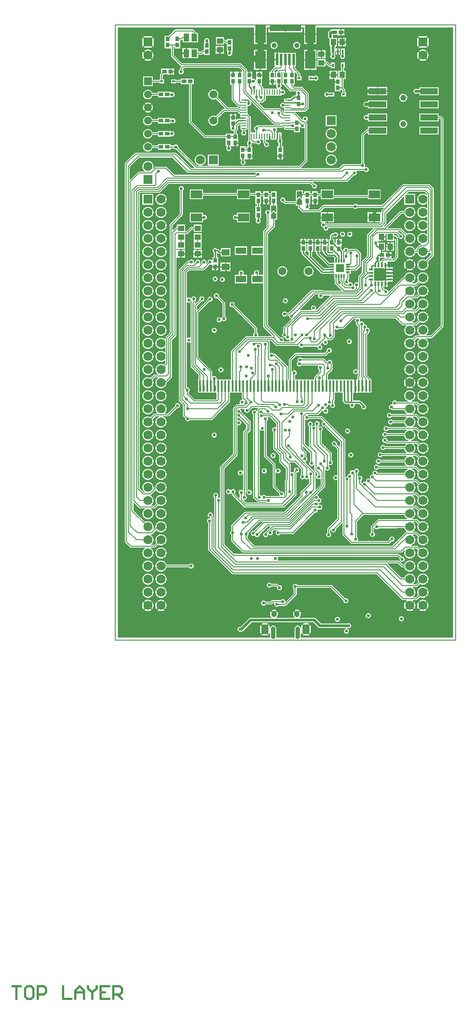
<source format=gtl>
G04 Layer_Physical_Order=1*
G04 Layer_Color=255*
%FSLAX43Y43*%
%MOMM*%
G71*
G01*
G75*
%ADD10R,0.762X0.940*%
%ADD11R,0.940X0.762*%
%ADD12R,1.100X1.200*%
%ADD13R,1.524X1.270*%
%ADD14R,2.160X1.520*%
%ADD15R,1.016X0.813*%
%ADD16R,1.200X1.100*%
%ADD17R,0.600X0.450*%
%ADD18R,1.100X1.500*%
%ADD19R,0.850X0.450*%
%ADD20R,0.450X0.850*%
%ADD21R,0.400X2.200*%
%ADD22R,2.000X1.300*%
%ADD23R,0.800X0.300*%
%ADD24R,0.300X0.800*%
%ADD25R,1.500X1.500*%
%ADD26R,0.200X1.000*%
%ADD27R,1.000X0.200*%
%ADD28R,0.406X0.762*%
%ADD29R,3.400X1.200*%
%ADD30R,0.508X2.300*%
%ADD31R,2.000X3.500*%
%ADD32R,6.200X1.200*%
%ADD33C,0.500*%
%ADD34C,0.250*%
%ADD35C,0.165*%
%ADD36C,0.635*%
%ADD37C,1.270*%
%ADD38C,0.210*%
%ADD39C,0.150*%
%ADD40C,0.400*%
%ADD41C,0.127*%
%ADD42C,1.778*%
%ADD43R,1.778X1.778*%
%ADD44R,1.778X1.778*%
%ADD45C,1.575*%
%ADD46R,1.500X1.500*%
%ADD47C,1.500*%
%ADD48C,1.168*%
%ADD49C,1.000*%
%ADD50O,0.850X2.425*%
G04:AMPARAMS|DCode=51|XSize=1.9mm|YSize=1.375mm|CornerRadius=0.344mm|HoleSize=0mm|Usage=FLASHONLY|Rotation=270.000|XOffset=0mm|YOffset=0mm|HoleType=Round|Shape=RoundedRectangle|*
%AMROUNDEDRECTD51*
21,1,1.900,0.688,0,0,270.0*
21,1,1.212,1.375,0,0,270.0*
1,1,0.688,-0.344,-0.606*
1,1,0.688,-0.344,0.606*
1,1,0.688,0.344,0.606*
1,1,0.688,0.344,-0.606*
%
%ADD51ROUNDEDRECTD51*%
%ADD52O,1.050X1.250*%
%ADD53C,0.600*%
G36*
X65490Y510D02*
X36071D01*
X36001Y595D01*
X36012Y647D01*
Y1354D01*
X36122Y1365D01*
X36142Y1263D01*
X36205Y1169D01*
X36933Y1897D01*
X37007Y1823D01*
X37082Y1897D01*
X37810Y1169D01*
X37873Y1263D01*
X37916Y1479D01*
Y2691D01*
X37873Y2907D01*
X37810Y3001D01*
X37082Y2273D01*
X37007Y2348D01*
X36933Y2273D01*
X36205Y3001D01*
X36142Y2907D01*
X36099Y2691D01*
Y2347D01*
X35989Y2337D01*
X35965Y2459D01*
X35831Y2659D01*
X35631Y2792D01*
X35395Y2839D01*
X35159Y2792D01*
X34959Y2659D01*
X34825Y2459D01*
X34778Y2223D01*
Y647D01*
X34789Y595D01*
X34719Y510D01*
X31321D01*
X31251Y595D01*
X31262Y647D01*
Y2223D01*
X31215Y2459D01*
X31081Y2659D01*
X30881Y2792D01*
X30645Y2839D01*
X30409Y2792D01*
X30209Y2659D01*
X30075Y2459D01*
X30051Y2336D01*
X29941Y2347D01*
Y2691D01*
X29898Y2907D01*
X29835Y3001D01*
X29107Y2273D01*
X29032Y2348D01*
X28958Y2273D01*
X28230Y3001D01*
X28167Y2907D01*
X28124Y2691D01*
Y1479D01*
X28167Y1263D01*
X28230Y1169D01*
X28958Y1897D01*
X29032Y1823D01*
X29107Y1897D01*
X29835Y1169D01*
X29898Y1263D01*
X29918Y1365D01*
X30028Y1354D01*
Y647D01*
X30039Y595D01*
X29969Y510D01*
X510D01*
Y118790D01*
X26937D01*
Y117630D01*
X28147D01*
X29357D01*
Y118790D01*
X29690D01*
Y118780D01*
X36310D01*
Y118790D01*
X36637D01*
Y117630D01*
X37847D01*
X39057D01*
Y118790D01*
X65490D01*
Y510D01*
D02*
G37*
%LPC*%
G36*
X53850Y69820D02*
X53320D01*
Y69729D01*
X53110D01*
Y69820D01*
X52580D01*
Y69735D01*
X52495D01*
Y69205D01*
X52825D01*
Y69490D01*
X53110D01*
Y69533D01*
X53320D01*
Y69490D01*
X53850D01*
Y69820D01*
D02*
G37*
G36*
Y70470D02*
X52580D01*
Y70140D01*
Y70030D01*
X53850D01*
Y70140D01*
Y70470D01*
D02*
G37*
G36*
X32429Y72481D02*
X32177Y72448D01*
X31941Y72350D01*
X31739Y72195D01*
X31584Y71993D01*
X31487Y71758D01*
X31453Y71505D01*
X31487Y71252D01*
X31584Y71017D01*
X31739Y70815D01*
X31941Y70660D01*
X32177Y70562D01*
X32429Y70529D01*
X32682Y70562D01*
X32917Y70660D01*
X33119Y70815D01*
X33274Y71017D01*
X33372Y71252D01*
X33405Y71505D01*
X33372Y71758D01*
X33274Y71993D01*
X33119Y72195D01*
X32917Y72350D01*
X32682Y72448D01*
X32429Y72481D01*
D02*
G37*
G36*
X19375Y70499D02*
X19188Y70461D01*
X19029Y70355D01*
X18923Y70196D01*
X18886Y70009D01*
X18923Y69822D01*
X19029Y69663D01*
X19188Y69557D01*
X19375Y69520D01*
X19562Y69557D01*
X19721Y69663D01*
X19827Y69822D01*
X19864Y70009D01*
X19827Y70196D01*
X19721Y70355D01*
X19562Y70461D01*
X19375Y70499D01*
D02*
G37*
G36*
X24427Y71682D02*
X24240Y71645D01*
X24081Y71539D01*
X23975Y71380D01*
X23938Y71192D01*
X23975Y71005D01*
X24008Y70957D01*
X23956Y70860D01*
X23235D01*
Y69200D01*
X25595D01*
Y70860D01*
X24899D01*
X24847Y70957D01*
X24880Y71005D01*
X24917Y71192D01*
X24880Y71380D01*
X24774Y71539D01*
X24615Y71645D01*
X24427Y71682D01*
D02*
G37*
G36*
X20776Y70412D02*
X20589Y70375D01*
X20430Y70269D01*
X20324Y70110D01*
X20287Y69923D01*
X20324Y69735D01*
X20430Y69576D01*
X20589Y69470D01*
X20776Y69433D01*
X20964Y69470D01*
X21122Y69576D01*
X21228Y69735D01*
X21266Y69923D01*
X21228Y70110D01*
X21122Y70269D01*
X20964Y70375D01*
X20776Y70412D01*
D02*
G37*
G36*
X8870Y71318D02*
X8591Y71281D01*
X8331Y71174D01*
X8108Y71002D01*
X7936Y70779D01*
X7829Y70519D01*
X7792Y70240D01*
X7829Y69961D01*
X7936Y69701D01*
X8108Y69478D01*
X8331Y69306D01*
X8591Y69199D01*
X8870Y69162D01*
X9149Y69199D01*
X9409Y69306D01*
X9632Y69478D01*
X9804Y69701D01*
X9911Y69961D01*
X9948Y70240D01*
X9911Y70519D01*
X9804Y70779D01*
X9632Y71002D01*
X9409Y71174D01*
X9149Y71281D01*
X8870Y71318D01*
D02*
G37*
G36*
X37509Y72481D02*
X37257Y72448D01*
X37021Y72350D01*
X36819Y72195D01*
X36664Y71993D01*
X36567Y71758D01*
X36533Y71505D01*
X36567Y71252D01*
X36664Y71017D01*
X36819Y70815D01*
X37021Y70660D01*
X37257Y70562D01*
X37509Y70529D01*
X37762Y70562D01*
X37997Y70660D01*
X38199Y70815D01*
X38354Y71017D01*
X38452Y71252D01*
X38485Y71505D01*
X38452Y71758D01*
X38354Y71993D01*
X38199Y72195D01*
X37997Y72350D01*
X37762Y72448D01*
X37509Y72481D01*
D02*
G37*
G36*
X57130Y72632D02*
X56430Y71932D01*
X56576Y71820D01*
X56843Y71709D01*
X57130Y71672D01*
X57417Y71709D01*
X57684Y71820D01*
X57830Y71932D01*
X57130Y72632D01*
D02*
G37*
G36*
X6330Y73858D02*
X6051Y73821D01*
X5791Y73714D01*
X5568Y73542D01*
X5396Y73319D01*
X5289Y73059D01*
X5252Y72780D01*
X5289Y72501D01*
X5396Y72241D01*
X5568Y72018D01*
X5791Y71846D01*
X6051Y71739D01*
X6330Y71702D01*
X6609Y71739D01*
X6869Y71846D01*
X7092Y72018D01*
X7264Y72241D01*
X7371Y72501D01*
X7408Y72780D01*
X7371Y73059D01*
X7264Y73319D01*
X7092Y73542D01*
X6869Y73714D01*
X6609Y73821D01*
X6330Y73858D01*
D02*
G37*
G36*
X8870D02*
X8591Y73821D01*
X8331Y73714D01*
X8108Y73542D01*
X7936Y73319D01*
X7829Y73059D01*
X7792Y72780D01*
X7829Y72501D01*
X7936Y72241D01*
X8108Y72018D01*
X8331Y71846D01*
X8591Y71739D01*
X8870Y71702D01*
X9149Y71739D01*
X9409Y71846D01*
X9632Y72018D01*
X9804Y72241D01*
X9911Y72501D01*
X9948Y72780D01*
X9911Y73059D01*
X9804Y73319D01*
X9632Y73542D01*
X9409Y73714D01*
X9149Y73821D01*
X8870Y73858D01*
D02*
G37*
G36*
X22372Y72298D02*
X21505D01*
Y71558D01*
X22372D01*
Y72298D01*
D02*
G37*
G36*
X53850Y71120D02*
X52580D01*
Y70790D01*
Y70680D01*
X53850D01*
Y70790D01*
Y71120D01*
D02*
G37*
G36*
Y71770D02*
X52580D01*
Y71440D01*
Y71330D01*
X53850D01*
Y71440D01*
Y71770D01*
D02*
G37*
G36*
X21295Y72298D02*
X20428D01*
Y71558D01*
X21295D01*
Y72298D01*
D02*
G37*
G36*
X6330Y71318D02*
X6051Y71281D01*
X5791Y71174D01*
X5568Y71002D01*
X5396Y70779D01*
X5289Y70519D01*
X5252Y70240D01*
X5289Y69961D01*
X5396Y69701D01*
X5568Y69478D01*
X5791Y69306D01*
X6051Y69199D01*
X6330Y69162D01*
X6609Y69199D01*
X6869Y69306D01*
X7092Y69478D01*
X7264Y69701D01*
X7371Y69961D01*
X7408Y70240D01*
X7371Y70519D01*
X7264Y70779D01*
X7092Y71002D01*
X6869Y71174D01*
X6609Y71281D01*
X6330Y71318D01*
D02*
G37*
G36*
X62740Y102135D02*
X58980D01*
Y100575D01*
X62740D01*
Y101087D01*
X63034D01*
X63132Y100989D01*
Y61011D01*
X61189Y59068D01*
X60287D01*
X60250Y59178D01*
X60432Y59318D01*
X60604Y59541D01*
X60711Y59801D01*
X60748Y60080D01*
X60711Y60359D01*
X60604Y60619D01*
X60432Y60842D01*
X60209Y61014D01*
X59949Y61121D01*
X59670Y61158D01*
X59391Y61121D01*
X59131Y61014D01*
X58908Y60842D01*
X58736Y60619D01*
X58629Y60359D01*
X58592Y60080D01*
X58629Y59801D01*
X58736Y59541D01*
X58908Y59318D01*
X59090Y59178D01*
X59053Y59068D01*
X58390D01*
X58288Y59047D01*
X58201Y58989D01*
X57678Y58467D01*
X57669Y58474D01*
X57409Y58581D01*
X57130Y58618D01*
X56851Y58581D01*
X56591Y58474D01*
X56368Y58302D01*
X56196Y58079D01*
X56089Y57819D01*
X56052Y57540D01*
X56089Y57261D01*
X56196Y57001D01*
X56368Y56778D01*
X56591Y56606D01*
X56851Y56499D01*
X57130Y56462D01*
X57409Y56499D01*
X57669Y56606D01*
X57892Y56778D01*
X58064Y57001D01*
X58171Y57261D01*
X58208Y57540D01*
X58171Y57819D01*
X58064Y58079D01*
X58057Y58088D01*
X58501Y58532D01*
X59026D01*
X59064Y58422D01*
X58908Y58302D01*
X58736Y58079D01*
X58629Y57819D01*
X58592Y57540D01*
X58629Y57261D01*
X58736Y57001D01*
X58908Y56778D01*
X59131Y56606D01*
X59391Y56499D01*
X59670Y56462D01*
X59949Y56499D01*
X60209Y56606D01*
X60432Y56778D01*
X60604Y57001D01*
X60711Y57261D01*
X60748Y57540D01*
X60711Y57819D01*
X60604Y58079D01*
X60432Y58302D01*
X60276Y58422D01*
X60314Y58532D01*
X61300D01*
X61402Y58553D01*
X61489Y58611D01*
X63589Y60711D01*
X63647Y60798D01*
X63668Y60900D01*
Y101100D01*
X63668Y101100D01*
X63647Y101202D01*
X63589Y101289D01*
X63589Y101289D01*
X63334Y101544D01*
X63334Y101544D01*
X63247Y101602D01*
X63145Y101623D01*
X62740D01*
Y102135D01*
D02*
G37*
G36*
X19211Y60558D02*
X19024Y60521D01*
X18865Y60415D01*
X18759Y60256D01*
X18722Y60069D01*
X18759Y59881D01*
X18865Y59723D01*
X19024Y59616D01*
X19211Y59579D01*
X19398Y59616D01*
X19557Y59723D01*
X19663Y59881D01*
X19701Y60069D01*
X19663Y60256D01*
X19557Y60415D01*
X19398Y60521D01*
X19211Y60558D01*
D02*
G37*
G36*
X6330Y63698D02*
X6051Y63661D01*
X5791Y63554D01*
X5568Y63382D01*
X5396Y63159D01*
X5289Y62899D01*
X5252Y62620D01*
X5289Y62341D01*
X5396Y62081D01*
X5568Y61858D01*
X5791Y61686D01*
X6051Y61579D01*
X6330Y61542D01*
X6609Y61579D01*
X6869Y61686D01*
X7092Y61858D01*
X7264Y62081D01*
X7371Y62341D01*
X7408Y62620D01*
X7371Y62899D01*
X7264Y63159D01*
X7092Y63382D01*
X6869Y63554D01*
X6609Y63661D01*
X6330Y63698D01*
D02*
G37*
G36*
X8870Y61158D02*
X8591Y61121D01*
X8331Y61014D01*
X8108Y60842D01*
X7936Y60619D01*
X7829Y60359D01*
X7792Y60080D01*
X7829Y59801D01*
X7936Y59541D01*
X8108Y59318D01*
X8331Y59146D01*
X8591Y59039D01*
X8870Y59002D01*
X9149Y59039D01*
X9409Y59146D01*
X9632Y59318D01*
X9804Y59541D01*
X9911Y59801D01*
X9948Y60080D01*
X9911Y60359D01*
X9804Y60619D01*
X9632Y60842D01*
X9409Y61014D01*
X9149Y61121D01*
X8870Y61158D01*
D02*
G37*
G36*
X6330Y58618D02*
X6051Y58581D01*
X5791Y58474D01*
X5568Y58302D01*
X5396Y58079D01*
X5289Y57819D01*
X5252Y57540D01*
X5289Y57261D01*
X5396Y57001D01*
X5568Y56778D01*
X5791Y56606D01*
X6051Y56499D01*
X6330Y56462D01*
X6609Y56499D01*
X6869Y56606D01*
X7092Y56778D01*
X7264Y57001D01*
X7371Y57261D01*
X7408Y57540D01*
X7371Y57819D01*
X7264Y58079D01*
X7092Y58302D01*
X6869Y58474D01*
X6609Y58581D01*
X6330Y58618D01*
D02*
G37*
G36*
X45400Y58382D02*
X45213Y58345D01*
X45054Y58239D01*
X44948Y58080D01*
X44911Y57893D01*
X44948Y57705D01*
X45054Y57546D01*
X45213Y57440D01*
X45400Y57403D01*
X45587Y57440D01*
X45746Y57546D01*
X45852Y57705D01*
X45889Y57893D01*
X45852Y58080D01*
X45746Y58239D01*
X45587Y58345D01*
X45400Y58382D01*
D02*
G37*
G36*
X6330Y61158D02*
X6051Y61121D01*
X5791Y61014D01*
X5568Y60842D01*
X5396Y60619D01*
X5289Y60359D01*
X5252Y60080D01*
X5289Y59801D01*
X5396Y59541D01*
X5568Y59318D01*
X5791Y59146D01*
X6051Y59039D01*
X6330Y59002D01*
X6609Y59039D01*
X6869Y59146D01*
X7092Y59318D01*
X7264Y59541D01*
X7371Y59801D01*
X7408Y60080D01*
X7371Y60359D01*
X7264Y60619D01*
X7092Y60842D01*
X6869Y61014D01*
X6609Y61121D01*
X6330Y61158D01*
D02*
G37*
G36*
X8870Y63698D02*
X8591Y63661D01*
X8331Y63554D01*
X8108Y63382D01*
X7936Y63159D01*
X7829Y62899D01*
X7792Y62620D01*
X7829Y62341D01*
X7936Y62081D01*
X8108Y61858D01*
X8331Y61686D01*
X8591Y61579D01*
X8870Y61542D01*
X9149Y61579D01*
X9409Y61686D01*
X9632Y61858D01*
X9804Y62081D01*
X9911Y62341D01*
X9948Y62620D01*
X9911Y62899D01*
X9804Y63159D01*
X9632Y63382D01*
X9409Y63554D01*
X9149Y63661D01*
X8870Y63698D01*
D02*
G37*
G36*
X6330Y68778D02*
X6051Y68741D01*
X5791Y68634D01*
X5568Y68462D01*
X5396Y68239D01*
X5289Y67979D01*
X5252Y67700D01*
X5289Y67421D01*
X5396Y67161D01*
X5568Y66938D01*
X5791Y66766D01*
X6051Y66659D01*
X6330Y66622D01*
X6609Y66659D01*
X6869Y66766D01*
X7092Y66938D01*
X7264Y67161D01*
X7371Y67421D01*
X7408Y67700D01*
X7371Y67979D01*
X7264Y68239D01*
X7092Y68462D01*
X6869Y68634D01*
X6609Y68741D01*
X6330Y68778D01*
D02*
G37*
G36*
X8870D02*
X8591Y68741D01*
X8331Y68634D01*
X8108Y68462D01*
X7936Y68239D01*
X7829Y67979D01*
X7792Y67700D01*
X7829Y67421D01*
X7936Y67161D01*
X8108Y66938D01*
X8331Y66766D01*
X8591Y66659D01*
X8870Y66622D01*
X9149Y66659D01*
X9409Y66766D01*
X9632Y66938D01*
X9804Y67161D01*
X9911Y67421D01*
X9948Y67700D01*
X9911Y67979D01*
X9804Y68239D01*
X9632Y68462D01*
X9409Y68634D01*
X9149Y68741D01*
X8870Y68778D01*
D02*
G37*
G36*
X52825Y68995D02*
X52495D01*
Y68465D01*
X52825D01*
Y68995D01*
D02*
G37*
G36*
X33000Y66284D02*
X32813Y66247D01*
X32654Y66141D01*
X32548Y65982D01*
X32511Y65795D01*
X32548Y65608D01*
X32654Y65449D01*
X32813Y65343D01*
X33000Y65306D01*
X33187Y65343D01*
X33346Y65449D01*
X33452Y65608D01*
X33489Y65795D01*
X33452Y65982D01*
X33346Y66141D01*
X33187Y66247D01*
X33000Y66284D01*
D02*
G37*
G36*
X19615Y67269D02*
X19428Y67232D01*
X19269Y67126D01*
X19163Y66967D01*
X19126Y66780D01*
X19163Y66592D01*
X19269Y66434D01*
X19428Y66328D01*
X19615Y66290D01*
X19756Y66318D01*
X20826Y65248D01*
Y62701D01*
X20748Y62649D01*
X20642Y62490D01*
X20637Y62465D01*
X20529Y62444D01*
X20519Y62458D01*
X20360Y62564D01*
X20173Y62601D01*
X19986Y62564D01*
X19827Y62458D01*
X19721Y62299D01*
X19684Y62112D01*
X19721Y61925D01*
X19827Y61766D01*
X19986Y61660D01*
X20173Y61623D01*
X20360Y61660D01*
X20519Y61766D01*
X20625Y61925D01*
X20630Y61950D01*
X20738Y61971D01*
X20748Y61956D01*
X20906Y61850D01*
X21094Y61813D01*
X21281Y61850D01*
X21440Y61956D01*
X21546Y62115D01*
X21583Y62303D01*
X21546Y62490D01*
X21440Y62649D01*
X21361Y62701D01*
Y65359D01*
X21361Y65359D01*
X21341Y65461D01*
X21283Y65548D01*
X20096Y66735D01*
X20104Y66780D01*
X20067Y66967D01*
X19961Y67126D01*
X19802Y67232D01*
X19615Y67269D01*
D02*
G37*
G36*
X6330Y66238D02*
X6051Y66201D01*
X5791Y66094D01*
X5568Y65922D01*
X5396Y65699D01*
X5289Y65439D01*
X5252Y65160D01*
X5289Y64881D01*
X5396Y64621D01*
X5568Y64398D01*
X5791Y64226D01*
X6051Y64119D01*
X6330Y64082D01*
X6609Y64119D01*
X6869Y64226D01*
X7092Y64398D01*
X7264Y64621D01*
X7371Y64881D01*
X7408Y65160D01*
X7371Y65439D01*
X7264Y65699D01*
X7092Y65922D01*
X6869Y66094D01*
X6609Y66201D01*
X6330Y66238D01*
D02*
G37*
G36*
X8870D02*
X8591Y66201D01*
X8331Y66094D01*
X8108Y65922D01*
X7936Y65699D01*
X7829Y65439D01*
X7792Y65160D01*
X7829Y64881D01*
X7936Y64621D01*
X8108Y64398D01*
X8331Y64226D01*
X8591Y64119D01*
X8870Y64082D01*
X9149Y64119D01*
X9409Y64226D01*
X9632Y64398D01*
X9804Y64621D01*
X9911Y64881D01*
X9948Y65160D01*
X9911Y65439D01*
X9804Y65699D01*
X9632Y65922D01*
X9409Y66094D01*
X9149Y66201D01*
X8870Y66238D01*
D02*
G37*
G36*
X19301Y72320D02*
X18815D01*
Y71745D01*
X19301D01*
Y72320D01*
D02*
G37*
G36*
X40495Y77780D02*
X40009D01*
Y77205D01*
X40495D01*
Y77780D01*
D02*
G37*
G36*
X41191D02*
X40705D01*
Y77205D01*
X41191D01*
Y77780D01*
D02*
G37*
G36*
X37742D02*
X37256D01*
Y77205D01*
X37742D01*
Y77780D01*
D02*
G37*
G36*
X43901Y77773D02*
X43415D01*
Y77198D01*
X43901D01*
Y77773D01*
D02*
G37*
G36*
X16780Y78880D02*
X15220D01*
Y77420D01*
X15220D01*
Y77330D01*
X15220D01*
Y75870D01*
X16780D01*
Y77330D01*
X16780D01*
Y77420D01*
X16780D01*
Y78880D01*
D02*
G37*
G36*
X6330Y78938D02*
X6051Y78901D01*
X5791Y78794D01*
X5568Y78622D01*
X5396Y78399D01*
X5289Y78139D01*
X5252Y77860D01*
X5289Y77581D01*
X5396Y77321D01*
X5568Y77098D01*
X5791Y76926D01*
X6051Y76819D01*
X6330Y76782D01*
X6609Y76819D01*
X6869Y76926D01*
X7092Y77098D01*
X7264Y77321D01*
X7371Y77581D01*
X7408Y77860D01*
X7371Y78139D01*
X7264Y78399D01*
X7092Y78622D01*
X6869Y78794D01*
X6609Y78901D01*
X6330Y78938D01*
D02*
G37*
G36*
X8870D02*
X8591Y78901D01*
X8331Y78794D01*
X8108Y78622D01*
X7936Y78399D01*
X7829Y78139D01*
X7792Y77860D01*
X7829Y77581D01*
X7936Y77321D01*
X8108Y77098D01*
X8331Y76926D01*
X8591Y76819D01*
X8870Y76782D01*
X9149Y76819D01*
X9409Y76926D01*
X9632Y77098D01*
X9804Y77321D01*
X9911Y77581D01*
X9948Y77860D01*
X9911Y78139D01*
X9804Y78399D01*
X9632Y78622D01*
X9409Y78794D01*
X9149Y78901D01*
X8870Y78938D01*
D02*
G37*
G36*
X39145Y77780D02*
X38659D01*
Y77205D01*
X39145D01*
Y77780D01*
D02*
G37*
G36*
X44110Y79189D02*
X43923Y79152D01*
X43764Y79046D01*
X43658Y78887D01*
X43621Y78700D01*
X43658Y78513D01*
X43764Y78354D01*
X43923Y78248D01*
X44110Y78211D01*
X44298Y78248D01*
X44456Y78354D01*
X44563Y78513D01*
X44600Y78700D01*
X44563Y78887D01*
X44456Y79046D01*
X44298Y79152D01*
X44110Y79189D01*
D02*
G37*
G36*
X45500D02*
X45313Y79152D01*
X45154Y79046D01*
X45048Y78887D01*
X45011Y78700D01*
X45048Y78513D01*
X45154Y78354D01*
X45313Y78248D01*
X45500Y78211D01*
X45687Y78248D01*
X45846Y78354D01*
X45952Y78513D01*
X45989Y78700D01*
X45952Y78887D01*
X45846Y79046D01*
X45687Y79152D01*
X45500Y79189D01*
D02*
G37*
G36*
X12818Y88054D02*
X12630Y88017D01*
X12472Y87911D01*
X12365Y87752D01*
X12328Y87565D01*
X12365Y87378D01*
X12472Y87219D01*
X12550Y87167D01*
Y82628D01*
X10661Y80739D01*
X10603Y80652D01*
X10582Y80550D01*
Y59611D01*
X9821Y58849D01*
X9763Y58762D01*
X9742Y58660D01*
Y58330D01*
X9638Y58295D01*
X9632Y58302D01*
X9409Y58474D01*
X9149Y58581D01*
X8870Y58618D01*
X8591Y58581D01*
X8331Y58474D01*
X8108Y58302D01*
X7936Y58079D01*
X7829Y57819D01*
X7792Y57540D01*
X7829Y57261D01*
X7936Y57001D01*
X8108Y56778D01*
X8331Y56606D01*
X8591Y56499D01*
X8870Y56462D01*
X9149Y56499D01*
X9409Y56606D01*
X9632Y56778D01*
X9638Y56785D01*
X9742Y56750D01*
Y55790D01*
X9638Y55755D01*
X9632Y55762D01*
X9409Y55934D01*
X9149Y56041D01*
X8870Y56078D01*
X8591Y56041D01*
X8331Y55934D01*
X8108Y55762D01*
X7936Y55539D01*
X7829Y55279D01*
X7792Y55000D01*
X7829Y54721D01*
X7936Y54461D01*
X8108Y54238D01*
X8331Y54066D01*
X8591Y53959D01*
X8870Y53922D01*
X9149Y53959D01*
X9409Y54066D01*
X9632Y54238D01*
X9638Y54245D01*
X9742Y54210D01*
Y53711D01*
X9418Y53387D01*
X9409Y53394D01*
X9149Y53501D01*
X8870Y53538D01*
X8591Y53501D01*
X8331Y53394D01*
X8108Y53222D01*
X7936Y52999D01*
X7829Y52739D01*
X7792Y52460D01*
X7829Y52181D01*
X7936Y51921D01*
X8108Y51698D01*
X8264Y51578D01*
X8226Y51468D01*
X7610D01*
X7610Y51468D01*
X7508Y51447D01*
X7421Y51389D01*
X7421Y51389D01*
X6878Y50847D01*
X6869Y50854D01*
X6609Y50961D01*
X6330Y50998D01*
X6051Y50961D01*
X5791Y50854D01*
X5568Y50682D01*
X5396Y50459D01*
X5289Y50199D01*
X5252Y49920D01*
X5289Y49641D01*
X5396Y49381D01*
X5568Y49158D01*
X5791Y48986D01*
X6051Y48879D01*
X6330Y48842D01*
X6609Y48879D01*
X6869Y48986D01*
X7092Y49158D01*
X7264Y49381D01*
X7371Y49641D01*
X7408Y49920D01*
X7371Y50199D01*
X7264Y50459D01*
X7257Y50468D01*
X7721Y50932D01*
X8253D01*
X8290Y50822D01*
X8108Y50682D01*
X7936Y50459D01*
X7829Y50199D01*
X7792Y49920D01*
X7829Y49641D01*
X7936Y49381D01*
X8108Y49158D01*
X8331Y48986D01*
X8591Y48879D01*
X8870Y48842D01*
X9149Y48879D01*
X9409Y48986D01*
X9632Y49158D01*
X9804Y49381D01*
X9911Y49641D01*
X9941Y49862D01*
X10889Y50811D01*
X10889Y50811D01*
X10947Y50898D01*
X10968Y51000D01*
Y58139D01*
X11789Y58961D01*
X11789Y58961D01*
X11847Y59048D01*
X11868Y59150D01*
X11868Y59150D01*
Y74060D01*
X11940Y74140D01*
X11978Y74140D01*
X12645D01*
Y74900D01*
Y75660D01*
X11978D01*
X11940Y75660D01*
X11868Y75740D01*
Y75851D01*
X11970Y75870D01*
Y75870D01*
X13530D01*
Y77330D01*
X13530D01*
Y77420D01*
X13530D01*
Y78732D01*
X13900D01*
X14002Y78753D01*
X14089Y78811D01*
X14861Y79582D01*
X15220D01*
Y79120D01*
X16780D01*
Y80580D01*
X15220D01*
Y80118D01*
X14750D01*
X14750Y80118D01*
X14648Y80097D01*
X14561Y80039D01*
X13789Y79268D01*
X13530D01*
Y80580D01*
X11970D01*
Y80118D01*
X11950D01*
X11848Y80097D01*
X11761Y80039D01*
X11219Y79498D01*
X11118Y79540D01*
Y80439D01*
X13007Y82328D01*
X13065Y82415D01*
X13085Y82518D01*
X13085Y82518D01*
Y87167D01*
X13164Y87219D01*
X13270Y87378D01*
X13307Y87565D01*
X13270Y87752D01*
X13164Y87911D01*
X13005Y88017D01*
X12818Y88054D01*
D02*
G37*
G36*
X37091Y77780D02*
X36605D01*
Y77205D01*
X37091D01*
Y77780D01*
D02*
G37*
G36*
X38438D02*
X37952D01*
Y77205D01*
X38438D01*
Y77780D01*
D02*
G37*
G36*
X39841D02*
X39355D01*
Y77205D01*
X39841D01*
Y77780D01*
D02*
G37*
G36*
X36395D02*
X35909D01*
Y77205D01*
X36395D01*
Y77780D01*
D02*
G37*
G36*
X16810Y75660D02*
X16105D01*
Y75005D01*
X16810D01*
Y75660D01*
D02*
G37*
G36*
X21295Y73248D02*
X20428D01*
Y72508D01*
X21295D01*
Y73248D01*
D02*
G37*
G36*
X22372D02*
X21505D01*
Y72508D01*
X22372D01*
Y73248D01*
D02*
G37*
G36*
X57130Y73888D02*
X56843Y73851D01*
X56576Y73740D01*
X56430Y73628D01*
X57130Y72928D01*
X57830Y73628D01*
X57684Y73740D01*
X57417Y73851D01*
X57130Y73888D01*
D02*
G37*
G36*
X56282Y73480D02*
X56170Y73334D01*
X56059Y73067D01*
X56022Y72780D01*
X56059Y72493D01*
X56170Y72226D01*
X56282Y72080D01*
X56981Y72780D01*
X56282Y73480D01*
D02*
G37*
G36*
X19997Y72320D02*
X19511D01*
Y71745D01*
X19997D01*
Y72320D01*
D02*
G37*
G36*
X52825Y72595D02*
X52495D01*
Y72065D01*
X52580D01*
Y71980D01*
X53110D01*
Y72019D01*
X53320D01*
Y71980D01*
X53850D01*
Y72310D01*
X53320D01*
Y72217D01*
X53110D01*
Y72310D01*
X52825D01*
Y72595D01*
D02*
G37*
G36*
X57978Y73480D02*
X57278Y72780D01*
X57978Y72080D01*
X58090Y72226D01*
X58201Y72493D01*
X58238Y72780D01*
X58201Y73067D01*
X58090Y73334D01*
X57978Y73480D01*
D02*
G37*
G36*
X13560Y74795D02*
X12855D01*
Y74140D01*
X13560D01*
Y74795D01*
D02*
G37*
G36*
X25595Y76360D02*
X23235D01*
Y74700D01*
X25595D01*
Y76360D01*
D02*
G37*
G36*
X12855Y75660D02*
Y75005D01*
X13560D01*
Y75660D01*
X12855D01*
D02*
G37*
G36*
X15895D02*
X15190D01*
Y75005D01*
X15895D01*
Y75660D01*
D02*
G37*
G36*
X8870Y76398D02*
X8591Y76361D01*
X8331Y76254D01*
X8108Y76082D01*
X7936Y75859D01*
X7829Y75599D01*
X7792Y75320D01*
X7829Y75041D01*
X7936Y74781D01*
X8108Y74558D01*
X8331Y74386D01*
X8591Y74279D01*
X8870Y74242D01*
X9149Y74279D01*
X9409Y74386D01*
X9632Y74558D01*
X9804Y74781D01*
X9911Y75041D01*
X9948Y75320D01*
X9911Y75599D01*
X9804Y75859D01*
X9632Y76082D01*
X9409Y76254D01*
X9149Y76361D01*
X8870Y76398D01*
D02*
G37*
G36*
X15895Y74795D02*
X15190D01*
Y74140D01*
X15895D01*
Y74795D01*
D02*
G37*
G36*
X16810D02*
X16105D01*
Y74140D01*
X16810D01*
Y74795D01*
D02*
G37*
G36*
X6330Y76398D02*
X6051Y76361D01*
X5791Y76254D01*
X5568Y76082D01*
X5396Y75859D01*
X5289Y75599D01*
X5252Y75320D01*
X5289Y75041D01*
X5396Y74781D01*
X5568Y74558D01*
X5791Y74386D01*
X6051Y74279D01*
X6330Y74242D01*
X6609Y74279D01*
X6869Y74386D01*
X7092Y74558D01*
X7264Y74781D01*
X7371Y75041D01*
X7408Y75320D01*
X7371Y75599D01*
X7264Y75859D01*
X7092Y76082D01*
X6869Y76254D01*
X6609Y76361D01*
X6330Y76398D01*
D02*
G37*
G36*
X59670Y56078D02*
X59391Y56041D01*
X59131Y55934D01*
X58908Y55762D01*
X58736Y55539D01*
X58629Y55279D01*
X58592Y55000D01*
X58629Y54721D01*
X58736Y54461D01*
X58908Y54238D01*
X59131Y54066D01*
X59391Y53959D01*
X59670Y53922D01*
X59949Y53959D01*
X60209Y54066D01*
X60432Y54238D01*
X60604Y54461D01*
X60711Y54721D01*
X60748Y55000D01*
X60711Y55279D01*
X60604Y55539D01*
X60432Y55762D01*
X60209Y55934D01*
X59949Y56041D01*
X59670Y56078D01*
D02*
G37*
G36*
X56282Y7440D02*
X56170Y7294D01*
X56059Y7027D01*
X56022Y6740D01*
X56059Y6453D01*
X56170Y6186D01*
X56282Y6040D01*
X56981Y6740D01*
X56282Y7440D01*
D02*
G37*
G36*
X58822D02*
X58710Y7294D01*
X58599Y7027D01*
X58562Y6740D01*
X58599Y6453D01*
X58710Y6186D01*
X58822Y6040D01*
X59521Y6740D01*
X58822Y7440D01*
D02*
G37*
G36*
X6330Y7848D02*
X6043Y7811D01*
X5776Y7700D01*
X5630Y7588D01*
X6330Y6888D01*
X7030Y7588D01*
X6884Y7700D01*
X6617Y7811D01*
X6330Y7848D01*
D02*
G37*
G36*
X8022Y7440D02*
X7910Y7294D01*
X7799Y7027D01*
X7762Y6740D01*
X7799Y6453D01*
X7910Y6186D01*
X8022Y6040D01*
X8721Y6740D01*
X8022Y7440D01*
D02*
G37*
G36*
X57978Y7440D02*
X57278Y6740D01*
X57978Y6040D01*
X58090Y6186D01*
X58201Y6453D01*
X58238Y6740D01*
X58201Y7027D01*
X58090Y7294D01*
X57978Y7440D01*
D02*
G37*
G36*
X60518D02*
X59818Y6740D01*
X60518Y6040D01*
X60630Y6186D01*
X60741Y6453D01*
X60778Y6740D01*
X60741Y7027D01*
X60630Y7294D01*
X60518Y7440D01*
D02*
G37*
G36*
X5482Y7440D02*
X5370Y7294D01*
X5259Y7027D01*
X5222Y6740D01*
X5259Y6453D01*
X5370Y6186D01*
X5482Y6040D01*
X6181Y6740D01*
X5482Y7440D01*
D02*
G37*
G36*
X8870Y7848D02*
X8583Y7811D01*
X8316Y7700D01*
X8170Y7588D01*
X8870Y6888D01*
X9570Y7588D01*
X9424Y7700D01*
X9157Y7811D01*
X8870Y7848D01*
D02*
G37*
G36*
X29900Y11157D02*
X29713Y11120D01*
X29554Y11014D01*
X29448Y10855D01*
X29411Y10668D01*
X29448Y10480D01*
X29554Y10322D01*
X29713Y10216D01*
X29900Y10178D01*
X30087Y10216D01*
X30246Y10322D01*
X30298Y10400D01*
X31255D01*
X31394Y10261D01*
X31376Y10168D01*
X31413Y9981D01*
X31519Y9822D01*
X31678Y9716D01*
X31865Y9679D01*
X32052Y9716D01*
X32211Y9822D01*
X32317Y9981D01*
X32354Y10168D01*
X32317Y10356D01*
X32211Y10515D01*
X32052Y10621D01*
X31865Y10658D01*
X31773Y10639D01*
X31555Y10857D01*
X31468Y10915D01*
X31366Y10935D01*
X30298D01*
X30246Y11014D01*
X30087Y11120D01*
X29900Y11157D01*
D02*
G37*
G36*
X6330Y12898D02*
X6051Y12861D01*
X5791Y12754D01*
X5568Y12582D01*
X5396Y12359D01*
X5289Y12099D01*
X5252Y11820D01*
X5289Y11541D01*
X5396Y11281D01*
X5568Y11058D01*
X5791Y10886D01*
X6051Y10779D01*
X6330Y10742D01*
X6609Y10779D01*
X6869Y10886D01*
X7092Y11058D01*
X7264Y11281D01*
X7371Y11541D01*
X7408Y11820D01*
X7371Y12099D01*
X7264Y12359D01*
X7092Y12582D01*
X6869Y12754D01*
X6609Y12861D01*
X6330Y12898D01*
D02*
G37*
G36*
X8870D02*
X8591Y12861D01*
X8331Y12754D01*
X8108Y12582D01*
X7936Y12359D01*
X7829Y12099D01*
X7792Y11820D01*
X7829Y11541D01*
X7936Y11281D01*
X8108Y11058D01*
X8331Y10886D01*
X8591Y10779D01*
X8870Y10742D01*
X9149Y10779D01*
X9409Y10886D01*
X9632Y11058D01*
X9804Y11281D01*
X9911Y11541D01*
X9948Y11820D01*
X9911Y12099D01*
X9804Y12359D01*
X9632Y12582D01*
X9409Y12754D01*
X9149Y12861D01*
X8870Y12898D01*
D02*
G37*
G36*
Y10358D02*
X8591Y10321D01*
X8331Y10214D01*
X8108Y10042D01*
X7936Y9819D01*
X7829Y9559D01*
X7792Y9280D01*
X7829Y9001D01*
X7936Y8741D01*
X8108Y8518D01*
X8331Y8346D01*
X8591Y8239D01*
X8870Y8202D01*
X9149Y8239D01*
X9409Y8346D01*
X9632Y8518D01*
X9804Y8741D01*
X9911Y9001D01*
X9948Y9280D01*
X9911Y9559D01*
X9804Y9819D01*
X9632Y10042D01*
X9409Y10214D01*
X9149Y10321D01*
X8870Y10358D01*
D02*
G37*
G36*
X59670Y7848D02*
X59383Y7811D01*
X59116Y7700D01*
X58970Y7588D01*
X59670Y6888D01*
X60370Y7588D01*
X60224Y7700D01*
X59957Y7811D01*
X59670Y7848D01*
D02*
G37*
G36*
X34919Y10873D02*
X34732Y10836D01*
X34573Y10730D01*
X34467Y10571D01*
X34430Y10384D01*
X34467Y10196D01*
X34573Y10037D01*
X34652Y9985D01*
Y8994D01*
X33086Y7428D01*
X33034Y7456D01*
X32988Y7486D01*
X32952Y7667D01*
X32846Y7826D01*
X32687Y7932D01*
X32500Y7969D01*
X32313Y7932D01*
X32154Y7826D01*
X32102Y7748D01*
X30473D01*
X30371Y7727D01*
X30284Y7669D01*
X30058Y7444D01*
X29148D01*
X29096Y7522D01*
X28937Y7628D01*
X28750Y7665D01*
X28562Y7628D01*
X28404Y7522D01*
X28298Y7363D01*
X28260Y7176D01*
X28298Y6989D01*
X28404Y6830D01*
X28562Y6724D01*
X28750Y6686D01*
X28937Y6724D01*
X29096Y6830D01*
X29148Y6908D01*
X30169D01*
X30272Y6929D01*
X30359Y6987D01*
X30584Y7212D01*
X30807D01*
X30866Y7102D01*
X30834Y6938D01*
X30871Y6751D01*
X30977Y6592D01*
X31136Y6486D01*
X31323Y6449D01*
X31510Y6486D01*
X31669Y6592D01*
X31696Y6632D01*
X32936D01*
X33038Y6653D01*
X33125Y6711D01*
X35109Y8694D01*
X35109Y8694D01*
X35167Y8781D01*
X35187Y8883D01*
Y9985D01*
X35265Y10037D01*
X35318Y10116D01*
X41825D01*
X44264Y7677D01*
X44257Y7642D01*
X44294Y7454D01*
X44401Y7296D01*
X44559Y7190D01*
X44747Y7152D01*
X44934Y7190D01*
X45093Y7296D01*
X45199Y7454D01*
X45236Y7642D01*
X45199Y7829D01*
X45093Y7988D01*
X44934Y8094D01*
X44747Y8131D01*
X44596Y8101D01*
X42125Y10573D01*
X42038Y10631D01*
X41936Y10651D01*
X35318D01*
X35265Y10730D01*
X35107Y10836D01*
X34919Y10873D01*
D02*
G37*
G36*
X6330Y10358D02*
X6051Y10321D01*
X5791Y10214D01*
X5568Y10042D01*
X5396Y9819D01*
X5289Y9559D01*
X5252Y9280D01*
X5289Y9001D01*
X5396Y8741D01*
X5568Y8518D01*
X5791Y8346D01*
X6051Y8239D01*
X6330Y8202D01*
X6609Y8239D01*
X6869Y8346D01*
X7092Y8518D01*
X7264Y8741D01*
X7371Y9001D01*
X7408Y9280D01*
X7371Y9559D01*
X7264Y9819D01*
X7092Y10042D01*
X6869Y10214D01*
X6609Y10321D01*
X6330Y10358D01*
D02*
G37*
G36*
X9718Y7440D02*
X9018Y6740D01*
X9718Y6040D01*
X9830Y6186D01*
X9941Y6453D01*
X9978Y6740D01*
X9941Y7027D01*
X9830Y7294D01*
X9718Y7440D01*
D02*
G37*
G36*
X43109Y4519D02*
X42922Y4482D01*
X42763Y4376D01*
X42657Y4217D01*
X42620Y4030D01*
X42657Y3842D01*
X42763Y3684D01*
X42922Y3577D01*
X43109Y3540D01*
X43297Y3577D01*
X43455Y3684D01*
X43561Y3842D01*
X43599Y4030D01*
X43561Y4217D01*
X43455Y4376D01*
X43297Y4482D01*
X43109Y4519D01*
D02*
G37*
G36*
X55500Y4645D02*
X55313Y4608D01*
X55154Y4502D01*
X55048Y4343D01*
X55010Y4156D01*
X55048Y3968D01*
X55154Y3810D01*
X55313Y3704D01*
X55500Y3666D01*
X55687Y3704D01*
X55846Y3810D01*
X55952Y3968D01*
X55989Y4156D01*
X55952Y4343D01*
X55846Y4502D01*
X55687Y4608D01*
X55500Y4645D01*
D02*
G37*
G36*
X49086Y5240D02*
X48898Y5202D01*
X48740Y5096D01*
X48634Y4938D01*
X48596Y4750D01*
X48634Y4563D01*
X48740Y4404D01*
X48898Y4298D01*
X49086Y4261D01*
X49273Y4298D01*
X49432Y4404D01*
X49538Y4563D01*
X49575Y4750D01*
X49538Y4938D01*
X49432Y5096D01*
X49273Y5202D01*
X49086Y5240D01*
D02*
G37*
G36*
X29376Y3256D02*
X28689D01*
X28473Y3213D01*
X28379Y3150D01*
X29032Y2496D01*
X29686Y3150D01*
X29592Y3213D01*
X29376Y3256D01*
D02*
G37*
G36*
X29032Y1674D02*
X28378Y1020D01*
X28473Y957D01*
X28689Y914D01*
X29376D01*
X29592Y957D01*
X29686Y1020D01*
X29032Y1674D01*
D02*
G37*
G36*
X37007D02*
X36354Y1020D01*
X36448Y957D01*
X36664Y914D01*
X37351D01*
X37567Y957D01*
X37661Y1020D01*
X37007Y1674D01*
D02*
G37*
G36*
X37351Y3256D02*
X36664D01*
X36448Y3213D01*
X36354Y3150D01*
X37007Y2496D01*
X37661Y3150D01*
X37567Y3213D01*
X37351Y3256D01*
D02*
G37*
G36*
X35834Y5625D02*
X35319Y5111D01*
X35245Y5185D01*
X35171Y5111D01*
X34656Y5625D01*
X34603Y5556D01*
X34529Y5377D01*
X34504Y5185D01*
Y4985D01*
X34529Y4793D01*
X34603Y4614D01*
X34721Y4461D01*
X34753Y4436D01*
X34716Y4326D01*
X31324D01*
X31287Y4436D01*
X31319Y4461D01*
X31437Y4614D01*
X31511Y4793D01*
X31536Y4985D01*
Y5185D01*
X31511Y5377D01*
X31437Y5556D01*
X31384Y5625D01*
X30869Y5111D01*
X30795Y5185D01*
X30721Y5111D01*
X30206Y5625D01*
X30153Y5556D01*
X30079Y5377D01*
X30054Y5185D01*
Y4985D01*
X30079Y4793D01*
X30153Y4614D01*
X30271Y4461D01*
X30303Y4436D01*
X30266Y4326D01*
X26276D01*
X26108Y4293D01*
X25966Y4198D01*
X24332Y2563D01*
X24200Y2589D01*
X24013Y2552D01*
X23854Y2446D01*
X23748Y2287D01*
X23711Y2100D01*
X23748Y1913D01*
X23854Y1754D01*
X24013Y1648D01*
X24200Y1611D01*
X24387Y1648D01*
X24408Y1662D01*
X24489D01*
X24656Y1695D01*
X24799Y1790D01*
X26458Y3449D01*
X38415D01*
X39411Y2454D01*
X39553Y2359D01*
X39721Y2325D01*
X44711D01*
X44722Y2215D01*
X44656Y2202D01*
X44497Y2096D01*
X44391Y1937D01*
X44354Y1750D01*
X44391Y1563D01*
X44497Y1404D01*
X44656Y1298D01*
X44843Y1261D01*
X45030Y1298D01*
X45189Y1404D01*
X45295Y1563D01*
X45333Y1750D01*
X45295Y1937D01*
X45189Y2096D01*
X45030Y2202D01*
X44964Y2215D01*
X44975Y2325D01*
X45102D01*
X45105Y2324D01*
X45292Y2286D01*
X45479Y2324D01*
X45638Y2430D01*
X45744Y2589D01*
X45781Y2776D01*
X45744Y2963D01*
X45638Y3122D01*
X45479Y3228D01*
X45292Y3265D01*
X45105Y3228D01*
X45066Y3202D01*
X39902D01*
X38907Y4198D01*
X38765Y4293D01*
X38597Y4326D01*
X35774D01*
X35737Y4436D01*
X35769Y4461D01*
X35887Y4614D01*
X35961Y4793D01*
X35986Y4985D01*
Y5185D01*
X35961Y5377D01*
X35887Y5556D01*
X35834Y5625D01*
D02*
G37*
G36*
X57130Y6592D02*
X56430Y5892D01*
X56576Y5780D01*
X56843Y5669D01*
X57130Y5632D01*
X57417Y5669D01*
X57684Y5780D01*
X57830Y5892D01*
X57130Y6592D01*
D02*
G37*
G36*
X59670D02*
X58970Y5892D01*
X59116Y5780D01*
X59383Y5669D01*
X59670Y5632D01*
X59957Y5669D01*
X60224Y5780D01*
X60370Y5892D01*
X59670Y6592D01*
D02*
G37*
G36*
X7178Y7440D02*
X6478Y6740D01*
X7178Y6040D01*
X7290Y6186D01*
X7401Y6453D01*
X7438Y6740D01*
X7401Y7027D01*
X7290Y7294D01*
X7178Y7440D01*
D02*
G37*
G36*
X8870Y6592D02*
X8170Y5892D01*
X8316Y5780D01*
X8583Y5669D01*
X8870Y5632D01*
X9157Y5669D01*
X9424Y5780D01*
X9570Y5892D01*
X8870Y6592D01*
D02*
G37*
G36*
X30795Y5926D02*
X30603Y5901D01*
X30424Y5827D01*
X30355Y5774D01*
X30795Y5333D01*
X31235Y5774D01*
X31166Y5827D01*
X30987Y5901D01*
X30795Y5926D01*
D02*
G37*
G36*
X35245D02*
X35053Y5901D01*
X34874Y5827D01*
X34805Y5774D01*
X35245Y5333D01*
X35685Y5774D01*
X35616Y5827D01*
X35437Y5901D01*
X35245Y5926D01*
D02*
G37*
G36*
X6330Y6592D02*
X5630Y5892D01*
X5776Y5780D01*
X6043Y5669D01*
X6330Y5632D01*
X6617Y5669D01*
X6884Y5780D01*
X7030Y5892D01*
X6330Y6592D01*
D02*
G37*
G36*
X6330Y15438D02*
X6051Y15401D01*
X5791Y15294D01*
X5568Y15122D01*
X5396Y14899D01*
X5289Y14639D01*
X5252Y14360D01*
X5289Y14081D01*
X5396Y13821D01*
X5568Y13598D01*
X5791Y13426D01*
X6051Y13319D01*
X6330Y13282D01*
X6609Y13319D01*
X6869Y13426D01*
X7092Y13598D01*
X7264Y13821D01*
X7371Y14081D01*
X7408Y14360D01*
X7371Y14639D01*
X7264Y14899D01*
X7092Y15122D01*
X6869Y15294D01*
X6609Y15401D01*
X6330Y15438D01*
D02*
G37*
G36*
X57130Y49772D02*
X56430Y49072D01*
X56576Y48960D01*
X56843Y48849D01*
X57130Y48812D01*
X57417Y48849D01*
X57684Y48960D01*
X57830Y49072D01*
X57130Y49772D01*
D02*
G37*
G36*
X59670Y50998D02*
X59391Y50961D01*
X59131Y50854D01*
X58908Y50682D01*
X58736Y50459D01*
X58629Y50199D01*
X58592Y49920D01*
X58629Y49641D01*
X58736Y49381D01*
X58908Y49158D01*
X59131Y48986D01*
X59391Y48879D01*
X59670Y48842D01*
X59949Y48879D01*
X60209Y48986D01*
X60432Y49158D01*
X60604Y49381D01*
X60711Y49641D01*
X60748Y49920D01*
X60711Y50199D01*
X60604Y50459D01*
X60432Y50682D01*
X60209Y50854D01*
X59949Y50961D01*
X59670Y50998D01*
D02*
G37*
G36*
X57978Y50620D02*
X57278Y49920D01*
X57978Y49220D01*
X58090Y49366D01*
X58201Y49633D01*
X58238Y49920D01*
X58201Y50207D01*
X58090Y50474D01*
X57978Y50620D01*
D02*
G37*
G36*
X59670Y48458D02*
X59391Y48421D01*
X59131Y48314D01*
X58908Y48142D01*
X58736Y47919D01*
X58629Y47659D01*
X58592Y47380D01*
X58629Y47101D01*
X58736Y46841D01*
X58908Y46618D01*
X59131Y46446D01*
X59391Y46339D01*
X59670Y46302D01*
X59949Y46339D01*
X60209Y46446D01*
X60432Y46618D01*
X60604Y46841D01*
X60711Y47101D01*
X60748Y47380D01*
X60711Y47659D01*
X60604Y47919D01*
X60432Y48142D01*
X60209Y48314D01*
X59949Y48421D01*
X59670Y48458D01*
D02*
G37*
G36*
X12070Y45964D02*
X11883Y45927D01*
X11724Y45821D01*
X11618Y45662D01*
X11581Y45475D01*
X11599Y45383D01*
X10181Y43965D01*
X9656D01*
X9621Y44069D01*
X9632Y44078D01*
X9804Y44301D01*
X9911Y44561D01*
X9948Y44840D01*
X9911Y45119D01*
X9804Y45379D01*
X9632Y45602D01*
X9409Y45774D01*
X9149Y45881D01*
X8870Y45918D01*
X8591Y45881D01*
X8331Y45774D01*
X8108Y45602D01*
X7936Y45379D01*
X7829Y45119D01*
X7792Y44840D01*
X7829Y44561D01*
X7936Y44301D01*
X8108Y44078D01*
X8119Y44069D01*
X8084Y43965D01*
X7727D01*
X7625Y43944D01*
X7538Y43886D01*
X7538Y43886D01*
X6878Y43227D01*
X6869Y43234D01*
X6609Y43341D01*
X6330Y43378D01*
X6051Y43341D01*
X5791Y43234D01*
X5568Y43062D01*
X5396Y42839D01*
X5289Y42579D01*
X5252Y42300D01*
X5289Y42021D01*
X5396Y41761D01*
X5568Y41538D01*
X5791Y41366D01*
X6051Y41259D01*
X6330Y41222D01*
X6609Y41259D01*
X6869Y41366D01*
X7092Y41538D01*
X7264Y41761D01*
X7371Y42021D01*
X7408Y42300D01*
X7371Y42579D01*
X7264Y42839D01*
X7257Y42848D01*
X7838Y43429D01*
X8516D01*
X8537Y43319D01*
X8331Y43234D01*
X8108Y43062D01*
X7936Y42839D01*
X7829Y42579D01*
X7792Y42300D01*
X7829Y42021D01*
X7936Y41761D01*
X8108Y41538D01*
X8331Y41366D01*
X8591Y41259D01*
X8870Y41222D01*
X9149Y41259D01*
X9409Y41366D01*
X9632Y41538D01*
X9804Y41761D01*
X9911Y42021D01*
X9948Y42300D01*
X9911Y42579D01*
X9804Y42839D01*
X9632Y43062D01*
X9409Y43234D01*
X9203Y43319D01*
X9224Y43429D01*
X10292D01*
X10395Y43450D01*
X10481Y43508D01*
X11978Y45004D01*
X12070Y44986D01*
X12257Y45023D01*
X12416Y45129D01*
X12522Y45288D01*
X12559Y45475D01*
X12522Y45662D01*
X12416Y45821D01*
X12257Y45927D01*
X12070Y45964D01*
D02*
G37*
G36*
X6330Y48458D02*
X6051Y48421D01*
X5791Y48314D01*
X5568Y48142D01*
X5396Y47919D01*
X5289Y47659D01*
X5252Y47380D01*
X5289Y47101D01*
X5396Y46841D01*
X5568Y46618D01*
X5791Y46446D01*
X6051Y46339D01*
X6330Y46302D01*
X6609Y46339D01*
X6869Y46446D01*
X7092Y46618D01*
X7264Y46841D01*
X7371Y47101D01*
X7408Y47380D01*
X7371Y47659D01*
X7264Y47919D01*
X7092Y48142D01*
X6869Y48314D01*
X6609Y48421D01*
X6330Y48458D01*
D02*
G37*
G36*
X8870D02*
X8591Y48421D01*
X8331Y48314D01*
X8108Y48142D01*
X7936Y47919D01*
X7829Y47659D01*
X7792Y47380D01*
X7829Y47101D01*
X7936Y46841D01*
X8108Y46618D01*
X8331Y46446D01*
X8591Y46339D01*
X8870Y46302D01*
X9149Y46339D01*
X9409Y46446D01*
X9632Y46618D01*
X9804Y46841D01*
X9911Y47101D01*
X9948Y47380D01*
X9911Y47659D01*
X9804Y47919D01*
X9632Y48142D01*
X9409Y48314D01*
X9149Y48421D01*
X8870Y48458D01*
D02*
G37*
G36*
X56282Y50620D02*
X56170Y50474D01*
X56059Y50207D01*
X56022Y49920D01*
X56059Y49633D01*
X56170Y49366D01*
X56282Y49220D01*
X56981Y49920D01*
X56282Y50620D01*
D02*
G37*
G36*
X20500Y52889D02*
X20313Y52852D01*
X20154Y52746D01*
X20048Y52587D01*
X20011Y52400D01*
X20048Y52213D01*
X20154Y52054D01*
X20313Y51948D01*
X20500Y51911D01*
X20687Y51948D01*
X20846Y52054D01*
X20952Y52213D01*
X20989Y52400D01*
X20952Y52587D01*
X20846Y52746D01*
X20687Y52852D01*
X20500Y52889D01*
D02*
G37*
G36*
X6330Y56078D02*
X6051Y56041D01*
X5791Y55934D01*
X5568Y55762D01*
X5396Y55539D01*
X5289Y55279D01*
X5252Y55000D01*
X5289Y54721D01*
X5396Y54461D01*
X5568Y54238D01*
X5791Y54066D01*
X6051Y53959D01*
X6330Y53922D01*
X6609Y53959D01*
X6869Y54066D01*
X7092Y54238D01*
X7264Y54461D01*
X7371Y54721D01*
X7408Y55000D01*
X7371Y55279D01*
X7264Y55539D01*
X7092Y55762D01*
X6869Y55934D01*
X6609Y56041D01*
X6330Y56078D01*
D02*
G37*
G36*
X57130D02*
X56851Y56041D01*
X56591Y55934D01*
X56368Y55762D01*
X56196Y55539D01*
X56089Y55279D01*
X56052Y55000D01*
X56089Y54721D01*
X56196Y54461D01*
X56368Y54238D01*
X56591Y54066D01*
X56851Y53959D01*
X57130Y53922D01*
X57409Y53959D01*
X57669Y54066D01*
X57892Y54238D01*
X58064Y54461D01*
X58171Y54721D01*
X58208Y55000D01*
X58171Y55279D01*
X58064Y55539D01*
X57892Y55762D01*
X57669Y55934D01*
X57409Y56041D01*
X57130Y56078D01*
D02*
G37*
G36*
X59670Y53538D02*
X59391Y53501D01*
X59131Y53394D01*
X58908Y53222D01*
X58736Y52999D01*
X58629Y52739D01*
X58592Y52460D01*
X58629Y52181D01*
X58736Y51921D01*
X58908Y51698D01*
X59131Y51526D01*
X59391Y51419D01*
X59670Y51382D01*
X59949Y51419D01*
X60209Y51526D01*
X60432Y51698D01*
X60604Y51921D01*
X60711Y52181D01*
X60748Y52460D01*
X60711Y52739D01*
X60604Y52999D01*
X60432Y53222D01*
X60209Y53394D01*
X59949Y53501D01*
X59670Y53538D01*
D02*
G37*
G36*
X57130Y51028D02*
X56843Y50991D01*
X56576Y50880D01*
X56430Y50768D01*
X57130Y50068D01*
X57830Y50768D01*
X57684Y50880D01*
X57417Y50991D01*
X57130Y51028D01*
D02*
G37*
G36*
X6330Y53538D02*
X6051Y53501D01*
X5791Y53394D01*
X5568Y53222D01*
X5396Y52999D01*
X5289Y52739D01*
X5252Y52460D01*
X5289Y52181D01*
X5396Y51921D01*
X5568Y51698D01*
X5791Y51526D01*
X6051Y51419D01*
X6330Y51382D01*
X6609Y51419D01*
X6869Y51526D01*
X7092Y51698D01*
X7264Y51921D01*
X7371Y52181D01*
X7408Y52460D01*
X7371Y52739D01*
X7264Y52999D01*
X7092Y53222D01*
X6869Y53394D01*
X6609Y53501D01*
X6330Y53538D01*
D02*
G37*
G36*
X57130D02*
X56851Y53501D01*
X56591Y53394D01*
X56368Y53222D01*
X56196Y52999D01*
X56089Y52739D01*
X56052Y52460D01*
X56089Y52181D01*
X56196Y51921D01*
X56368Y51698D01*
X56591Y51526D01*
X56851Y51419D01*
X57130Y51382D01*
X57409Y51419D01*
X57669Y51526D01*
X57892Y51698D01*
X58064Y51921D01*
X58171Y52181D01*
X58208Y52460D01*
X58171Y52739D01*
X58064Y52999D01*
X57892Y53222D01*
X57669Y53394D01*
X57409Y53501D01*
X57130Y53538D01*
D02*
G37*
G36*
X6330Y45918D02*
X6051Y45881D01*
X5791Y45774D01*
X5568Y45602D01*
X5396Y45379D01*
X5289Y45119D01*
X5252Y44840D01*
X5289Y44561D01*
X5396Y44301D01*
X5568Y44078D01*
X5791Y43906D01*
X6051Y43799D01*
X6330Y43762D01*
X6609Y43799D01*
X6869Y43906D01*
X7092Y44078D01*
X7264Y44301D01*
X7371Y44561D01*
X7408Y44840D01*
X7371Y45119D01*
X7264Y45379D01*
X7092Y45602D01*
X6869Y45774D01*
X6609Y45881D01*
X6330Y45918D01*
D02*
G37*
G36*
Y33218D02*
X6051Y33181D01*
X5791Y33074D01*
X5568Y32902D01*
X5396Y32679D01*
X5289Y32419D01*
X5252Y32140D01*
X5289Y31861D01*
X5396Y31601D01*
X5568Y31378D01*
X5791Y31206D01*
X6051Y31099D01*
X6330Y31062D01*
X6609Y31099D01*
X6869Y31206D01*
X7092Y31378D01*
X7264Y31601D01*
X7371Y31861D01*
X7408Y32140D01*
X7371Y32419D01*
X7264Y32679D01*
X7092Y32902D01*
X6869Y33074D01*
X6609Y33181D01*
X6330Y33218D01*
D02*
G37*
G36*
X8870D02*
X8591Y33181D01*
X8331Y33074D01*
X8108Y32902D01*
X7936Y32679D01*
X7829Y32419D01*
X7792Y32140D01*
X7829Y31861D01*
X7936Y31601D01*
X8108Y31378D01*
X8331Y31206D01*
X8591Y31099D01*
X8870Y31062D01*
X9149Y31099D01*
X9409Y31206D01*
X9632Y31378D01*
X9804Y31601D01*
X9911Y31861D01*
X9948Y32140D01*
X9911Y32419D01*
X9804Y32679D01*
X9632Y32902D01*
X9409Y33074D01*
X9149Y33181D01*
X8870Y33218D01*
D02*
G37*
G36*
X6330Y35758D02*
X6051Y35721D01*
X5791Y35614D01*
X5568Y35442D01*
X5396Y35219D01*
X5289Y34959D01*
X5252Y34680D01*
X5289Y34401D01*
X5396Y34141D01*
X5568Y33918D01*
X5791Y33746D01*
X6051Y33639D01*
X6330Y33602D01*
X6609Y33639D01*
X6869Y33746D01*
X7092Y33918D01*
X7264Y34141D01*
X7371Y34401D01*
X7408Y34680D01*
X7371Y34959D01*
X7264Y35219D01*
X7092Y35442D01*
X6869Y35614D01*
X6609Y35721D01*
X6330Y35758D01*
D02*
G37*
G36*
X8870Y25598D02*
X8591Y25561D01*
X8331Y25454D01*
X8108Y25282D01*
X7936Y25059D01*
X7829Y24799D01*
X7792Y24520D01*
X7829Y24241D01*
X7936Y23981D01*
X8108Y23758D01*
X8331Y23586D01*
X8591Y23479D01*
X8870Y23442D01*
X9149Y23479D01*
X9409Y23586D01*
X9632Y23758D01*
X9804Y23981D01*
X9911Y24241D01*
X9948Y24520D01*
X9911Y24799D01*
X9804Y25059D01*
X9632Y25282D01*
X9409Y25454D01*
X9149Y25561D01*
X8870Y25598D01*
D02*
G37*
G36*
X59670Y15438D02*
X59391Y15401D01*
X59131Y15294D01*
X58908Y15122D01*
X58736Y14899D01*
X58629Y14639D01*
X58592Y14360D01*
X58629Y14081D01*
X58736Y13821D01*
X58908Y13598D01*
X59131Y13426D01*
X59391Y13319D01*
X59670Y13282D01*
X59949Y13319D01*
X60209Y13426D01*
X60432Y13598D01*
X60604Y13821D01*
X60711Y14081D01*
X60748Y14360D01*
X60711Y14639D01*
X60604Y14899D01*
X60432Y15122D01*
X60209Y15294D01*
X59949Y15401D01*
X59670Y15438D01*
D02*
G37*
G36*
X8870D02*
X8591Y15401D01*
X8331Y15294D01*
X8108Y15122D01*
X7936Y14899D01*
X7829Y14639D01*
X7792Y14360D01*
X7829Y14081D01*
X7936Y13821D01*
X8108Y13598D01*
X8331Y13426D01*
X8591Y13319D01*
X8870Y13282D01*
X9149Y13319D01*
X9409Y13426D01*
X9632Y13598D01*
X9804Y13821D01*
X9911Y14081D01*
X9913Y14092D01*
X14345D01*
X14398Y14014D01*
X14556Y13908D01*
X14744Y13871D01*
X14931Y13908D01*
X15090Y14014D01*
X15196Y14173D01*
X15233Y14360D01*
X15196Y14547D01*
X15090Y14706D01*
X14931Y14812D01*
X14744Y14849D01*
X14556Y14812D01*
X14398Y14706D01*
X14345Y14628D01*
X9913D01*
X9911Y14639D01*
X9804Y14899D01*
X9632Y15122D01*
X9409Y15294D01*
X9149Y15401D01*
X8870Y15438D01*
D02*
G37*
G36*
Y17978D02*
X8591Y17941D01*
X8331Y17834D01*
X8108Y17662D01*
X7936Y17439D01*
X7829Y17179D01*
X7792Y16900D01*
X7829Y16621D01*
X7936Y16361D01*
X8108Y16138D01*
X8331Y15966D01*
X8591Y15859D01*
X8870Y15822D01*
X9149Y15859D01*
X9409Y15966D01*
X9632Y16138D01*
X9804Y16361D01*
X9911Y16621D01*
X9948Y16900D01*
X9911Y17179D01*
X9804Y17439D01*
X9632Y17662D01*
X9409Y17834D01*
X9149Y17941D01*
X8870Y17978D01*
D02*
G37*
G36*
Y35758D02*
X8591Y35721D01*
X8331Y35614D01*
X8108Y35442D01*
X7936Y35219D01*
X7829Y34959D01*
X7792Y34680D01*
X7829Y34401D01*
X7936Y34141D01*
X8108Y33918D01*
X8331Y33746D01*
X8591Y33639D01*
X8870Y33602D01*
X9149Y33639D01*
X9409Y33746D01*
X9632Y33918D01*
X9804Y34141D01*
X9911Y34401D01*
X9948Y34680D01*
X9911Y34959D01*
X9804Y35219D01*
X9632Y35442D01*
X9409Y35614D01*
X9149Y35721D01*
X8870Y35758D01*
D02*
G37*
G36*
Y40838D02*
X8591Y40801D01*
X8331Y40694D01*
X8108Y40522D01*
X7936Y40299D01*
X7829Y40039D01*
X7792Y39760D01*
X7829Y39481D01*
X7936Y39221D01*
X8108Y38998D01*
X8331Y38826D01*
X8591Y38719D01*
X8870Y38682D01*
X9149Y38719D01*
X9409Y38826D01*
X9632Y38998D01*
X9804Y39221D01*
X9911Y39481D01*
X9948Y39760D01*
X9911Y40039D01*
X9804Y40299D01*
X9632Y40522D01*
X9409Y40694D01*
X9149Y40801D01*
X8870Y40838D01*
D02*
G37*
G36*
X19189Y40249D02*
X19001Y40212D01*
X18843Y40106D01*
X18737Y39947D01*
X18699Y39760D01*
X18737Y39573D01*
X18843Y39414D01*
X19001Y39308D01*
X19189Y39271D01*
X19376Y39308D01*
X19535Y39414D01*
X19641Y39573D01*
X19678Y39760D01*
X19641Y39947D01*
X19535Y40106D01*
X19376Y40212D01*
X19189Y40249D01*
D02*
G37*
G36*
X45065Y41043D02*
X44878Y41006D01*
X44719Y40900D01*
X44613Y40741D01*
X44576Y40554D01*
X44613Y40366D01*
X44719Y40208D01*
X44878Y40102D01*
X45065Y40064D01*
X45252Y40102D01*
X45411Y40208D01*
X45517Y40366D01*
X45554Y40554D01*
X45517Y40741D01*
X45411Y40900D01*
X45252Y41006D01*
X45065Y41043D01*
D02*
G37*
G36*
X6330Y40838D02*
X6051Y40801D01*
X5791Y40694D01*
X5568Y40522D01*
X5396Y40299D01*
X5289Y40039D01*
X5252Y39760D01*
X5289Y39481D01*
X5396Y39221D01*
X5568Y38998D01*
X5791Y38826D01*
X6051Y38719D01*
X6330Y38682D01*
X6609Y38719D01*
X6869Y38826D01*
X7092Y38998D01*
X7264Y39221D01*
X7371Y39481D01*
X7408Y39760D01*
X7371Y40039D01*
X7264Y40299D01*
X7092Y40522D01*
X6869Y40694D01*
X6609Y40801D01*
X6330Y40838D01*
D02*
G37*
G36*
X45700Y36389D02*
X45513Y36352D01*
X45354Y36246D01*
X45248Y36087D01*
X45211Y35900D01*
X45248Y35713D01*
X45354Y35554D01*
X45513Y35448D01*
X45700Y35411D01*
X45887Y35448D01*
X46046Y35554D01*
X46152Y35713D01*
X46189Y35900D01*
X46152Y36087D01*
X46046Y36246D01*
X45887Y36352D01*
X45700Y36389D01*
D02*
G37*
G36*
X6330Y38298D02*
X6051Y38261D01*
X5791Y38154D01*
X5568Y37982D01*
X5396Y37759D01*
X5289Y37499D01*
X5252Y37220D01*
X5289Y36941D01*
X5396Y36681D01*
X5568Y36458D01*
X5791Y36286D01*
X6051Y36179D01*
X6330Y36142D01*
X6609Y36179D01*
X6869Y36286D01*
X7092Y36458D01*
X7264Y36681D01*
X7371Y36941D01*
X7408Y37220D01*
X7371Y37499D01*
X7264Y37759D01*
X7092Y37982D01*
X6869Y38154D01*
X6609Y38261D01*
X6330Y38298D01*
D02*
G37*
G36*
X8870D02*
X8591Y38261D01*
X8331Y38154D01*
X8108Y37982D01*
X7936Y37759D01*
X7829Y37499D01*
X7792Y37220D01*
X7829Y36941D01*
X7936Y36681D01*
X8108Y36458D01*
X8331Y36286D01*
X8591Y36179D01*
X8870Y36142D01*
X9149Y36179D01*
X9409Y36286D01*
X9632Y36458D01*
X9804Y36681D01*
X9911Y36941D01*
X9948Y37220D01*
X9911Y37499D01*
X9804Y37759D01*
X9632Y37982D01*
X9409Y38154D01*
X9149Y38261D01*
X8870Y38298D01*
D02*
G37*
G36*
X31292Y113935D02*
X30933D01*
Y112680D01*
X31292D01*
Y113935D01*
D02*
G37*
G36*
X39057Y114485D02*
X37952D01*
Y112630D01*
X39057D01*
Y114485D01*
D02*
G37*
G36*
X7178Y114120D02*
X6478Y113420D01*
X7178Y112720D01*
X7290Y112866D01*
X7401Y113133D01*
X7438Y113420D01*
X7401Y113707D01*
X7290Y113974D01*
X7178Y114120D01*
D02*
G37*
G36*
X44493Y114696D02*
X43727D01*
Y113574D01*
X43727Y113574D01*
X43727D01*
X43726Y113464D01*
X43658Y113363D01*
X43621Y113176D01*
X43658Y112989D01*
X43764Y112830D01*
X43923Y112724D01*
X44110Y112687D01*
X44298Y112724D01*
X44456Y112830D01*
X44562Y112989D01*
X44600Y113176D01*
X44562Y113363D01*
X44495Y113465D01*
X44493Y113574D01*
X44493Y113574D01*
Y114696D01*
D02*
G37*
G36*
X28042Y114485D02*
X26937D01*
Y112630D01*
X28042D01*
Y114485D01*
D02*
G37*
G36*
X59670Y113272D02*
X58970Y112572D01*
X59116Y112460D01*
X59383Y112349D01*
X59670Y112312D01*
X59957Y112349D01*
X60224Y112460D01*
X60370Y112572D01*
X59670Y113272D01*
D02*
G37*
G36*
X37742Y114485D02*
X36637D01*
Y112630D01*
X37742D01*
Y114485D01*
D02*
G37*
G36*
X29357D02*
X28252D01*
Y112630D01*
X29357D01*
Y114485D01*
D02*
G37*
G36*
X60518Y114120D02*
X59818Y113420D01*
X60518Y112720D01*
X60630Y112866D01*
X60741Y113133D01*
X60778Y113420D01*
X60741Y113707D01*
X60630Y113974D01*
X60518Y114120D01*
D02*
G37*
G36*
X21080Y116905D02*
X19520D01*
Y115445D01*
X21080D01*
Y115862D01*
X21190Y115889D01*
X21343Y115736D01*
X21430Y115678D01*
X21532Y115657D01*
X21644D01*
Y115275D01*
Y114075D01*
X21717D01*
X21769Y113978D01*
X21753Y113953D01*
X21715Y113766D01*
X21753Y113579D01*
X21859Y113420D01*
X22017Y113314D01*
X22205Y113277D01*
X22392Y113314D01*
X22551Y113420D01*
X22657Y113579D01*
X22694Y113766D01*
X22657Y113953D01*
X22640Y113978D01*
X22692Y114075D01*
X22766D01*
Y115275D01*
Y116575D01*
X21644D01*
Y116347D01*
X21534Y116302D01*
X21472Y116364D01*
X21385Y116422D01*
X21282Y116443D01*
X21080D01*
Y116905D01*
D02*
G37*
G36*
X40795Y113530D02*
X40090D01*
Y112875D01*
X40795D01*
Y113530D01*
D02*
G37*
G36*
X6330Y114528D02*
X6043Y114491D01*
X5776Y114380D01*
X5630Y114268D01*
X6330Y113568D01*
X7030Y114268D01*
X6884Y114380D01*
X6617Y114491D01*
X6330Y114528D01*
D02*
G37*
G36*
X43573Y114030D02*
X43265D01*
Y113544D01*
X43573D01*
Y114030D01*
D02*
G37*
G36*
X58822Y114120D02*
X58710Y113974D01*
X58599Y113707D01*
X58562Y113420D01*
X58599Y113133D01*
X58710Y112866D01*
X58822Y112720D01*
X59521Y113420D01*
X58822Y114120D01*
D02*
G37*
G36*
X5482D02*
X5370Y113974D01*
X5259Y113707D01*
X5222Y113420D01*
X5259Y113133D01*
X5370Y112866D01*
X5482Y112720D01*
X6181Y113420D01*
X5482Y114120D01*
D02*
G37*
G36*
X39880Y113530D02*
X39175D01*
Y112875D01*
X39880D01*
Y113530D01*
D02*
G37*
G36*
X13730Y113720D02*
X13075D01*
Y112865D01*
X13730D01*
Y113720D01*
D02*
G37*
G36*
X27815Y110255D02*
X27329D01*
Y109680D01*
X27815D01*
Y110255D01*
D02*
G37*
G36*
X22735D02*
X22249D01*
Y109680D01*
X22735D01*
Y110255D01*
D02*
G37*
G36*
X28511D02*
X28025D01*
Y109680D01*
X28511D01*
Y110255D01*
D02*
G37*
G36*
X26606D02*
X26120D01*
Y109680D01*
X26606D01*
Y110255D01*
D02*
G37*
G36*
X38912Y109465D02*
X38725Y109427D01*
X38566Y109321D01*
X38542Y109286D01*
X38433D01*
Y109380D01*
X37473D01*
Y108570D01*
X38433D01*
Y108664D01*
X38543D01*
X38566Y108629D01*
X38725Y108523D01*
X38912Y108486D01*
X39099Y108523D01*
X39258Y108629D01*
X39364Y108788D01*
X39401Y108975D01*
X39364Y109163D01*
X39258Y109321D01*
X39099Y109427D01*
X38912Y109465D01*
D02*
G37*
G36*
X44493Y111996D02*
X43727D01*
Y110874D01*
X43842D01*
Y110390D01*
X43280D01*
Y108985D01*
X43070D01*
Y109505D01*
X42415D01*
Y108800D01*
X42569D01*
Y108410D01*
X43160D01*
Y108200D01*
X42569D01*
Y107625D01*
X42599D01*
Y106455D01*
X43721D01*
Y106750D01*
X43831Y106795D01*
X44082Y106544D01*
Y106205D01*
X43823D01*
Y105395D01*
X44783D01*
Y106205D01*
X44618D01*
Y106655D01*
X44618Y106655D01*
X44597Y106757D01*
X44539Y106844D01*
X44260Y107124D01*
X44278Y107215D01*
Y108830D01*
X44740D01*
Y110390D01*
X44378D01*
Y110874D01*
X44493D01*
Y111996D01*
D02*
G37*
G36*
X11420Y110140D02*
X10845D01*
Y109654D01*
X11420D01*
Y110140D01*
D02*
G37*
G36*
X10635Y110836D02*
X10060D01*
Y110806D01*
X8890D01*
Y109974D01*
X8808Y109891D01*
X8750Y109804D01*
X8729Y109702D01*
Y108745D01*
X8517D01*
Y108608D01*
X7260D01*
Y109270D01*
X5400D01*
Y107410D01*
X7260D01*
Y108072D01*
X8517D01*
Y107935D01*
X9477D01*
Y108745D01*
X9265D01*
Y109591D01*
X9358Y109684D01*
X10060D01*
Y109654D01*
X10635D01*
Y110245D01*
Y110836D01*
D02*
G37*
G36*
X42205Y110420D02*
X41550D01*
Y109715D01*
X42205D01*
Y110420D01*
D02*
G37*
G36*
X39057Y112420D02*
X37952D01*
Y110565D01*
X39057D01*
Y112420D01*
D02*
G37*
G36*
X37742D02*
X36637D01*
Y110565D01*
X37742D01*
Y112420D01*
D02*
G37*
G36*
X6330Y113272D02*
X5630Y112572D01*
X5776Y112460D01*
X6043Y112349D01*
X6330Y112312D01*
X6617Y112349D01*
X6884Y112460D01*
X7030Y112572D01*
X6330Y113272D01*
D02*
G37*
G36*
X40765Y112665D02*
X39205D01*
Y111205D01*
X40765D01*
Y111667D01*
X40964D01*
X41385Y111246D01*
X41472Y111188D01*
X41575Y111167D01*
X41827D01*
Y110874D01*
X42593D01*
Y111996D01*
X41827D01*
Y111703D01*
X41686D01*
X41264Y112124D01*
X41177Y112182D01*
X41075Y112203D01*
X40765D01*
Y112665D01*
D02*
G37*
G36*
X11420Y110836D02*
X10845D01*
Y110350D01*
X11420D01*
Y110836D01*
D02*
G37*
G36*
X43070Y110420D02*
X42415D01*
Y109715D01*
X43070D01*
Y110420D01*
D02*
G37*
G36*
X29357Y112420D02*
X28252D01*
Y110565D01*
X29357D01*
Y112420D01*
D02*
G37*
G36*
X28042D02*
X26937D01*
Y110565D01*
X28042D01*
Y112420D01*
D02*
G37*
G36*
X37742Y117420D02*
X36637D01*
Y115565D01*
X37742D01*
Y117420D01*
D02*
G37*
G36*
X29357Y117420D02*
X28252D01*
Y115565D01*
X29357D01*
Y117420D01*
D02*
G37*
G36*
X15028Y118411D02*
X11724D01*
X11621Y118391D01*
X11534Y118333D01*
X11534Y118333D01*
X10411Y117210D01*
X9579D01*
Y115910D01*
Y114710D01*
X10701D01*
Y114710D01*
X10795Y114672D01*
Y113364D01*
X10815Y113262D01*
X10873Y113175D01*
X12633Y111415D01*
X12633Y111415D01*
X12720Y111357D01*
X12823Y111336D01*
X12823Y111336D01*
X12862D01*
X12904Y111235D01*
X12611Y110941D01*
X12553Y110854D01*
X12532Y110752D01*
Y110598D01*
X12454Y110546D01*
X12348Y110387D01*
X12311Y110200D01*
X12348Y110013D01*
X12454Y109854D01*
X12613Y109748D01*
X12800Y109711D01*
X12987Y109748D01*
X13146Y109854D01*
X13252Y110013D01*
X13289Y110200D01*
X13252Y110387D01*
X13146Y110546D01*
X13130Y110557D01*
X13119Y110692D01*
X13448Y111021D01*
X23997D01*
X24653Y110365D01*
X24608Y110255D01*
X24215D01*
Y109575D01*
X24005D01*
Y110255D01*
X23519D01*
Y110255D01*
X23431D01*
Y110255D01*
X22945D01*
Y109575D01*
X22840D01*
Y109470D01*
X22249D01*
Y108895D01*
X22279D01*
Y107725D01*
X22572D01*
Y104811D01*
X22593Y104709D01*
X22651Y104622D01*
X23722Y103551D01*
X23809Y103493D01*
X23911Y103472D01*
X24260D01*
Y103237D01*
X24158Y103195D01*
X24124Y103229D01*
X24037Y103287D01*
X23935Y103307D01*
X21897D01*
X19886Y105318D01*
X19978Y105538D01*
X20011Y105791D01*
X19978Y106043D01*
X19880Y106279D01*
X19725Y106481D01*
X19523Y106636D01*
X19288Y106733D01*
X19035Y106767D01*
X18782Y106733D01*
X18547Y106636D01*
X18345Y106481D01*
X18190Y106279D01*
X18093Y106043D01*
X18059Y105791D01*
X18093Y105538D01*
X18190Y105303D01*
X18345Y105101D01*
X18547Y104946D01*
X18782Y104848D01*
X19035Y104815D01*
X19288Y104848D01*
X19508Y104940D01*
X21354Y103093D01*
X21312Y102992D01*
X21048D01*
X21048Y102992D01*
X20946Y102971D01*
X20859Y102913D01*
X20859Y102913D01*
X19508Y101562D01*
X19288Y101653D01*
X19035Y101687D01*
X18782Y101653D01*
X18547Y101556D01*
X18345Y101401D01*
X18190Y101199D01*
X18093Y100963D01*
X18059Y100711D01*
X18093Y100458D01*
X18190Y100223D01*
X18345Y100021D01*
X18547Y99866D01*
X18782Y99768D01*
X19035Y99735D01*
X19288Y99768D01*
X19523Y99866D01*
X19725Y100021D01*
X19880Y100223D01*
X19978Y100458D01*
X20011Y100711D01*
X19978Y100963D01*
X19886Y101184D01*
X21159Y102456D01*
X23680D01*
X24086Y102051D01*
X24173Y101993D01*
X24260Y101975D01*
Y101550D01*
X24230D01*
Y101345D01*
X24940D01*
Y101135D01*
X24230D01*
Y101051D01*
X23849D01*
X23730Y101027D01*
X23629Y100960D01*
X23533Y100864D01*
X23431Y100906D01*
Y101215D01*
X22840D01*
X22249D01*
Y100640D01*
X22279D01*
Y99470D01*
X22315D01*
X22381Y99360D01*
X22351Y99208D01*
X22388Y99021D01*
X22494Y98862D01*
X22653Y98756D01*
X22840Y98719D01*
X22897Y98730D01*
X22982Y98661D01*
Y98250D01*
X22689D01*
Y97868D01*
X22561D01*
Y98250D01*
X21439D01*
Y97868D01*
X17546D01*
X14818Y100596D01*
Y107779D01*
X15200D01*
Y108901D01*
X12700D01*
Y108608D01*
X11763D01*
Y108745D01*
X10803D01*
Y107935D01*
X11763D01*
Y108072D01*
X12700D01*
Y107779D01*
X14282D01*
Y100485D01*
X14303Y100382D01*
X14361Y100295D01*
X17245Y97411D01*
X17245Y97411D01*
X17332Y97353D01*
X17435Y97332D01*
X17435Y97332D01*
X21439D01*
Y96950D01*
Y95750D01*
X21610D01*
X21638Y95709D01*
X21659Y95640D01*
X21565Y95500D01*
X21528Y95313D01*
X21565Y95126D01*
X21672Y94967D01*
X21830Y94861D01*
X22018Y94823D01*
X22205Y94861D01*
X22364Y94967D01*
X22470Y95126D01*
X22507Y95313D01*
X22470Y95500D01*
X22376Y95640D01*
X22397Y95709D01*
X22425Y95750D01*
X22561D01*
Y95750D01*
X22659Y95721D01*
Y95720D01*
X23145D01*
Y96400D01*
X23250D01*
Y96505D01*
X23841D01*
Y97080D01*
X23811D01*
Y98250D01*
X23518D01*
Y98674D01*
X23683Y98839D01*
X23683Y98839D01*
X23741Y98926D01*
X23762Y99029D01*
Y99617D01*
X24117Y99972D01*
X24260D01*
Y98960D01*
X24672D01*
Y98740D01*
X24594Y98687D01*
X24488Y98529D01*
X24450Y98341D01*
X24488Y98154D01*
X24594Y97995D01*
X24753Y97889D01*
X24940Y97852D01*
X25127Y97889D01*
X25286Y97995D01*
X25392Y98154D01*
X25429Y98341D01*
X25392Y98529D01*
X25286Y98687D01*
X25208Y98740D01*
Y98960D01*
X25620D01*
Y99960D01*
Y100930D01*
X25650D01*
Y101103D01*
X25760Y101158D01*
X25797Y101130D01*
Y96769D01*
X25684Y96693D01*
X25578Y96534D01*
X25540Y96347D01*
X25578Y96160D01*
X25684Y96001D01*
X25732Y95969D01*
Y95750D01*
X25439D01*
Y95368D01*
X25311D01*
Y95750D01*
X24189D01*
Y94450D01*
Y93250D01*
X24439D01*
Y92967D01*
X24346Y92827D01*
X24308Y92640D01*
X24346Y92453D01*
X24452Y92294D01*
X24610Y92188D01*
X24798Y92151D01*
X24985Y92188D01*
X25144Y92294D01*
X25250Y92453D01*
X25287Y92640D01*
X25250Y92827D01*
X25144Y92986D01*
X25061Y93042D01*
Y93250D01*
X25311D01*
Y93250D01*
X25409Y93221D01*
Y93220D01*
X25895D01*
Y93900D01*
X26000D01*
Y94005D01*
X26591D01*
Y94580D01*
X26561D01*
Y95750D01*
X26333D01*
Y95972D01*
X26376Y96001D01*
X26482Y96160D01*
X26519Y96347D01*
X26510Y96393D01*
X26611Y96447D01*
X26661Y96398D01*
X26661Y96398D01*
X26748Y96340D01*
X26850Y96319D01*
X27359D01*
X27412Y96241D01*
X27570Y96135D01*
X27758Y96098D01*
X27945Y96135D01*
X28104Y96241D01*
X28210Y96400D01*
X28247Y96587D01*
X28210Y96774D01*
X28104Y96933D01*
X28079Y96950D01*
X28112Y97060D01*
X28672D01*
Y96500D01*
X28693Y96397D01*
X28751Y96311D01*
X28751Y96311D01*
X28874Y96188D01*
X28852Y96080D01*
X28890Y95893D01*
X28996Y95734D01*
X29154Y95628D01*
X29342Y95591D01*
X29529Y95628D01*
X29688Y95734D01*
X29794Y95893D01*
X29831Y96080D01*
X29794Y96267D01*
X29688Y96426D01*
X29529Y96532D01*
X29342Y96570D01*
X29297Y96561D01*
X29208Y96639D01*
Y97060D01*
X29630D01*
Y97030D01*
X29835D01*
Y97740D01*
X30045D01*
Y97030D01*
X30250D01*
Y97060D01*
X31130D01*
Y97030D01*
X31433D01*
X31509Y96920D01*
X31483Y96790D01*
X31520Y96603D01*
X31626Y96444D01*
X31689Y96402D01*
Y95750D01*
X31439D01*
Y94580D01*
X31409D01*
Y94005D01*
X32000D01*
X32591D01*
Y94580D01*
X32561D01*
Y95750D01*
X32311D01*
Y96439D01*
X32318Y96444D01*
X32424Y96603D01*
X32462Y96790D01*
X32424Y96977D01*
X32318Y97136D01*
X32251Y97181D01*
Y97740D01*
X32227Y97859D01*
X32220Y97870D01*
Y98420D01*
X31750D01*
Y98450D01*
X31545D01*
Y97740D01*
X31335D01*
Y98450D01*
X31208D01*
Y98569D01*
X31230Y98584D01*
X31336Y98743D01*
X31374Y98930D01*
X31336Y99117D01*
X31302Y99169D01*
X31360Y99279D01*
X32138D01*
X32240Y99300D01*
X32327Y99358D01*
X32442Y99472D01*
X32760D01*
Y98960D01*
X34047D01*
X34133Y98903D01*
X34235Y98882D01*
X34689D01*
Y98500D01*
X35811D01*
Y99495D01*
X35921Y99528D01*
X35995Y99417D01*
X36154Y99311D01*
X36341Y99273D01*
X36529Y99311D01*
X36634Y99381D01*
X36744Y99322D01*
Y93059D01*
X35602Y91917D01*
X16538D01*
X16531Y92027D01*
X16556Y92030D01*
X16769Y92059D01*
X17029Y92166D01*
X17252Y92338D01*
X17424Y92561D01*
X17531Y92821D01*
X17568Y93100D01*
X17531Y93379D01*
X17424Y93639D01*
X17252Y93862D01*
X17029Y94034D01*
X16769Y94141D01*
X16490Y94178D01*
X16211Y94141D01*
X15951Y94034D01*
X15728Y93862D01*
X15556Y93639D01*
X15449Y93379D01*
X15412Y93100D01*
X15449Y92821D01*
X15556Y92561D01*
X15728Y92338D01*
X15951Y92166D01*
X16211Y92059D01*
X16424Y92030D01*
X16449Y92027D01*
X16442Y91917D01*
X15857D01*
X12244Y95530D01*
X12263Y95623D01*
X12225Y95810D01*
X12119Y95969D01*
X11960Y96075D01*
X11773Y96112D01*
X11586Y96075D01*
X11427Y95969D01*
X11375Y95890D01*
X10755D01*
Y96201D01*
X8255D01*
Y95908D01*
X7226D01*
X7142Y96109D01*
X6993Y96303D01*
X6799Y96452D01*
X6573Y96546D01*
X6330Y96578D01*
X6087Y96546D01*
X5861Y96452D01*
X5667Y96303D01*
X5518Y96109D01*
X5424Y95883D01*
X5392Y95640D01*
X5424Y95397D01*
X5518Y95171D01*
X5667Y94977D01*
X5861Y94828D01*
X6087Y94734D01*
X6330Y94702D01*
X6573Y94734D01*
X6799Y94828D01*
X6993Y94977D01*
X7142Y95171D01*
X7226Y95372D01*
X8255D01*
Y95079D01*
X10755D01*
Y95355D01*
X11375D01*
X11427Y95276D01*
X11586Y95170D01*
X11773Y95133D01*
X11866Y95152D01*
X15398Y91619D01*
X15356Y91518D01*
X14811D01*
X11889Y94439D01*
X11802Y94497D01*
X11700Y94518D01*
X3950D01*
X3950Y94518D01*
X3848Y94497D01*
X3761Y94439D01*
X3761Y94439D01*
X1961Y92639D01*
X1903Y92552D01*
X1882Y92450D01*
Y19100D01*
X1903Y18998D01*
X1961Y18911D01*
X2861Y18011D01*
X2861Y18011D01*
X2948Y17953D01*
X3050Y17932D01*
X3050Y17932D01*
X5766D01*
X5776Y17822D01*
X5568Y17662D01*
X5396Y17439D01*
X5289Y17179D01*
X5252Y16900D01*
X5289Y16621D01*
X5396Y16361D01*
X5568Y16138D01*
X5791Y15966D01*
X6051Y15859D01*
X6330Y15822D01*
X6609Y15859D01*
X6869Y15966D01*
X7092Y16138D01*
X7264Y16361D01*
X7371Y16621D01*
X7408Y16900D01*
X7371Y17179D01*
X7264Y17439D01*
X7092Y17662D01*
X6884Y17822D01*
X6894Y17932D01*
X7630D01*
X7732Y17953D01*
X7819Y18011D01*
X8322Y18513D01*
X8331Y18506D01*
X8591Y18399D01*
X8870Y18362D01*
X9149Y18399D01*
X9409Y18506D01*
X9632Y18678D01*
X9804Y18901D01*
X9911Y19161D01*
X9948Y19440D01*
X9911Y19719D01*
X9804Y19979D01*
X9632Y20202D01*
X9409Y20374D01*
X9149Y20481D01*
X8870Y20518D01*
X8591Y20481D01*
X8331Y20374D01*
X8108Y20202D01*
X7936Y19979D01*
X7829Y19719D01*
X7792Y19440D01*
X7829Y19161D01*
X7936Y18901D01*
X7943Y18892D01*
X7519Y18468D01*
X7000D01*
X6962Y18578D01*
X7092Y18678D01*
X7264Y18901D01*
X7371Y19161D01*
X7408Y19440D01*
X7371Y19719D01*
X7264Y19979D01*
X7092Y20202D01*
X6869Y20374D01*
X6781Y20410D01*
X6803Y20520D01*
X7022D01*
X7124Y20541D01*
X7211Y20599D01*
X7928Y21316D01*
X8038Y21309D01*
X8108Y21218D01*
X8331Y21046D01*
X8591Y20939D01*
X8870Y20902D01*
X9149Y20939D01*
X9409Y21046D01*
X9632Y21218D01*
X9804Y21441D01*
X9911Y21701D01*
X9948Y21980D01*
X9911Y22259D01*
X9804Y22519D01*
X9632Y22742D01*
X9409Y22914D01*
X9149Y23021D01*
X8870Y23058D01*
X8591Y23021D01*
X8331Y22914D01*
X8108Y22742D01*
X7936Y22519D01*
X7829Y22259D01*
X7792Y21980D01*
X7797Y21942D01*
X7444Y21589D01*
X7351Y21651D01*
X7371Y21701D01*
X7408Y21980D01*
X7371Y22259D01*
X7264Y22519D01*
X7092Y22742D01*
X6869Y22914D01*
X6609Y23021D01*
X6330Y23058D01*
X6051Y23021D01*
X5791Y22914D01*
X5782Y22907D01*
X3518Y25171D01*
Y26594D01*
X3619Y26636D01*
X4644Y25612D01*
X4731Y25554D01*
X4833Y25533D01*
X5714D01*
X5751Y25423D01*
X5568Y25282D01*
X5396Y25059D01*
X5289Y24799D01*
X5252Y24520D01*
X5289Y24241D01*
X5396Y23981D01*
X5568Y23758D01*
X5791Y23586D01*
X6051Y23479D01*
X6330Y23442D01*
X6609Y23479D01*
X6869Y23586D01*
X7092Y23758D01*
X7264Y23981D01*
X7371Y24241D01*
X7408Y24520D01*
X7371Y24799D01*
X7264Y25059D01*
X7092Y25282D01*
X6909Y25423D01*
X6946Y25533D01*
X7611D01*
X7714Y25554D01*
X7800Y25612D01*
X8322Y26133D01*
X8331Y26126D01*
X8591Y26019D01*
X8870Y25982D01*
X9149Y26019D01*
X9409Y26126D01*
X9632Y26298D01*
X9804Y26521D01*
X9911Y26781D01*
X9948Y27060D01*
X9911Y27339D01*
X9804Y27599D01*
X9632Y27822D01*
X9409Y27994D01*
X9149Y28101D01*
X8870Y28138D01*
X8591Y28101D01*
X8331Y27994D01*
X8108Y27822D01*
X7936Y27599D01*
X7829Y27339D01*
X7792Y27060D01*
X7829Y26781D01*
X7936Y26521D01*
X7943Y26512D01*
X7500Y26069D01*
X6975D01*
X6938Y26179D01*
X7092Y26298D01*
X7264Y26521D01*
X7371Y26781D01*
X7408Y27060D01*
X7371Y27339D01*
X7264Y27599D01*
X7092Y27822D01*
X6869Y27994D01*
X6828Y28011D01*
X6840Y28125D01*
X6873Y28132D01*
X6960Y28190D01*
X7831Y29061D01*
X7958Y29032D01*
X8108Y28838D01*
X8331Y28666D01*
X8591Y28559D01*
X8870Y28522D01*
X9149Y28559D01*
X9409Y28666D01*
X9632Y28838D01*
X9804Y29061D01*
X9911Y29321D01*
X9948Y29600D01*
X9911Y29879D01*
X9804Y30139D01*
X9632Y30362D01*
X9409Y30534D01*
X9149Y30641D01*
X8870Y30678D01*
X8591Y30641D01*
X8331Y30534D01*
X8108Y30362D01*
X7936Y30139D01*
X7829Y29879D01*
X7818Y29800D01*
X7803Y29789D01*
X7803Y29789D01*
X7498Y29485D01*
X7399Y29534D01*
X7408Y29600D01*
X7371Y29879D01*
X7264Y30139D01*
X7092Y30362D01*
X6869Y30534D01*
X6609Y30641D01*
X6330Y30678D01*
X6051Y30641D01*
X5791Y30534D01*
X5568Y30362D01*
X5396Y30139D01*
X5289Y29879D01*
X5252Y29600D01*
X5289Y29321D01*
X5396Y29061D01*
X5568Y28838D01*
X5673Y28757D01*
X5636Y28647D01*
X5510D01*
X4729Y29427D01*
Y86601D01*
X4911Y86782D01*
X8550D01*
X8652Y86803D01*
X8739Y86861D01*
X10361Y88482D01*
X37814D01*
X38158Y88138D01*
X38140Y88046D01*
X38177Y87858D01*
X38283Y87700D01*
X38442Y87593D01*
X38629Y87556D01*
X38817Y87593D01*
X38975Y87700D01*
X39082Y87858D01*
X39119Y88046D01*
X39082Y88233D01*
X38975Y88392D01*
X38817Y88498D01*
X38629Y88535D01*
X38537Y88517D01*
X38273Y88781D01*
X38315Y88882D01*
X44922D01*
X45024Y88903D01*
X45111Y88961D01*
X46279Y90129D01*
X46372Y90111D01*
X46559Y90148D01*
X46718Y90254D01*
X46824Y90413D01*
X46861Y90600D01*
X46824Y90787D01*
X46767Y90872D01*
X46826Y90982D01*
X48302D01*
X48354Y90904D01*
X48513Y90798D01*
X48700Y90761D01*
X48887Y90798D01*
X49046Y90904D01*
X49152Y91063D01*
X49189Y91250D01*
X49152Y91437D01*
X49046Y91596D01*
X48887Y91702D01*
X48700Y91739D01*
X48513Y91702D01*
X48509Y91700D01*
X48430Y91779D01*
X48452Y91813D01*
X48489Y92000D01*
X48452Y92187D01*
X48346Y92346D01*
X48268Y92398D01*
Y97819D01*
X48878Y98429D01*
X48980Y98387D01*
Y98035D01*
X52740D01*
Y99595D01*
X48980D01*
Y99083D01*
X48886D01*
X48783Y99062D01*
X48696Y99004D01*
X48696Y99004D01*
X47811Y98119D01*
X47753Y98032D01*
X47732Y97929D01*
Y92398D01*
X47654Y92346D01*
X47602Y92268D01*
X44250D01*
X44250Y92268D01*
X44148Y92247D01*
X44061Y92189D01*
X43389Y91518D01*
X36104D01*
X36062Y91619D01*
X37201Y92759D01*
X37201Y92759D01*
X37259Y92846D01*
X37280Y92948D01*
Y100078D01*
X37280Y100078D01*
X37259Y100180D01*
X37201Y100267D01*
X37201Y100267D01*
X36982Y100486D01*
X37014Y100591D01*
X37048Y100598D01*
X37207Y100704D01*
X37313Y100863D01*
X37351Y101050D01*
X37313Y101238D01*
X37207Y101396D01*
X37048Y101503D01*
X36861Y101540D01*
X36674Y101503D01*
X36515Y101396D01*
X36409Y101238D01*
X36372Y101050D01*
X36383Y100994D01*
X36281Y100940D01*
X34859Y102362D01*
X34905Y102472D01*
X36766D01*
X36869Y102493D01*
X36956Y102551D01*
X37449Y103044D01*
X37449Y103044D01*
X37507Y103131D01*
X37528Y103233D01*
Y105929D01*
X37507Y106032D01*
X37449Y106118D01*
X36366Y107201D01*
X36279Y107259D01*
X36177Y107280D01*
X34808D01*
X34538Y107550D01*
Y107725D01*
X34831D01*
Y108925D01*
Y110046D01*
X34933Y110088D01*
X35399Y109621D01*
Y109380D01*
X35187D01*
Y108570D01*
X36147D01*
Y109380D01*
X35935D01*
Y109732D01*
X35914Y109834D01*
X35856Y109921D01*
X34865Y110912D01*
Y111245D01*
X35031D01*
Y113905D01*
X31861D01*
Y113935D01*
X31502D01*
Y112575D01*
X31397D01*
Y112470D01*
X30933D01*
Y111215D01*
X30933Y111215D01*
X30904Y111117D01*
X30836Y111072D01*
X30271Y110506D01*
X30213Y110420D01*
X30192Y110317D01*
Y110225D01*
X29899D01*
Y109055D01*
X29869D01*
Y108480D01*
X30460D01*
X31051D01*
Y109055D01*
X31021D01*
Y110225D01*
X30890D01*
X30848Y110327D01*
X31136Y110615D01*
X31504D01*
X31530Y110553D01*
X31539Y110505D01*
X31483Y110421D01*
X31462Y110319D01*
Y110225D01*
X31169D01*
Y108925D01*
Y107725D01*
X31242D01*
X31294Y107628D01*
X31278Y107603D01*
X31240Y107416D01*
X31278Y107229D01*
X31384Y107070D01*
X31444Y107030D01*
X31410Y106920D01*
X28708D01*
Y107134D01*
X28687Y107237D01*
X28629Y107324D01*
X28629Y107324D01*
X28329Y107623D01*
X28371Y107725D01*
X28481D01*
Y108895D01*
X28511D01*
Y109470D01*
X27920D01*
X27329D01*
Y108895D01*
X27359D01*
Y108549D01*
X27249Y108538D01*
X27244Y108562D01*
X27138Y108721D01*
X26979Y108827D01*
X26792Y108865D01*
X26695Y108845D01*
X26606Y108940D01*
Y109470D01*
X26015D01*
Y109575D01*
X25910D01*
Y110255D01*
X25554D01*
Y110556D01*
X25554Y110556D01*
X25533Y110659D01*
X25475Y110746D01*
X25475Y110746D01*
X24428Y111793D01*
X24341Y111851D01*
X24238Y111872D01*
X12934D01*
X11330Y113475D01*
Y115092D01*
X11484D01*
Y114710D01*
X12606D01*
Y115910D01*
Y116292D01*
X12782D01*
X12885Y116313D01*
X12972Y116371D01*
X12972Y116371D01*
X13003Y116403D01*
X13105Y116360D01*
Y115895D01*
X14565D01*
Y115895D01*
X14605D01*
Y115895D01*
X16065D01*
Y117755D01*
X15670D01*
X15603Y117837D01*
X15582Y117939D01*
X15524Y118026D01*
X15524Y118026D01*
X15218Y118333D01*
X15131Y118391D01*
X15028Y118411D01*
D02*
G37*
G36*
X39057Y117420D02*
X37952D01*
Y115565D01*
X39057D01*
Y117420D01*
D02*
G37*
G36*
X43905Y115855D02*
X43250D01*
Y115150D01*
X43905D01*
Y115855D01*
D02*
G37*
G36*
X58571Y116910D02*
Y115010D01*
X59521Y115960D01*
X58571Y116910D01*
D02*
G37*
G36*
X28042Y117420D02*
X26937D01*
Y115565D01*
X28042D01*
Y117420D01*
D02*
G37*
G36*
X44770Y115855D02*
X44115D01*
Y115150D01*
X44770D01*
Y115855D01*
D02*
G37*
G36*
X43905Y116770D02*
X43250D01*
Y116065D01*
X43905D01*
Y116770D01*
D02*
G37*
G36*
X32895Y118570D02*
X29690D01*
Y117865D01*
X32895D01*
Y118570D01*
D02*
G37*
G36*
X44440Y117760D02*
X43865D01*
Y117274D01*
X44440D01*
Y117760D01*
D02*
G37*
G36*
Y118456D02*
X43865D01*
Y117970D01*
X44440D01*
Y118456D01*
D02*
G37*
G36*
X36310Y118570D02*
X33105D01*
Y117865D01*
X36310D01*
Y118570D01*
D02*
G37*
G36*
X7280Y117059D02*
X5379D01*
X6330Y116108D01*
X7280Y117059D01*
D02*
G37*
G36*
X44770Y116770D02*
X44115D01*
Y116065D01*
X44770D01*
Y116770D01*
D02*
G37*
G36*
X43655Y118456D02*
X43080D01*
Y118426D01*
X41910D01*
Y118303D01*
X41865D01*
X41697Y118270D01*
X41555Y118175D01*
X41440Y118060D01*
X41345Y117918D01*
X41312Y117750D01*
Y117208D01*
X41298Y117187D01*
X41261Y117000D01*
X41298Y116813D01*
X41404Y116654D01*
X41563Y116548D01*
X41580Y116544D01*
Y115180D01*
X41707D01*
X41777Y115095D01*
X41772Y115067D01*
Y114135D01*
X41805Y113967D01*
X41827Y113935D01*
Y113574D01*
X41827Y113574D01*
X41827D01*
X41826Y113464D01*
X41758Y113363D01*
X41721Y113176D01*
X41758Y112989D01*
X41864Y112830D01*
X42023Y112724D01*
X42210Y112687D01*
X42398Y112724D01*
X42556Y112830D01*
X42662Y112989D01*
X42700Y113176D01*
X42662Y113363D01*
X42595Y113465D01*
X42593Y113574D01*
X42593Y113574D01*
Y113935D01*
X42615Y113967D01*
X42637Y114077D01*
X42747Y114066D01*
Y113544D01*
X43055D01*
Y114135D01*
Y114726D01*
X42758D01*
X42747Y114726D01*
X42648Y114754D01*
Y114899D01*
X42715Y114999D01*
X42748Y115167D01*
Y115180D01*
X43040D01*
Y116740D01*
X42276D01*
X42210Y116850D01*
X42239Y117000D01*
X42202Y117187D01*
X42198Y117194D01*
X42227Y117304D01*
X43080D01*
Y117274D01*
X43655D01*
Y117865D01*
Y118456D01*
D02*
G37*
G36*
X60620Y117059D02*
X58719D01*
X59670Y116108D01*
X60620Y117059D01*
D02*
G37*
G36*
X13730Y114785D02*
X13075D01*
Y113930D01*
X13730D01*
Y114785D01*
D02*
G37*
G36*
X40795Y114395D02*
X40090D01*
Y113740D01*
X40795D01*
Y114395D01*
D02*
G37*
G36*
X43265Y114726D02*
Y114240D01*
X43573D01*
Y114726D01*
X43265D01*
D02*
G37*
G36*
X17760Y116738D02*
X17572Y116701D01*
X17414Y116595D01*
X17308Y116436D01*
X17270Y116249D01*
X17308Y116062D01*
X17324Y116037D01*
X17272Y115940D01*
X17199D01*
Y114358D01*
X16966D01*
X16863Y114337D01*
X16776Y114279D01*
X16776Y114279D01*
X16590Y114093D01*
X16065D01*
Y114755D01*
X14693D01*
X14595Y114785D01*
X14507Y114785D01*
X13940D01*
Y113825D01*
Y112865D01*
X14507D01*
X14595Y112865D01*
X14693Y112895D01*
X16065D01*
Y113557D01*
X16701D01*
X16803Y113578D01*
X16890Y113636D01*
X17077Y113822D01*
X17199D01*
Y113440D01*
X18321D01*
Y114640D01*
Y115940D01*
X18247D01*
X18195Y116037D01*
X18212Y116062D01*
X18249Y116249D01*
X18212Y116436D01*
X18106Y116595D01*
X17947Y116701D01*
X17760Y116738D01*
D02*
G37*
G36*
X20195Y114370D02*
X19490D01*
Y113715D01*
X20195D01*
Y114370D01*
D02*
G37*
G36*
X59670Y114528D02*
X59383Y114491D01*
X59116Y114380D01*
X58970Y114268D01*
X59670Y113568D01*
X60370Y114268D01*
X60224Y114380D01*
X59957Y114491D01*
X59670Y114528D01*
D02*
G37*
G36*
X39880Y114395D02*
X39175D01*
Y113740D01*
X39880D01*
Y114395D01*
D02*
G37*
G36*
X21110Y114370D02*
X20405D01*
Y113715D01*
X21110D01*
Y114370D01*
D02*
G37*
G36*
X20195Y115235D02*
X19490D01*
Y114580D01*
X20195D01*
Y115235D01*
D02*
G37*
G36*
X7429Y116911D02*
X6478Y115960D01*
X7429Y115009D01*
Y116911D01*
D02*
G37*
G36*
X59670Y115812D02*
X58719Y114861D01*
X60620D01*
X59670Y115812D01*
D02*
G37*
G36*
X5231Y116910D02*
Y115010D01*
X6181Y115960D01*
X5231Y116910D01*
D02*
G37*
G36*
X60769Y116911D02*
X59818Y115960D01*
X60769Y115009D01*
Y116911D01*
D02*
G37*
G36*
X30800Y116011D02*
X30622Y115987D01*
X30457Y115919D01*
X30315Y115810D01*
X30206Y115668D01*
X30138Y115503D01*
X30114Y115325D01*
X30138Y115147D01*
X30206Y114982D01*
X30315Y114840D01*
X30457Y114731D01*
X30622Y114662D01*
X30800Y114639D01*
X30978Y114662D01*
X31143Y114731D01*
X31285Y114840D01*
X31394Y114982D01*
X31462Y115147D01*
X31486Y115325D01*
X31462Y115503D01*
X31394Y115668D01*
X31285Y115810D01*
X31143Y115919D01*
X30978Y115987D01*
X30800Y116011D01*
D02*
G37*
G36*
X21110Y115235D02*
X20405D01*
Y114580D01*
X21110D01*
Y115235D01*
D02*
G37*
G36*
X6330Y115812D02*
X5379Y114861D01*
X7280D01*
X6330Y115812D01*
D02*
G37*
G36*
X35194Y116011D02*
X35017Y115987D01*
X34851Y115919D01*
X34709Y115810D01*
X34600Y115668D01*
X34532Y115503D01*
X34508Y115325D01*
X34532Y115147D01*
X34600Y114982D01*
X34709Y114840D01*
X34851Y114731D01*
X35017Y114662D01*
X35194Y114639D01*
X35372Y114662D01*
X35537Y114731D01*
X35679Y114840D01*
X35788Y114982D01*
X35857Y115147D01*
X35880Y115325D01*
X35857Y115503D01*
X35788Y115668D01*
X35679Y115810D01*
X35537Y115919D01*
X35372Y115987D01*
X35194Y116011D01*
D02*
G37*
G36*
X41890Y94178D02*
X41611Y94141D01*
X41351Y94034D01*
X41128Y93862D01*
X40956Y93639D01*
X40849Y93379D01*
X40812Y93100D01*
X40849Y92821D01*
X40956Y92561D01*
X41128Y92338D01*
X41351Y92166D01*
X41611Y92059D01*
X41890Y92022D01*
X42169Y92059D01*
X42429Y92166D01*
X42652Y92338D01*
X42824Y92561D01*
X42931Y92821D01*
X42968Y93100D01*
X42931Y93379D01*
X42824Y93639D01*
X42652Y93862D01*
X42429Y94034D01*
X42169Y94141D01*
X41890Y94178D01*
D02*
G37*
G36*
X20099Y94169D02*
X17961D01*
Y92031D01*
X20099D01*
Y94169D01*
D02*
G37*
G36*
X26591Y93795D02*
X26105D01*
Y93220D01*
X26591D01*
Y93795D01*
D02*
G37*
G36*
X55900Y88368D02*
X55798Y88347D01*
X55711Y88289D01*
X51789Y84368D01*
X46998D01*
X46946Y84446D01*
X46787Y84552D01*
X46600Y84589D01*
X46413Y84552D01*
X46254Y84446D01*
X46202Y84368D01*
X40421D01*
X40421Y84368D01*
X40319Y84347D01*
X40232Y84289D01*
X39448Y83505D01*
X37610D01*
X37577Y83615D01*
X37594Y83627D01*
X37700Y83785D01*
X37738Y83973D01*
X37700Y84160D01*
X37594Y84319D01*
X37561Y84341D01*
Y84500D01*
X37811D01*
Y85700D01*
Y86082D01*
X38189D01*
Y85830D01*
X38159D01*
Y85255D01*
X38750D01*
X39341D01*
Y85830D01*
X39311D01*
Y86082D01*
X39890D01*
Y85520D01*
X42410D01*
Y85759D01*
X48990D01*
Y85520D01*
X51510D01*
Y87400D01*
X48990D01*
Y86294D01*
X42410D01*
Y87400D01*
X39890D01*
Y86618D01*
X39311D01*
Y87000D01*
X38189D01*
Y86618D01*
X37811D01*
Y87000D01*
X36689D01*
Y86618D01*
X36438D01*
Y87162D01*
X35062D01*
Y85989D01*
X35080D01*
Y85623D01*
X35107Y85557D01*
X35062Y85447D01*
X35062D01*
Y85118D01*
X33125D01*
X32982Y85261D01*
X33000Y85353D01*
X32963Y85540D01*
X32857Y85699D01*
X32698Y85805D01*
X32511Y85843D01*
X32324Y85805D01*
X32165Y85699D01*
X32059Y85540D01*
X32022Y85353D01*
X32059Y85166D01*
X32165Y85007D01*
X32324Y84901D01*
X32511Y84864D01*
X32603Y84882D01*
X32825Y84661D01*
X32825Y84661D01*
X32912Y84603D01*
X33014Y84582D01*
X35062D01*
Y84275D01*
X35482D01*
Y83872D01*
X35503Y83769D01*
X35561Y83682D01*
X36195Y83048D01*
X36195Y83048D01*
X36282Y82990D01*
X36384Y82970D01*
X39559D01*
X39661Y82990D01*
X39748Y83048D01*
X40532Y83832D01*
X46202D01*
X46254Y83754D01*
X46413Y83648D01*
X46600Y83611D01*
X46787Y83648D01*
X46946Y83754D01*
X46998Y83832D01*
X51900D01*
X52002Y83853D01*
X52051Y83885D01*
X52121Y83800D01*
X51711Y83389D01*
X51653Y83302D01*
X51632Y83200D01*
Y82973D01*
X51540Y82930D01*
X50355D01*
Y81960D01*
Y80990D01*
X51342D01*
X51384Y80888D01*
X51263Y80768D01*
X40798D01*
X40746Y80846D01*
X40695Y80880D01*
X40729Y80990D01*
X41045D01*
Y81855D01*
X39860D01*
Y80990D01*
X40071D01*
X40105Y80880D01*
X40054Y80846D01*
X39948Y80687D01*
X39911Y80500D01*
X39948Y80313D01*
X40054Y80154D01*
X40213Y80048D01*
X40400Y80011D01*
X40427Y79983D01*
X40411Y79900D01*
X40448Y79713D01*
X40554Y79554D01*
X40713Y79448D01*
X40900Y79410D01*
X41087Y79448D01*
X41246Y79554D01*
X41352Y79713D01*
X41389Y79900D01*
X41404Y79917D01*
X50010D01*
X50052Y79816D01*
X48940Y78703D01*
X48882Y78616D01*
X48861Y78514D01*
Y74485D01*
X47943Y73568D01*
X47885Y73481D01*
X47865Y73378D01*
Y71278D01*
X47204Y70616D01*
X47146Y70530D01*
X47125Y70427D01*
Y69384D01*
X47028Y69332D01*
X46999Y69352D01*
X46811Y69389D01*
X46624Y69352D01*
X46465Y69246D01*
X46359Y69087D01*
X46322Y68900D01*
X46331Y68852D01*
X46254Y68774D01*
X46179Y68789D01*
X46149Y68798D01*
X46082Y68864D01*
X46089Y68900D01*
X46052Y69087D01*
X45946Y69246D01*
X45787Y69352D01*
X45600Y69389D01*
X45495Y69368D01*
X45397Y69398D01*
X45380Y69449D01*
X45352Y69587D01*
X45246Y69746D01*
X45236Y69847D01*
X45289Y69900D01*
X45347Y69987D01*
X45368Y70089D01*
Y71020D01*
X45680D01*
Y71582D01*
X46550D01*
X46652Y71603D01*
X46739Y71661D01*
X47622Y72543D01*
X47622Y72543D01*
X47680Y72630D01*
X47700Y72733D01*
X47700Y72733D01*
Y74878D01*
X47680Y74981D01*
X47622Y75068D01*
X46890Y75799D01*
X46803Y75857D01*
X46701Y75878D01*
X45527D01*
X45527Y75878D01*
X45425Y75857D01*
X45338Y75799D01*
X45338Y75799D01*
X45306Y75768D01*
X45187Y75804D01*
X45093Y75946D01*
X44934Y76052D01*
X44747Y76089D01*
X44559Y76052D01*
X44401Y75946D01*
X44294Y75787D01*
X44257Y75600D01*
X44261Y75581D01*
X44213Y75536D01*
X44083Y75553D01*
X44070Y75573D01*
X43871Y75772D01*
Y76413D01*
X43901D01*
Y76988D01*
X43310D01*
Y77093D01*
X43205D01*
Y77773D01*
X42719D01*
Y77068D01*
X42617Y77026D01*
X42526Y77117D01*
Y77750D01*
X42276D01*
Y78158D01*
X42379Y78256D01*
X42419Y78254D01*
X42578Y78148D01*
X42765Y78111D01*
X42952Y78148D01*
X43111Y78254D01*
X43217Y78413D01*
X43254Y78600D01*
X43217Y78787D01*
X43111Y78946D01*
X42952Y79052D01*
X42765Y79089D01*
X42578Y79052D01*
X42419Y78946D01*
X42396Y78911D01*
X42198D01*
X42079Y78887D01*
X41978Y78820D01*
X41745Y78587D01*
X41678Y78486D01*
X41654Y78367D01*
Y77750D01*
X41404D01*
Y76450D01*
Y75250D01*
X42175D01*
X42304Y75121D01*
X42259Y75011D01*
X41278D01*
X41125Y75164D01*
X41161Y75250D01*
X41161D01*
Y76420D01*
X41191D01*
Y76995D01*
X40600D01*
X40009D01*
Y76420D01*
X40039D01*
Y75250D01*
X40289D01*
Y75249D01*
X40313Y75130D01*
X40380Y75030D01*
X40930Y74480D01*
X41030Y74413D01*
X41149Y74389D01*
X42271D01*
X42520Y74140D01*
Y73180D01*
X41525D01*
X39565Y75140D01*
X39570Y75250D01*
X39811D01*
Y76420D01*
X39841D01*
Y76995D01*
X39250D01*
X38659D01*
Y76420D01*
X38689D01*
Y75250D01*
X38939D01*
Y75015D01*
X38963Y74896D01*
X39030Y74795D01*
X41195Y72630D01*
X41296Y72563D01*
X41415Y72539D01*
X41490D01*
Y72455D01*
X42100D01*
Y72245D01*
X41490D01*
Y72161D01*
X40427D01*
X38158Y74429D01*
Y75250D01*
X38408D01*
Y76420D01*
X38438D01*
Y76995D01*
X37847D01*
X37256D01*
Y76420D01*
X37286D01*
Y75250D01*
X37536D01*
Y74552D01*
X37435Y74510D01*
X36811Y75134D01*
Y75250D01*
X37061D01*
Y76420D01*
X37091D01*
Y76995D01*
X36500D01*
X35909D01*
Y76420D01*
X35939D01*
Y75250D01*
X36189D01*
Y75005D01*
X36213Y74886D01*
X36280Y74785D01*
X39935Y71130D01*
X40036Y71063D01*
X40155Y71039D01*
X41520D01*
Y71020D01*
X42520D01*
Y70020D01*
X42582D01*
Y69250D01*
X42603Y69148D01*
X42661Y69061D01*
X43902Y67819D01*
X43860Y67718D01*
X40478D01*
X40398Y67797D01*
X40311Y67855D01*
X40209Y67876D01*
X38156D01*
X38054Y67855D01*
X37967Y67797D01*
X37967Y67797D01*
X33662Y63493D01*
X33247D01*
X33194Y63571D01*
X33036Y63677D01*
X32848Y63715D01*
X32661Y63677D01*
X32502Y63571D01*
X32396Y63412D01*
X32359Y63225D01*
X32396Y63038D01*
X32502Y62879D01*
X32661Y62773D01*
X32848Y62736D01*
X33036Y62773D01*
X33194Y62879D01*
X33247Y62957D01*
X33649D01*
X33718Y62872D01*
X33711Y62833D01*
X33748Y62646D01*
X33854Y62487D01*
X34013Y62381D01*
X34083Y62367D01*
X34119Y62248D01*
X32662Y60791D01*
X32604Y60704D01*
X32584Y60602D01*
Y59582D01*
X32505Y59530D01*
X32399Y59371D01*
X32362Y59184D01*
X32399Y58996D01*
X32505Y58837D01*
X32664Y58731D01*
X32852Y58694D01*
X32986Y58721D01*
X32988Y58719D01*
X33025Y58532D01*
X33131Y58373D01*
X33290Y58267D01*
X33477Y58229D01*
X33665Y58267D01*
X33683Y58279D01*
X33784Y58237D01*
X33800Y58159D01*
X33873Y58050D01*
X33814Y57940D01*
X32713D01*
X32661Y58037D01*
X32674Y58055D01*
X32711Y58243D01*
X32674Y58430D01*
X32568Y58589D01*
X32409Y58695D01*
X32222Y58732D01*
X32064Y58701D01*
X29653Y61112D01*
Y78811D01*
X30939Y80098D01*
X30997Y80184D01*
X31018Y80287D01*
Y81525D01*
X31438D01*
Y82697D01*
X31438Y82697D01*
X31393Y82807D01*
X31420Y82873D01*
Y83239D01*
X31438D01*
Y84412D01*
X31364D01*
X31311Y84500D01*
Y85700D01*
Y87000D01*
X30189D01*
Y86618D01*
X29811D01*
Y87000D01*
X28689D01*
Y86618D01*
X28311D01*
Y87000D01*
X27189D01*
Y86728D01*
X26110D01*
Y87400D01*
X23590D01*
Y86728D01*
X17010D01*
Y87400D01*
X14490D01*
Y85520D01*
X17010D01*
Y86192D01*
X23590D01*
Y85520D01*
X26110D01*
Y86192D01*
X27189D01*
Y85700D01*
Y84500D01*
X27482D01*
Y84250D01*
X27189D01*
Y82950D01*
Y81750D01*
X27351D01*
X27384Y81640D01*
X27378Y81636D01*
X27272Y81477D01*
X27234Y81290D01*
X27272Y81102D01*
X27378Y80944D01*
X27537Y80838D01*
X27724Y80800D01*
X27911Y80838D01*
X28070Y80944D01*
X28176Y81102D01*
X28213Y81290D01*
X28176Y81477D01*
X28070Y81636D01*
X28061Y81642D01*
Y81750D01*
X28311D01*
Y82950D01*
Y84250D01*
X28018D01*
Y84500D01*
X28311D01*
Y85700D01*
Y86082D01*
X28689D01*
Y85830D01*
X28659D01*
Y85255D01*
X29250D01*
X29841D01*
Y85830D01*
X29811D01*
Y86082D01*
X30189D01*
Y85700D01*
Y84500D01*
X30136Y84412D01*
X30062D01*
Y83311D01*
X29952Y83277D01*
X29946Y83286D01*
X29787Y83392D01*
X29600Y83429D01*
X29413Y83392D01*
X29254Y83286D01*
X29148Y83127D01*
X29111Y82940D01*
X29148Y82753D01*
X29254Y82594D01*
X29332Y82542D01*
Y80039D01*
X28811Y79517D01*
X28753Y79431D01*
X28732Y79328D01*
Y76360D01*
X26435D01*
Y74700D01*
X28732D01*
Y70860D01*
X27883D01*
Y71162D01*
X27901Y71256D01*
X27864Y71443D01*
X27758Y71602D01*
X27599Y71708D01*
X27412Y71745D01*
X27225Y71708D01*
X27066Y71602D01*
X26960Y71443D01*
X26923Y71256D01*
X26960Y71069D01*
X27026Y70970D01*
X26967Y70860D01*
X26435D01*
Y69200D01*
X28732D01*
Y60800D01*
X28753Y60698D01*
X28811Y60611D01*
X30406Y59015D01*
X30361Y58905D01*
X27762D01*
X27710Y59002D01*
X27725Y59026D01*
X27763Y59213D01*
X27725Y59400D01*
X27619Y59559D01*
X27541Y59611D01*
Y60449D01*
X27541Y60449D01*
X27521Y60552D01*
X27463Y60639D01*
X27463Y60639D01*
X23119Y64982D01*
X23137Y65075D01*
X23100Y65262D01*
X22994Y65421D01*
X22835Y65527D01*
X22648Y65564D01*
X22461Y65527D01*
X22302Y65421D01*
X22196Y65262D01*
X22159Y65075D01*
X22196Y64887D01*
X22302Y64729D01*
X22461Y64623D01*
X22648Y64585D01*
X22740Y64604D01*
X27006Y60339D01*
Y59611D01*
X26927Y59559D01*
X26821Y59400D01*
X26784Y59213D01*
X26821Y59026D01*
X26837Y59002D01*
X26785Y58905D01*
X25449D01*
X25449Y58905D01*
X25347Y58885D01*
X25260Y58827D01*
X25260Y58827D01*
X22550Y56117D01*
X22492Y56030D01*
X22472Y55928D01*
Y50627D01*
X22414Y50541D01*
X21654D01*
Y50536D01*
X19761D01*
X19670Y50646D01*
X19686Y50724D01*
X19649Y50911D01*
X19543Y51070D01*
X19384Y51176D01*
X19197Y51213D01*
X19009Y51176D01*
X18917Y51114D01*
X18807Y51173D01*
Y52052D01*
X18807Y52052D01*
X18787Y52154D01*
X18729Y52241D01*
X16123Y54847D01*
Y63473D01*
X18293Y65643D01*
X18395Y65623D01*
X18582Y65660D01*
X18741Y65766D01*
X18847Y65925D01*
X18884Y66113D01*
X18847Y66300D01*
X18741Y66459D01*
X18582Y66565D01*
X18395Y66602D01*
X18208Y66565D01*
X18049Y66459D01*
X17943Y66300D01*
X17906Y66113D01*
X17922Y66030D01*
X15907Y64015D01*
X15805Y64057D01*
Y64762D01*
X16735Y65692D01*
X16808Y65678D01*
X16995Y65715D01*
X17154Y65821D01*
X17260Y65980D01*
X17297Y66167D01*
X17260Y66354D01*
X17154Y66513D01*
X16995Y66619D01*
X16808Y66657D01*
X16620Y66619D01*
X16461Y66513D01*
X16355Y66354D01*
X16318Y66167D01*
X16340Y66055D01*
X15591Y65305D01*
X15490Y65348D01*
Y65758D01*
X15585Y65821D01*
X15691Y65980D01*
X15728Y66167D01*
X15691Y66354D01*
X15585Y66513D01*
X15426Y66619D01*
X15239Y66657D01*
X15051Y66619D01*
X14893Y66513D01*
X14787Y66354D01*
X14769Y66265D01*
X14652Y66242D01*
X14614Y66300D01*
X14455Y66406D01*
X14267Y66443D01*
X14080Y66406D01*
X14028Y66371D01*
X13918Y66430D01*
Y71288D01*
X14348Y71719D01*
X17086D01*
X17189Y71739D01*
X17276Y71797D01*
X18308Y72829D01*
X18400Y72811D01*
X18587Y72848D01*
X18705Y72926D01*
X18815Y72874D01*
Y72530D01*
X19406D01*
X19997D01*
Y73105D01*
X19967D01*
Y74275D01*
X19717D01*
Y75078D01*
X19827Y75124D01*
X19973Y74977D01*
X20074Y74910D01*
X20193Y74886D01*
X20458D01*
Y74382D01*
X22342D01*
Y76012D01*
X20458D01*
Y75508D01*
X20322D01*
X20110Y75720D01*
X20009Y75787D01*
X19890Y75811D01*
X19770D01*
X19746Y75846D01*
X19587Y75952D01*
X19400Y75989D01*
X19213Y75952D01*
X19054Y75846D01*
X18948Y75687D01*
X18911Y75500D01*
X18948Y75313D01*
X19054Y75154D01*
X19095Y75127D01*
Y74275D01*
X18845D01*
Y73682D01*
X18735Y73654D01*
X18587Y73752D01*
X18400Y73789D01*
X18213Y73752D01*
X18054Y73646D01*
X17948Y73487D01*
X17911Y73300D01*
X17929Y73208D01*
X17684Y72963D01*
X17599Y73033D01*
X17652Y73113D01*
X17689Y73300D01*
X17652Y73487D01*
X17546Y73646D01*
X17387Y73752D01*
X17200Y73789D01*
X17013Y73752D01*
X16854Y73646D01*
X16748Y73487D01*
X16711Y73300D01*
X16729Y73208D01*
X16484Y72963D01*
X16399Y73033D01*
X16452Y73113D01*
X16489Y73300D01*
X16452Y73487D01*
X16346Y73646D01*
X16187Y73752D01*
X16000Y73789D01*
X15813Y73752D01*
X15654Y73646D01*
X15548Y73487D01*
X15511Y73300D01*
X15529Y73208D01*
X15284Y72963D01*
X15199Y73033D01*
X15252Y73113D01*
X15289Y73300D01*
X15252Y73487D01*
X15146Y73646D01*
X14987Y73752D01*
X14800Y73789D01*
X14613Y73752D01*
X14454Y73646D01*
X14402Y73568D01*
X14153D01*
X14050Y73547D01*
X13963Y73489D01*
X13963Y73489D01*
X12411Y71937D01*
X12353Y71850D01*
X12332Y71747D01*
Y46524D01*
X12353Y46421D01*
X12411Y46334D01*
X13104Y45642D01*
Y43613D01*
X13124Y43510D01*
X13182Y43423D01*
X13601Y43004D01*
X13588Y42935D01*
X13625Y42748D01*
X13731Y42589D01*
X13890Y42483D01*
X14077Y42446D01*
X14264Y42483D01*
X14423Y42589D01*
X14475Y42667D01*
X18588D01*
X18690Y42688D01*
X18777Y42746D01*
X22224Y46192D01*
X22224Y46192D01*
X22282Y46279D01*
X22302Y46382D01*
X22302Y46382D01*
Y47889D01*
X22359Y47976D01*
X24572D01*
Y46963D01*
X24592Y46860D01*
X24650Y46773D01*
X24724Y46699D01*
X24670Y46598D01*
X24618Y46608D01*
X24431Y46571D01*
X24272Y46465D01*
X24166Y46306D01*
X24129Y46119D01*
X24166Y45931D01*
X24248Y45809D01*
X24199Y45699D01*
X23629D01*
X23527Y45679D01*
X23440Y45620D01*
X23440Y45620D01*
X22914Y45094D01*
X22856Y45007D01*
X22835Y44905D01*
Y36126D01*
X20377Y33668D01*
X20319Y33581D01*
X20299Y33479D01*
Y27627D01*
X20189Y27563D01*
X20034Y27594D01*
X19941Y27576D01*
X19834Y27656D01*
X19832Y27717D01*
X19841Y27723D01*
X19947Y27881D01*
X19984Y28069D01*
X19947Y28256D01*
X19841Y28415D01*
X19682Y28521D01*
X19495Y28558D01*
X19307Y28521D01*
X19149Y28415D01*
X19043Y28256D01*
X19005Y28069D01*
X19043Y27881D01*
X19149Y27723D01*
X19233Y27666D01*
Y17836D01*
X19123Y17782D01*
X19076Y17817D01*
Y23902D01*
X19056Y24005D01*
X18998Y24092D01*
X18899Y24190D01*
X18918Y24282D01*
X18881Y24470D01*
X18775Y24628D01*
X18616Y24735D01*
X18428Y24772D01*
X18241Y24735D01*
X18082Y24628D01*
X17976Y24470D01*
X17939Y24282D01*
X17976Y24095D01*
X18082Y23936D01*
X18241Y23830D01*
X18428Y23793D01*
X18468Y23700D01*
X18358Y23620D01*
X18276Y23636D01*
X18088Y23599D01*
X17929Y23493D01*
X17823Y23334D01*
X17786Y23147D01*
X17823Y22960D01*
X17929Y22801D01*
X18008Y22749D01*
Y17611D01*
X18028Y17509D01*
X18086Y17422D01*
X22640Y12868D01*
X22727Y12809D01*
X22830Y12789D01*
X50713D01*
X55682Y7821D01*
X55769Y7763D01*
X55871Y7742D01*
X56450D01*
X56488Y7632D01*
X56430Y7588D01*
X57130Y6888D01*
X57830Y7588D01*
X57772Y7632D01*
X57810Y7742D01*
X58400D01*
X58502Y7763D01*
X58589Y7821D01*
X59122Y8353D01*
X59131Y8346D01*
X59391Y8239D01*
X59670Y8202D01*
X59949Y8239D01*
X60209Y8346D01*
X60432Y8518D01*
X60604Y8741D01*
X60711Y9001D01*
X60748Y9280D01*
X60711Y9559D01*
X60604Y9819D01*
X60432Y10042D01*
X60209Y10214D01*
X59949Y10321D01*
X59670Y10358D01*
X59391Y10321D01*
X59131Y10214D01*
X58908Y10042D01*
X58736Y9819D01*
X58629Y9559D01*
X58592Y9280D01*
X58629Y9001D01*
X58736Y8741D01*
X58743Y8732D01*
X58289Y8278D01*
X57760D01*
X57723Y8388D01*
X57892Y8518D01*
X58064Y8741D01*
X58171Y9001D01*
X58208Y9280D01*
X58171Y9559D01*
X58064Y9819D01*
X57892Y10042D01*
X57723Y10172D01*
X57760Y10282D01*
X58400D01*
X58502Y10303D01*
X58589Y10361D01*
X59122Y10893D01*
X59131Y10886D01*
X59391Y10779D01*
X59670Y10742D01*
X59949Y10779D01*
X60209Y10886D01*
X60432Y11058D01*
X60604Y11281D01*
X60711Y11541D01*
X60748Y11820D01*
X60711Y12099D01*
X60604Y12359D01*
X60432Y12582D01*
X60209Y12754D01*
X59949Y12861D01*
X59670Y12898D01*
X59391Y12861D01*
X59131Y12754D01*
X58908Y12582D01*
X58736Y12359D01*
X58629Y12099D01*
X58592Y11820D01*
X58629Y11541D01*
X58736Y11281D01*
X58743Y11272D01*
X58289Y10818D01*
X57760D01*
X57723Y10928D01*
X57892Y11058D01*
X58064Y11281D01*
X58171Y11541D01*
X58208Y11820D01*
X58171Y12099D01*
X58064Y12359D01*
X57892Y12582D01*
X57669Y12754D01*
X57409Y12861D01*
X57130Y12898D01*
X56851Y12861D01*
X56591Y12754D01*
X56368Y12582D01*
X56196Y12359D01*
X56089Y12099D01*
X56087Y12088D01*
X55513D01*
X52813Y14789D01*
X52858Y14899D01*
X54826D01*
X55554Y14171D01*
X55554Y14171D01*
X55641Y14113D01*
X55743Y14092D01*
X56087D01*
X56089Y14081D01*
X56196Y13821D01*
X56368Y13598D01*
X56591Y13426D01*
X56851Y13319D01*
X57130Y13282D01*
X57409Y13319D01*
X57669Y13426D01*
X57892Y13598D01*
X58064Y13821D01*
X58171Y14081D01*
X58208Y14360D01*
X58171Y14639D01*
X58064Y14899D01*
X57892Y15122D01*
X57669Y15294D01*
X57409Y15401D01*
X57130Y15438D01*
X56851Y15401D01*
X56591Y15294D01*
X56368Y15122D01*
X56196Y14899D01*
X56089Y14639D01*
X56087Y14628D01*
X55854D01*
X55126Y15356D01*
X55039Y15414D01*
X54937Y15434D01*
X31568D01*
X31509Y15544D01*
X31547Y15601D01*
X31584Y15789D01*
X31547Y15976D01*
X31481Y16074D01*
X31540Y16184D01*
X54790D01*
X55186Y15788D01*
X55165Y15682D01*
X55203Y15495D01*
X55309Y15336D01*
X55467Y15230D01*
X55655Y15193D01*
X55842Y15230D01*
X56001Y15336D01*
X56107Y15495D01*
X56144Y15682D01*
X56107Y15869D01*
X56001Y16028D01*
X55842Y16134D01*
X55655Y16171D01*
X55576Y16156D01*
X55090Y16641D01*
X55003Y16699D01*
X54901Y16720D01*
X23017D01*
X21150Y18587D01*
Y33230D01*
X23608Y35688D01*
X23608Y35688D01*
X23666Y35775D01*
X23686Y35877D01*
Y41619D01*
X23796Y41683D01*
X23951Y41652D01*
X24139Y41689D01*
X24297Y41795D01*
X24403Y41954D01*
X24441Y42141D01*
X24403Y42329D01*
X24297Y42487D01*
X24139Y42593D01*
X23951Y42631D01*
X23796Y42600D01*
X23686Y42664D01*
Y43074D01*
X23783Y43126D01*
X23796Y43118D01*
X23983Y43081D01*
X24075Y43099D01*
X25430Y41745D01*
Y41023D01*
X24873Y40466D01*
X24815Y40379D01*
X24795Y40277D01*
Y32732D01*
X24685Y32699D01*
X24615Y32804D01*
X24456Y32910D01*
X24269Y32947D01*
X24081Y32910D01*
X23923Y32804D01*
X23817Y32645D01*
X23779Y32458D01*
X23817Y32270D01*
X23923Y32111D01*
X24081Y32005D01*
X24269Y31968D01*
X24456Y32005D01*
X24615Y32111D01*
X24685Y32216D01*
X24795Y32183D01*
Y29112D01*
X24685Y29053D01*
X24615Y29100D01*
X24427Y29137D01*
X24240Y29100D01*
X24081Y28994D01*
X23975Y28835D01*
X23938Y28647D01*
X23975Y28460D01*
X24081Y28301D01*
X24160Y28249D01*
Y27532D01*
X24058Y27490D01*
X23177Y28371D01*
X23186Y28460D01*
X23292Y28619D01*
X23329Y28806D01*
X23292Y28994D01*
X23186Y29152D01*
X23027Y29258D01*
X22840Y29296D01*
X22653Y29258D01*
X22494Y29152D01*
X22451Y29089D01*
X22341D01*
X22307Y29140D01*
X22148Y29247D01*
X21961Y29284D01*
X21773Y29247D01*
X21615Y29140D01*
X21508Y28982D01*
X21471Y28794D01*
X21508Y28607D01*
X21615Y28448D01*
X21773Y28342D01*
X21961Y28305D01*
X22148Y28342D01*
X22307Y28448D01*
X22349Y28512D01*
X22459D01*
X22494Y28460D01*
X22572Y28408D01*
Y28330D01*
X22593Y28228D01*
X22651Y28141D01*
X25021Y25771D01*
X25108Y25713D01*
X25210Y25692D01*
X32668D01*
X32771Y25713D01*
X32858Y25771D01*
X35089Y28002D01*
X35089Y28002D01*
X35147Y28088D01*
X35167Y28191D01*
Y32480D01*
X35180Y32491D01*
X35368Y32528D01*
X35527Y32635D01*
X35633Y32793D01*
X35670Y32981D01*
X35633Y33168D01*
X35527Y33327D01*
X35368Y33433D01*
X35180Y33470D01*
X34993Y33433D01*
X34834Y33327D01*
X34728Y33168D01*
X34691Y32981D01*
X34710Y32888D01*
X34652Y32802D01*
X34632Y32700D01*
Y32539D01*
X34522Y32480D01*
X34466Y32518D01*
X34279Y32555D01*
X34123Y32524D01*
X34013Y32588D01*
Y33998D01*
X33993Y34100D01*
X33935Y34187D01*
X33801Y34321D01*
X33815Y34377D01*
X33850Y34428D01*
X34827D01*
X36066Y33189D01*
Y32062D01*
X35988Y32010D01*
X35882Y31851D01*
X35844Y31664D01*
X35882Y31476D01*
X35988Y31318D01*
X36146Y31212D01*
X36334Y31174D01*
X36521Y31212D01*
X36659Y31304D01*
X36731Y31312D01*
X36803Y31304D01*
X36940Y31212D01*
X37127Y31174D01*
X37315Y31212D01*
X37474Y31318D01*
X37508Y31369D01*
X37618Y31336D01*
Y30397D01*
X36056Y28835D01*
X35998Y28748D01*
X35978Y28646D01*
Y28069D01*
X32832Y24923D01*
X25219D01*
X25219Y24923D01*
X25116Y24902D01*
X25030Y24844D01*
X25030Y24844D01*
X22576Y22390D01*
X22518Y22303D01*
X22497Y22201D01*
Y21235D01*
X22419Y21183D01*
X22313Y21024D01*
X22276Y20837D01*
X22313Y20650D01*
X22419Y20491D01*
X22497Y20439D01*
Y19313D01*
X22518Y19210D01*
X22576Y19124D01*
X24612Y17088D01*
X24698Y17030D01*
X24801Y17009D01*
X55523D01*
X55625Y17030D01*
X55712Y17088D01*
X56087Y17462D01*
X56180Y17400D01*
X56089Y17179D01*
X56052Y16900D01*
X56089Y16621D01*
X56196Y16361D01*
X56368Y16138D01*
X56591Y15966D01*
X56851Y15859D01*
X57130Y15822D01*
X57409Y15859D01*
X57669Y15966D01*
X57892Y16138D01*
X58064Y16361D01*
X58171Y16621D01*
X58208Y16900D01*
X58171Y17179D01*
X58064Y17439D01*
X57906Y17644D01*
X57937Y17754D01*
X58437D01*
X58743Y17448D01*
X58736Y17439D01*
X58629Y17179D01*
X58592Y16900D01*
X58629Y16621D01*
X58736Y16361D01*
X58908Y16138D01*
X59131Y15966D01*
X59391Y15859D01*
X59670Y15822D01*
X59949Y15859D01*
X60209Y15966D01*
X60432Y16138D01*
X60604Y16361D01*
X60711Y16621D01*
X60748Y16900D01*
X60711Y17179D01*
X60604Y17439D01*
X60432Y17662D01*
X60209Y17834D01*
X59949Y17941D01*
X59670Y17978D01*
X59391Y17941D01*
X59131Y17834D01*
X59122Y17827D01*
X58737Y18211D01*
X58651Y18269D01*
X58548Y18290D01*
X57424D01*
X57409Y18399D01*
X57669Y18506D01*
X57892Y18678D01*
X58064Y18901D01*
X58171Y19161D01*
X58208Y19440D01*
X58171Y19719D01*
X58064Y19979D01*
X57892Y20202D01*
X57723Y20332D01*
X57760Y20442D01*
X58289D01*
X58743Y19988D01*
X58736Y19979D01*
X58629Y19719D01*
X58592Y19440D01*
X58629Y19161D01*
X58736Y18901D01*
X58908Y18678D01*
X59131Y18506D01*
X59391Y18399D01*
X59670Y18362D01*
X59949Y18399D01*
X60209Y18506D01*
X60432Y18678D01*
X60604Y18901D01*
X60711Y19161D01*
X60748Y19440D01*
X60711Y19719D01*
X60604Y19979D01*
X60432Y20202D01*
X60209Y20374D01*
X59949Y20481D01*
X59670Y20518D01*
X59391Y20481D01*
X59131Y20374D01*
X59122Y20367D01*
X58589Y20899D01*
X58502Y20957D01*
X58400Y20978D01*
X57760D01*
X57723Y21088D01*
X57892Y21218D01*
X58064Y21441D01*
X58171Y21701D01*
X58208Y21980D01*
X58171Y22259D01*
X58064Y22519D01*
X57892Y22742D01*
X57781Y22828D01*
X57818Y22938D01*
X58333D01*
X58743Y22528D01*
X58736Y22519D01*
X58629Y22259D01*
X58592Y21980D01*
X58629Y21701D01*
X58736Y21441D01*
X58908Y21218D01*
X59131Y21046D01*
X59391Y20939D01*
X59670Y20902D01*
X59949Y20939D01*
X60209Y21046D01*
X60432Y21218D01*
X60604Y21441D01*
X60711Y21701D01*
X60748Y21980D01*
X60711Y22259D01*
X60604Y22519D01*
X60432Y22742D01*
X60209Y22914D01*
X59949Y23021D01*
X59670Y23058D01*
X59391Y23021D01*
X59131Y22914D01*
X59122Y22907D01*
X58633Y23395D01*
X58547Y23453D01*
X58444Y23474D01*
X57685D01*
X57663Y23584D01*
X57669Y23586D01*
X57892Y23758D01*
X58064Y23981D01*
X58171Y24241D01*
X58208Y24520D01*
X58171Y24799D01*
X58064Y25059D01*
X57892Y25282D01*
X57723Y25412D01*
X57760Y25522D01*
X58289D01*
X58743Y25068D01*
X58736Y25059D01*
X58629Y24799D01*
X58592Y24520D01*
X58629Y24241D01*
X58736Y23981D01*
X58908Y23758D01*
X59131Y23586D01*
X59391Y23479D01*
X59670Y23442D01*
X59949Y23479D01*
X60209Y23586D01*
X60432Y23758D01*
X60604Y23981D01*
X60711Y24241D01*
X60748Y24520D01*
X60711Y24799D01*
X60604Y25059D01*
X60432Y25282D01*
X60209Y25454D01*
X59949Y25561D01*
X59670Y25598D01*
X59391Y25561D01*
X59131Y25454D01*
X59122Y25447D01*
X58589Y25979D01*
X58502Y26037D01*
X58400Y26058D01*
X57760D01*
X57723Y26168D01*
X57892Y26298D01*
X58064Y26521D01*
X58171Y26781D01*
X58208Y27060D01*
X58171Y27339D01*
X58064Y27599D01*
X57892Y27822D01*
X57723Y27952D01*
X57760Y28062D01*
X58289D01*
X58743Y27608D01*
X58736Y27599D01*
X58629Y27339D01*
X58592Y27060D01*
X58629Y26781D01*
X58736Y26521D01*
X58908Y26298D01*
X59131Y26126D01*
X59391Y26019D01*
X59670Y25982D01*
X59949Y26019D01*
X60209Y26126D01*
X60432Y26298D01*
X60604Y26521D01*
X60711Y26781D01*
X60748Y27060D01*
X60711Y27339D01*
X60604Y27599D01*
X60432Y27822D01*
X60209Y27994D01*
X59949Y28101D01*
X59670Y28138D01*
X59391Y28101D01*
X59131Y27994D01*
X59122Y27987D01*
X58589Y28519D01*
X58502Y28577D01*
X58400Y28598D01*
X57760D01*
X57723Y28708D01*
X57892Y28838D01*
X58064Y29061D01*
X58171Y29321D01*
X58208Y29600D01*
X58171Y29879D01*
X58064Y30139D01*
X57892Y30362D01*
X57723Y30492D01*
X57760Y30602D01*
X58289D01*
X58743Y30148D01*
X58736Y30139D01*
X58629Y29879D01*
X58592Y29600D01*
X58629Y29321D01*
X58736Y29061D01*
X58908Y28838D01*
X59131Y28666D01*
X59391Y28559D01*
X59670Y28522D01*
X59949Y28559D01*
X60209Y28666D01*
X60432Y28838D01*
X60604Y29061D01*
X60711Y29321D01*
X60748Y29600D01*
X60711Y29879D01*
X60604Y30139D01*
X60432Y30362D01*
X60209Y30534D01*
X59949Y30641D01*
X59670Y30678D01*
X59391Y30641D01*
X59131Y30534D01*
X59122Y30527D01*
X58589Y31059D01*
X58502Y31117D01*
X58400Y31138D01*
X57760D01*
X57723Y31248D01*
X57892Y31378D01*
X58064Y31601D01*
X58171Y31861D01*
X58208Y32140D01*
X58171Y32419D01*
X58064Y32679D01*
X57892Y32902D01*
X57669Y33074D01*
X57463Y33159D01*
X57484Y33269D01*
X58162D01*
X58743Y32688D01*
X58736Y32679D01*
X58629Y32419D01*
X58592Y32140D01*
X58629Y31861D01*
X58736Y31601D01*
X58908Y31378D01*
X59131Y31206D01*
X59391Y31099D01*
X59670Y31062D01*
X59949Y31099D01*
X60209Y31206D01*
X60432Y31378D01*
X60604Y31601D01*
X60711Y31861D01*
X60748Y32140D01*
X60711Y32419D01*
X60604Y32679D01*
X60432Y32902D01*
X60209Y33074D01*
X59949Y33181D01*
X59670Y33218D01*
X59391Y33181D01*
X59131Y33074D01*
X59122Y33067D01*
X58462Y33726D01*
X58375Y33784D01*
X58273Y33805D01*
X57916D01*
X57881Y33909D01*
X57892Y33918D01*
X58064Y34141D01*
X58171Y34401D01*
X58208Y34680D01*
X58171Y34959D01*
X58064Y35219D01*
X57892Y35442D01*
X57723Y35572D01*
X57760Y35682D01*
X58289D01*
X58743Y35228D01*
X58736Y35219D01*
X58629Y34959D01*
X58592Y34680D01*
X58629Y34401D01*
X58736Y34141D01*
X58908Y33918D01*
X59131Y33746D01*
X59391Y33639D01*
X59670Y33602D01*
X59949Y33639D01*
X60209Y33746D01*
X60432Y33918D01*
X60604Y34141D01*
X60711Y34401D01*
X60748Y34680D01*
X60711Y34959D01*
X60604Y35219D01*
X60432Y35442D01*
X60209Y35614D01*
X59949Y35721D01*
X59670Y35758D01*
X59391Y35721D01*
X59131Y35614D01*
X59122Y35607D01*
X58589Y36139D01*
X58502Y36197D01*
X58400Y36218D01*
X57760D01*
X57723Y36328D01*
X57892Y36458D01*
X58064Y36681D01*
X58171Y36941D01*
X58208Y37220D01*
X58171Y37499D01*
X58064Y37759D01*
X57906Y37964D01*
X57937Y38074D01*
X58437D01*
X58743Y37768D01*
X58736Y37759D01*
X58629Y37499D01*
X58592Y37220D01*
X58629Y36941D01*
X58736Y36681D01*
X58908Y36458D01*
X59131Y36286D01*
X59391Y36179D01*
X59670Y36142D01*
X59949Y36179D01*
X60209Y36286D01*
X60432Y36458D01*
X60604Y36681D01*
X60711Y36941D01*
X60748Y37220D01*
X60711Y37499D01*
X60604Y37759D01*
X60432Y37982D01*
X60209Y38154D01*
X59949Y38261D01*
X59670Y38298D01*
X59391Y38261D01*
X59131Y38154D01*
X59122Y38147D01*
X58737Y38531D01*
X58651Y38589D01*
X58548Y38610D01*
X57424D01*
X57409Y38719D01*
X57669Y38826D01*
X57892Y38998D01*
X58064Y39221D01*
X58171Y39481D01*
X58208Y39760D01*
X58171Y40039D01*
X58064Y40299D01*
X57892Y40522D01*
X57723Y40652D01*
X57760Y40762D01*
X58289D01*
X58743Y40308D01*
X58736Y40299D01*
X58629Y40039D01*
X58592Y39760D01*
X58629Y39481D01*
X58736Y39221D01*
X58908Y38998D01*
X59131Y38826D01*
X59391Y38719D01*
X59670Y38682D01*
X59949Y38719D01*
X60209Y38826D01*
X60432Y38998D01*
X60604Y39221D01*
X60711Y39481D01*
X60748Y39760D01*
X60711Y40039D01*
X60604Y40299D01*
X60432Y40522D01*
X60209Y40694D01*
X59949Y40801D01*
X59670Y40838D01*
X59391Y40801D01*
X59131Y40694D01*
X59122Y40687D01*
X58589Y41219D01*
X58502Y41277D01*
X58400Y41298D01*
X57760D01*
X57723Y41408D01*
X57892Y41538D01*
X58064Y41761D01*
X58171Y42021D01*
X58208Y42300D01*
X58171Y42579D01*
X58064Y42839D01*
X57892Y43062D01*
X57723Y43192D01*
X57760Y43302D01*
X58289D01*
X58743Y42848D01*
X58736Y42839D01*
X58629Y42579D01*
X58592Y42300D01*
X58629Y42021D01*
X58736Y41761D01*
X58908Y41538D01*
X59131Y41366D01*
X59391Y41259D01*
X59670Y41222D01*
X59949Y41259D01*
X60209Y41366D01*
X60432Y41538D01*
X60604Y41761D01*
X60711Y42021D01*
X60748Y42300D01*
X60711Y42579D01*
X60604Y42839D01*
X60432Y43062D01*
X60209Y43234D01*
X59949Y43341D01*
X59670Y43378D01*
X59391Y43341D01*
X59131Y43234D01*
X59122Y43227D01*
X58589Y43759D01*
X58502Y43817D01*
X58400Y43838D01*
X57760D01*
X57723Y43948D01*
X57892Y44078D01*
X58064Y44301D01*
X58171Y44561D01*
X58208Y44840D01*
X58171Y45119D01*
X58064Y45379D01*
X57892Y45602D01*
X57881Y45611D01*
X57916Y45715D01*
X58416D01*
X58743Y45388D01*
X58736Y45379D01*
X58629Y45119D01*
X58592Y44840D01*
X58629Y44561D01*
X58736Y44301D01*
X58908Y44078D01*
X59131Y43906D01*
X59391Y43799D01*
X59670Y43762D01*
X59949Y43799D01*
X60209Y43906D01*
X60432Y44078D01*
X60604Y44301D01*
X60711Y44561D01*
X60748Y44840D01*
X60711Y45119D01*
X60604Y45379D01*
X60432Y45602D01*
X60209Y45774D01*
X59949Y45881D01*
X59670Y45918D01*
X59391Y45881D01*
X59131Y45774D01*
X59122Y45767D01*
X58716Y46172D01*
X58629Y46230D01*
X58527Y46251D01*
X57484D01*
X57463Y46361D01*
X57669Y46446D01*
X57892Y46618D01*
X58064Y46841D01*
X58171Y47101D01*
X58208Y47380D01*
X58171Y47659D01*
X58064Y47919D01*
X57892Y48142D01*
X57669Y48314D01*
X57409Y48421D01*
X57130Y48458D01*
X56851Y48421D01*
X56591Y48314D01*
X56368Y48142D01*
X56196Y47919D01*
X56089Y47659D01*
X56052Y47380D01*
X56089Y47101D01*
X56196Y46841D01*
X56368Y46618D01*
X56591Y46446D01*
X56797Y46361D01*
X56776Y46251D01*
X54607D01*
X54555Y46329D01*
X54396Y46435D01*
X54209Y46472D01*
X54022Y46435D01*
X53863Y46329D01*
X53757Y46170D01*
X53720Y45983D01*
X53757Y45796D01*
X53764Y45785D01*
X53698Y45686D01*
X53574Y45710D01*
X53387Y45673D01*
X53228Y45567D01*
X53122Y45408D01*
X53085Y45221D01*
X53122Y45034D01*
X53228Y44875D01*
X53387Y44769D01*
X53574Y44732D01*
X53666Y44750D01*
X53766Y44651D01*
X53853Y44593D01*
X53955Y44572D01*
X56087D01*
X56089Y44561D01*
X56196Y44301D01*
X56368Y44078D01*
X56537Y43948D01*
X56500Y43838D01*
X53591D01*
X53539Y43916D01*
X53380Y44022D01*
X53193Y44059D01*
X53006Y44022D01*
X52847Y43916D01*
X52741Y43757D01*
X52704Y43570D01*
X52741Y43383D01*
X52847Y43224D01*
X53006Y43118D01*
X53193Y43081D01*
X53380Y43118D01*
X53539Y43224D01*
X53591Y43302D01*
X56500D01*
X56537Y43192D01*
X56368Y43062D01*
X56196Y42839D01*
X56089Y42579D01*
X56087Y42568D01*
X53786D01*
X53733Y42646D01*
X53574Y42752D01*
X53387Y42789D01*
X53200Y42752D01*
X53041Y42646D01*
X52935Y42487D01*
X52898Y42300D01*
X52935Y42113D01*
X53041Y41954D01*
X53200Y41848D01*
X53387Y41811D01*
X53574Y41848D01*
X53733Y41954D01*
X53786Y42032D01*
X56087D01*
X56089Y42021D01*
X56196Y41761D01*
X56368Y41538D01*
X56537Y41408D01*
X56500Y41298D01*
X52956D01*
X52904Y41376D01*
X52745Y41482D01*
X52558Y41519D01*
X52371Y41482D01*
X52212Y41376D01*
X52106Y41217D01*
X52069Y41030D01*
X52106Y40843D01*
X52212Y40684D01*
X52371Y40578D01*
X52558Y40541D01*
X52745Y40578D01*
X52904Y40684D01*
X52956Y40762D01*
X56500D01*
X56537Y40652D01*
X56368Y40522D01*
X56196Y40299D01*
X56136Y40155D01*
X52702D01*
X52650Y40233D01*
X52491Y40339D01*
X52304Y40376D01*
X52117Y40339D01*
X51958Y40233D01*
X51852Y40074D01*
X51815Y39887D01*
X51852Y39700D01*
X51958Y39541D01*
X52117Y39435D01*
X52304Y39398D01*
X52491Y39435D01*
X52650Y39541D01*
X52702Y39619D01*
X56070D01*
X56089Y39481D01*
X56196Y39221D01*
X56368Y38998D01*
X56591Y38826D01*
X56851Y38719D01*
X56836Y38610D01*
X52869D01*
X52786Y38707D01*
X52793Y38744D01*
X52756Y38931D01*
X52650Y39090D01*
X52491Y39196D01*
X52304Y39233D01*
X52117Y39196D01*
X51958Y39090D01*
X51852Y38931D01*
X51815Y38744D01*
X51852Y38557D01*
X51958Y38398D01*
X52117Y38292D01*
X52304Y38255D01*
X52396Y38273D01*
X52517Y38153D01*
X52517Y38153D01*
X52604Y38095D01*
X52706Y38074D01*
X52706Y38074D01*
X56323D01*
X56354Y37964D01*
X56196Y37759D01*
X56136Y37615D01*
X52321D01*
X52269Y37693D01*
X52110Y37799D01*
X51923Y37836D01*
X51736Y37799D01*
X51577Y37693D01*
X51471Y37534D01*
X51434Y37347D01*
X51471Y37160D01*
X51577Y37001D01*
X51736Y36895D01*
X51923Y36858D01*
X52110Y36895D01*
X52269Y37001D01*
X52321Y37079D01*
X56070D01*
X56089Y36941D01*
X56196Y36681D01*
X56368Y36458D01*
X56537Y36328D01*
X56500Y36218D01*
X51813D01*
X51761Y36296D01*
X51602Y36402D01*
X51415Y36439D01*
X51228Y36402D01*
X51069Y36296D01*
X50963Y36137D01*
X50926Y35950D01*
X50963Y35763D01*
X51069Y35604D01*
X51228Y35498D01*
X51415Y35461D01*
X51602Y35498D01*
X51761Y35604D01*
X51813Y35682D01*
X56500D01*
X56537Y35572D01*
X56368Y35442D01*
X56196Y35219D01*
X56089Y34959D01*
X56087Y34948D01*
X51432D01*
X51380Y35026D01*
X51221Y35132D01*
X51034Y35169D01*
X50847Y35132D01*
X50688Y35026D01*
X50582Y34867D01*
X50545Y34680D01*
X50582Y34493D01*
X50688Y34334D01*
X50847Y34228D01*
X51034Y34191D01*
X51221Y34228D01*
X51380Y34334D01*
X51432Y34412D01*
X56087D01*
X56089Y34401D01*
X56196Y34141D01*
X56368Y33918D01*
X56379Y33909D01*
X56344Y33805D01*
X51051D01*
X50999Y33883D01*
X50840Y33989D01*
X50653Y34026D01*
X50466Y33989D01*
X50307Y33883D01*
X50201Y33724D01*
X50164Y33537D01*
X50201Y33350D01*
X50307Y33191D01*
X50466Y33085D01*
X50653Y33048D01*
X50840Y33085D01*
X50999Y33191D01*
X51051Y33269D01*
X56776D01*
X56797Y33159D01*
X56591Y33074D01*
X56368Y32902D01*
X56196Y32679D01*
X56089Y32419D01*
X56087Y32408D01*
X50886D01*
X50851Y32581D01*
X50745Y32740D01*
X50586Y32846D01*
X50399Y32883D01*
X50212Y32846D01*
X50053Y32740D01*
X49947Y32581D01*
X49910Y32394D01*
X49944Y32223D01*
X49915Y32168D01*
X49874Y32118D01*
X49704Y32084D01*
X49545Y31978D01*
X49439Y31819D01*
X49402Y31632D01*
X49439Y31445D01*
X49503Y31348D01*
X49526Y31314D01*
X49447Y31235D01*
X49413Y31258D01*
X49316Y31322D01*
X49129Y31359D01*
X48942Y31322D01*
X48783Y31216D01*
X48677Y31057D01*
X48640Y30870D01*
X48664Y30746D01*
X48565Y30680D01*
X48554Y30687D01*
X48367Y30724D01*
X48180Y30687D01*
X48021Y30581D01*
X47933Y30450D01*
X47810Y30417D01*
X47714Y30513D01*
Y30980D01*
X47792Y31032D01*
X47898Y31191D01*
X47936Y31378D01*
X47898Y31565D01*
X47792Y31724D01*
X47634Y31830D01*
X47446Y31867D01*
X47259Y31830D01*
X47189Y31783D01*
X47079Y31842D01*
Y32377D01*
X47157Y32429D01*
X47263Y32588D01*
X47301Y32775D01*
X47263Y32962D01*
X47157Y33121D01*
X46999Y33227D01*
X46811Y33264D01*
X46624Y33227D01*
X46465Y33121D01*
X46359Y32962D01*
X46351Y32922D01*
X46249Y32880D01*
X46205Y32910D01*
X46018Y32947D01*
X45830Y32910D01*
X45671Y32804D01*
X45565Y32645D01*
X45528Y32458D01*
X45549Y32352D01*
X45488Y32253D01*
X45466Y32248D01*
X45300Y32215D01*
X45142Y32109D01*
X45036Y31950D01*
X44998Y31763D01*
X45007Y31720D01*
X44983Y31696D01*
X44795Y31659D01*
X44723Y31610D01*
X44613Y31669D01*
Y38835D01*
X44593Y38938D01*
X44535Y39025D01*
X44535Y39025D01*
X40206Y43354D01*
X40119Y43412D01*
X40016Y43432D01*
X37569D01*
X37516Y43510D01*
X37404Y43585D01*
X37437Y43695D01*
X39225D01*
X39327Y43716D01*
X39414Y43774D01*
X40191Y44550D01*
X40218Y44545D01*
X40290Y44559D01*
X40367Y44481D01*
X40357Y44429D01*
X40394Y44242D01*
X40500Y44083D01*
X40659Y43977D01*
X40846Y43940D01*
X41034Y43977D01*
X41192Y44083D01*
X41299Y44242D01*
X41336Y44429D01*
X41299Y44616D01*
X41192Y44775D01*
X41034Y44881D01*
X40846Y44918D01*
X40842Y44918D01*
X40742Y45005D01*
X40743Y45018D01*
X40813Y45107D01*
X41000Y45144D01*
X41159Y45250D01*
X41265Y45409D01*
X41303Y45596D01*
X41301Y45605D01*
X41399Y45678D01*
X41552Y45647D01*
X41618Y45660D01*
X41696Y45583D01*
X41679Y45498D01*
X41716Y45310D01*
X41823Y45152D01*
X41981Y45046D01*
X42169Y45008D01*
X42356Y45046D01*
X42515Y45152D01*
X42621Y45310D01*
X42658Y45498D01*
X42621Y45685D01*
X42515Y45844D01*
X42457Y45882D01*
Y46422D01*
X42529Y46493D01*
X42587Y46580D01*
X42607Y46683D01*
Y47976D01*
X44128D01*
Y46417D01*
X44152Y46298D01*
X44219Y46197D01*
X44511Y45906D01*
X44611Y45838D01*
X44730Y45815D01*
X45476D01*
X45516Y45739D01*
X45525Y45705D01*
X45490Y45530D01*
X45527Y45342D01*
X45633Y45184D01*
X45792Y45078D01*
X45979Y45040D01*
X46166Y45078D01*
X46325Y45184D01*
X46431Y45342D01*
X46469Y45530D01*
X46434Y45705D01*
X46443Y45739D01*
X46483Y45815D01*
X47352D01*
X47757Y45409D01*
X47748Y45395D01*
X47711Y45208D01*
X47748Y45021D01*
X47854Y44862D01*
X48013Y44756D01*
X48200Y44718D01*
X48387Y44756D01*
X48546Y44862D01*
X48652Y45021D01*
X48689Y45208D01*
X48652Y45395D01*
X48546Y45554D01*
X48387Y45660D01*
X48386Y45660D01*
X47701Y46345D01*
X47600Y46413D01*
X47481Y46437D01*
X46150D01*
Y47946D01*
X46434D01*
Y49256D01*
Y50566D01*
X46129D01*
Y50536D01*
X41207D01*
Y51495D01*
X42067Y52355D01*
X42067Y52355D01*
X42125Y52442D01*
X42145Y52544D01*
X42145Y52544D01*
Y53607D01*
X42125Y53709D01*
X42078Y53779D01*
X42097Y53877D01*
X42060Y54064D01*
X41954Y54223D01*
X41795Y54329D01*
X41608Y54366D01*
X41421Y54329D01*
X41262Y54223D01*
X41174Y54091D01*
X41051Y54058D01*
X40598Y54512D01*
X40511Y54570D01*
X40408Y54590D01*
X36243D01*
X36191Y54669D01*
X36032Y54775D01*
X35845Y54812D01*
X35658Y54775D01*
X35499Y54669D01*
X35393Y54510D01*
X35355Y54323D01*
X35393Y54135D01*
X35483Y54001D01*
X35360Y53919D01*
X35254Y53760D01*
X35217Y53573D01*
X35254Y53385D01*
X35360Y53227D01*
X35519Y53120D01*
X35706Y53083D01*
X35893Y53120D01*
X36052Y53227D01*
X36077Y53263D01*
X39453D01*
X39486Y53153D01*
X39464Y53139D01*
X39358Y52980D01*
X39321Y52792D01*
X39358Y52605D01*
X39464Y52446D01*
X39543Y52394D01*
Y51980D01*
X38650Y51087D01*
X38592Y51001D01*
X38572Y50898D01*
Y50536D01*
X34907D01*
Y51378D01*
X34930Y51383D01*
X35089Y51489D01*
X35195Y51648D01*
X35232Y51835D01*
X35195Y52022D01*
X35089Y52181D01*
X34930Y52287D01*
X34743Y52324D01*
X34555Y52287D01*
X34397Y52181D01*
X34317Y52062D01*
X34207Y52095D01*
Y54252D01*
X35087Y55132D01*
X40739D01*
X40841Y55153D01*
X40928Y55211D01*
X41417Y55699D01*
X41509Y55681D01*
X41696Y55718D01*
X41855Y55824D01*
X41961Y55983D01*
X41998Y56170D01*
X41961Y56357D01*
X41855Y56516D01*
X41696Y56622D01*
X41509Y56659D01*
X41322Y56622D01*
X41163Y56516D01*
X41057Y56357D01*
X41020Y56170D01*
X41038Y56078D01*
X40628Y55668D01*
X34976D01*
X34874Y55647D01*
X34787Y55589D01*
X34787Y55589D01*
X33750Y54552D01*
X33692Y54465D01*
X33672Y54363D01*
Y50536D01*
X33507D01*
Y52937D01*
X33507Y52937D01*
X33487Y53039D01*
X33429Y53126D01*
X31129Y55425D01*
X31042Y55483D01*
X30940Y55504D01*
X30724D01*
X30671Y55582D01*
X30513Y55688D01*
X30325Y55725D01*
X30138Y55688D01*
X30087Y55654D01*
X29990Y55706D01*
Y57727D01*
X29970Y57830D01*
X29912Y57917D01*
X29912Y57917D01*
X29895Y57934D01*
X29937Y58035D01*
X30236D01*
X31108Y57164D01*
X31194Y57106D01*
X31297Y57085D01*
X35378D01*
X35481Y57106D01*
X35526Y57136D01*
X35633Y57102D01*
X35648Y57089D01*
X35665Y57001D01*
X35771Y56842D01*
X35930Y56736D01*
X36117Y56699D01*
X36305Y56736D01*
X36464Y56842D01*
X36516Y56920D01*
X39139D01*
X39209Y56835D01*
X39201Y56791D01*
X39238Y56604D01*
X39344Y56445D01*
X39503Y56339D01*
X39690Y56302D01*
X39877Y56339D01*
X40036Y56445D01*
X40142Y56604D01*
X40179Y56791D01*
X40142Y56978D01*
X40036Y57137D01*
X39877Y57243D01*
X39839Y57251D01*
X39808Y57356D01*
X40178Y57726D01*
X40297Y57690D01*
X40321Y57570D01*
X40427Y57412D01*
X40586Y57305D01*
X40773Y57268D01*
X40960Y57305D01*
X41119Y57412D01*
X41225Y57570D01*
X41262Y57758D01*
X41225Y57945D01*
X41119Y58104D01*
X41172Y58194D01*
X41275Y58173D01*
X41790D01*
X41893Y58194D01*
X41980Y58252D01*
X42483Y58755D01*
X42541Y58842D01*
X42561Y58944D01*
X42561Y58944D01*
Y60274D01*
X42671Y60315D01*
X42802Y60227D01*
X42990Y60190D01*
X43177Y60227D01*
X43336Y60333D01*
X43363Y60374D01*
X44219D01*
X44322Y60395D01*
X44408Y60453D01*
X46338Y62382D01*
X46551D01*
X46610Y62272D01*
X46553Y62187D01*
X46516Y62000D01*
X46553Y61813D01*
X46659Y61654D01*
X46737Y61602D01*
Y61345D01*
X46758Y61243D01*
X46816Y61156D01*
X47082Y60889D01*
Y52450D01*
X47042Y52438D01*
X46972Y52423D01*
X46820Y52525D01*
X46633Y52562D01*
X46445Y52525D01*
X46287Y52419D01*
X46180Y52260D01*
X46143Y52072D01*
X46180Y51885D01*
X46287Y51726D01*
X46445Y51620D01*
X46633Y51583D01*
X46820Y51620D01*
X46972Y51722D01*
X47042Y51707D01*
X47082Y51695D01*
Y51393D01*
X47050Y51361D01*
X46992Y51274D01*
X46972Y51172D01*
Y50666D01*
X46949Y50566D01*
X46644D01*
Y49256D01*
Y47946D01*
X46949D01*
Y47976D01*
X49719D01*
Y50536D01*
X49713D01*
X49607Y50561D01*
X49587Y50663D01*
X49529Y50750D01*
X49529Y50750D01*
X48868Y51411D01*
Y59189D01*
X49089Y59411D01*
X49147Y59498D01*
X49168Y59600D01*
X49168Y59600D01*
Y59670D01*
X49246Y59723D01*
X49352Y59881D01*
X49389Y60069D01*
X49352Y60256D01*
X49246Y60415D01*
X49087Y60521D01*
X48900Y60558D01*
X48867Y60591D01*
X48889Y60701D01*
X48852Y60888D01*
X48746Y61047D01*
X48587Y61153D01*
X48400Y61190D01*
X48354Y61181D01*
X48277Y61259D01*
X48289Y61323D01*
X48252Y61510D01*
X48146Y61669D01*
X47987Y61775D01*
X47800Y61812D01*
X47613Y61775D01*
X47525Y61717D01*
X47446Y61796D01*
X47457Y61813D01*
X47494Y62000D01*
X47457Y62187D01*
X47400Y62272D01*
X47459Y62382D01*
X54383D01*
X55638Y61127D01*
X55725Y61069D01*
X55828Y61048D01*
X56455D01*
X56493Y60938D01*
X56368Y60842D01*
X56196Y60619D01*
X56089Y60359D01*
X56052Y60080D01*
X56089Y59801D01*
X56196Y59541D01*
X56368Y59318D01*
X56591Y59146D01*
X56851Y59039D01*
X57130Y59002D01*
X57409Y59039D01*
X57669Y59146D01*
X57892Y59318D01*
X58064Y59541D01*
X58171Y59801D01*
X58208Y60080D01*
X58171Y60359D01*
X58064Y60619D01*
X57892Y60842D01*
X57767Y60938D01*
X57805Y61048D01*
X58366D01*
X58468Y61069D01*
X58555Y61127D01*
X59122Y61693D01*
X59131Y61686D01*
X59391Y61579D01*
X59670Y61542D01*
X59949Y61579D01*
X60209Y61686D01*
X60432Y61858D01*
X60604Y62081D01*
X60711Y62341D01*
X60748Y62620D01*
X60711Y62899D01*
X60604Y63159D01*
X60432Y63382D01*
X60209Y63554D01*
X59949Y63661D01*
X59670Y63698D01*
X59391Y63661D01*
X59131Y63554D01*
X58908Y63382D01*
X58736Y63159D01*
X58629Y62899D01*
X58592Y62620D01*
X58629Y62341D01*
X58736Y62081D01*
X58743Y62072D01*
X58255Y61584D01*
X57690D01*
X57679Y61637D01*
X57679Y61694D01*
X57892Y61858D01*
X58064Y62081D01*
X58171Y62341D01*
X58208Y62620D01*
X58171Y62899D01*
X58064Y63159D01*
X57892Y63382D01*
X57836Y63426D01*
X57871Y63530D01*
X58308D01*
X58410Y63551D01*
X58497Y63609D01*
X59122Y64233D01*
X59131Y64226D01*
X59391Y64119D01*
X59670Y64082D01*
X59949Y64119D01*
X60209Y64226D01*
X60432Y64398D01*
X60604Y64621D01*
X60711Y64881D01*
X60748Y65160D01*
X60711Y65439D01*
X60604Y65699D01*
X60432Y65922D01*
X60209Y66094D01*
X59949Y66201D01*
X59670Y66238D01*
X59391Y66201D01*
X59131Y66094D01*
X58908Y65922D01*
X58736Y65699D01*
X58629Y65439D01*
X58592Y65160D01*
X58629Y64881D01*
X58736Y64621D01*
X58743Y64612D01*
X58197Y64066D01*
X57569D01*
X57547Y64176D01*
X57669Y64226D01*
X57892Y64398D01*
X58064Y64621D01*
X58171Y64881D01*
X58208Y65160D01*
X58171Y65439D01*
X58064Y65699D01*
X57892Y65922D01*
X57669Y66094D01*
X57441Y66188D01*
X57463Y66298D01*
X58536D01*
X58638Y66319D01*
X58725Y66377D01*
X59122Y66773D01*
X59131Y66766D01*
X59391Y66659D01*
X59670Y66622D01*
X59949Y66659D01*
X60209Y66766D01*
X60432Y66938D01*
X60604Y67161D01*
X60711Y67421D01*
X60748Y67700D01*
X60711Y67979D01*
X60604Y68239D01*
X60432Y68462D01*
X60209Y68634D01*
X59949Y68741D01*
X59670Y68778D01*
X59391Y68741D01*
X59131Y68634D01*
X58908Y68462D01*
X58736Y68239D01*
X58629Y67979D01*
X58592Y67700D01*
X58629Y67421D01*
X58736Y67161D01*
X58743Y67152D01*
X58425Y66834D01*
X57928D01*
X57904Y66905D01*
X57897Y66944D01*
X58064Y67161D01*
X58171Y67421D01*
X58208Y67700D01*
X58171Y67979D01*
X58064Y68239D01*
X57892Y68462D01*
X57847Y68497D01*
X57882Y68602D01*
X58299D01*
X58402Y68622D01*
X58489Y68680D01*
X59122Y69313D01*
X59131Y69306D01*
X59391Y69199D01*
X59670Y69162D01*
X59949Y69199D01*
X60209Y69306D01*
X60432Y69478D01*
X60604Y69701D01*
X60711Y69961D01*
X60748Y70240D01*
X60711Y70519D01*
X60604Y70779D01*
X60432Y71002D01*
X60209Y71174D01*
X59949Y71281D01*
X59670Y71318D01*
X59391Y71281D01*
X59131Y71174D01*
X58908Y71002D01*
X58736Y70779D01*
X58629Y70519D01*
X58592Y70240D01*
X58629Y69961D01*
X58736Y69701D01*
X58743Y69692D01*
X58188Y69137D01*
X57548D01*
X57526Y69247D01*
X57669Y69306D01*
X57892Y69478D01*
X58064Y69701D01*
X58171Y69961D01*
X58208Y70240D01*
X58171Y70519D01*
X58064Y70779D01*
X57892Y71002D01*
X57669Y71174D01*
X57409Y71281D01*
X57130Y71318D01*
X56851Y71281D01*
X56591Y71174D01*
X56368Y71002D01*
X56196Y70779D01*
X56089Y70519D01*
X56087Y70508D01*
X56071D01*
X55968Y70487D01*
X55882Y70429D01*
X53043Y67591D01*
X52924Y67627D01*
X52907Y67714D01*
X52801Y67873D01*
X52642Y67979D01*
X52455Y68016D01*
X52362Y67998D01*
X52008Y68352D01*
Y68465D01*
X52285D01*
Y69100D01*
Y69735D01*
X51955D01*
Y69705D01*
X50220D01*
Y70170D01*
Y70820D01*
Y71470D01*
Y72095D01*
X51955D01*
Y72065D01*
X52285D01*
Y72700D01*
X52390D01*
Y72805D01*
X52825D01*
Y73335D01*
X52825D01*
X52856Y73432D01*
X54000D01*
X54102Y73453D01*
X54189Y73511D01*
X54789Y74111D01*
X54847Y74198D01*
X54868Y74300D01*
Y77709D01*
X54847Y77811D01*
X54789Y77898D01*
X54780Y77908D01*
X54798Y78000D01*
X54761Y78187D01*
X54655Y78346D01*
X54496Y78452D01*
X54309Y78489D01*
X54189Y78466D01*
X54080Y78531D01*
Y78832D01*
X54489D01*
X54929Y78392D01*
X54911Y78300D01*
X54948Y78113D01*
X55054Y77954D01*
X55213Y77848D01*
X55400Y77811D01*
X55587Y77848D01*
X55746Y77954D01*
X55852Y78113D01*
X55889Y78300D01*
X55852Y78487D01*
X55746Y78646D01*
X55587Y78752D01*
X55400Y78789D01*
X55308Y78771D01*
X54856Y79222D01*
X54902Y79332D01*
X55279D01*
X56203Y78408D01*
X56196Y78399D01*
X56089Y78139D01*
X56052Y77860D01*
X56089Y77581D01*
X56196Y77321D01*
X56368Y77098D01*
X56591Y76926D01*
X56851Y76819D01*
X57130Y76782D01*
X57409Y76819D01*
X57669Y76926D01*
X57892Y77098D01*
X58064Y77321D01*
X58171Y77581D01*
X58208Y77860D01*
X58171Y78139D01*
X58064Y78399D01*
X57892Y78622D01*
X57669Y78794D01*
X57409Y78901D01*
X57130Y78938D01*
X56851Y78901D01*
X56591Y78794D01*
X56582Y78787D01*
X55579Y79789D01*
X55492Y79847D01*
X55390Y79868D01*
X52890D01*
X52848Y79969D01*
X55551Y82672D01*
X56087D01*
X56089Y82661D01*
X56196Y82401D01*
X56368Y82178D01*
X56591Y82006D01*
X56851Y81899D01*
X57130Y81862D01*
X57409Y81899D01*
X57669Y82006D01*
X57892Y82178D01*
X58064Y82401D01*
X58171Y82661D01*
X58208Y82940D01*
X58171Y83219D01*
X58064Y83479D01*
X57892Y83702D01*
X57669Y83874D01*
X57409Y83981D01*
X57130Y84018D01*
X56851Y83981D01*
X56591Y83874D01*
X56368Y83702D01*
X56196Y83479D01*
X56089Y83219D01*
X56087Y83208D01*
X55440D01*
X55440Y83208D01*
X55338Y83187D01*
X55251Y83129D01*
X55251Y83129D01*
X52259Y80137D01*
X52085D01*
X52043Y80239D01*
X52513Y80710D01*
X52571Y80797D01*
X52592Y80899D01*
X52592Y80899D01*
Y82670D01*
X55959Y86038D01*
X56061Y85996D01*
Y84411D01*
X58199D01*
Y86549D01*
X56614D01*
X56572Y86651D01*
X56854Y86932D01*
X59989D01*
X60524Y86398D01*
Y86287D01*
X60414Y86257D01*
X60209Y86414D01*
X59949Y86521D01*
X59670Y86558D01*
X59391Y86521D01*
X59131Y86414D01*
X58908Y86242D01*
X58736Y86019D01*
X58629Y85759D01*
X58592Y85480D01*
X58629Y85201D01*
X58736Y84941D01*
X58908Y84718D01*
X59131Y84546D01*
X59391Y84439D01*
X59670Y84402D01*
X59949Y84439D01*
X60209Y84546D01*
X60414Y84703D01*
X60524Y84673D01*
Y83747D01*
X60414Y83717D01*
X60209Y83874D01*
X59949Y83981D01*
X59670Y84018D01*
X59391Y83981D01*
X59131Y83874D01*
X58908Y83702D01*
X58736Y83479D01*
X58629Y83219D01*
X58592Y82940D01*
X58629Y82661D01*
X58736Y82401D01*
X58908Y82178D01*
X59131Y82006D01*
X59391Y81899D01*
X59670Y81862D01*
X59949Y81899D01*
X60209Y82006D01*
X60414Y82163D01*
X60524Y82133D01*
Y81207D01*
X60414Y81177D01*
X60209Y81334D01*
X59949Y81441D01*
X59670Y81478D01*
X59391Y81441D01*
X59131Y81334D01*
X58908Y81162D01*
X58736Y80939D01*
X58629Y80679D01*
X58592Y80400D01*
X58629Y80121D01*
X58736Y79861D01*
X58908Y79638D01*
X59131Y79466D01*
X59391Y79359D01*
X59670Y79322D01*
X59949Y79359D01*
X60209Y79466D01*
X60414Y79623D01*
X60524Y79593D01*
Y78667D01*
X60414Y78637D01*
X60209Y78794D01*
X59949Y78901D01*
X59670Y78938D01*
X59391Y78901D01*
X59131Y78794D01*
X58908Y78622D01*
X58736Y78399D01*
X58629Y78139D01*
X58592Y77860D01*
X58629Y77581D01*
X58736Y77321D01*
X58908Y77098D01*
X59131Y76926D01*
X59391Y76819D01*
X59378Y76709D01*
X59205D01*
X59103Y76689D01*
X59016Y76631D01*
X58359Y75974D01*
X58301Y75887D01*
X58281Y75785D01*
Y75612D01*
X58171Y75599D01*
X58064Y75859D01*
X57892Y76082D01*
X57669Y76254D01*
X57409Y76361D01*
X57130Y76398D01*
X56851Y76361D01*
X56591Y76254D01*
X56368Y76082D01*
X56196Y75859D01*
X56089Y75599D01*
X56052Y75320D01*
X56089Y75041D01*
X56196Y74781D01*
X56368Y74558D01*
X56591Y74386D01*
X56851Y74279D01*
X57130Y74242D01*
X57409Y74279D01*
X57669Y74386D01*
X57892Y74558D01*
X58064Y74781D01*
X58171Y75041D01*
X58173Y75052D01*
X58504D01*
X58516Y75055D01*
X58622Y75042D01*
X58654Y74979D01*
X58736Y74781D01*
X58908Y74558D01*
X59131Y74386D01*
X59391Y74279D01*
X59670Y74242D01*
X59949Y74279D01*
X60209Y74386D01*
X60432Y74558D01*
X60604Y74781D01*
X60711Y75041D01*
X60713Y75052D01*
X60860D01*
X60962Y75073D01*
X61049Y75131D01*
X61049Y75131D01*
X61131Y75212D01*
X61232Y75170D01*
Y74721D01*
X60218Y73707D01*
X60209Y73714D01*
X59949Y73821D01*
X59670Y73858D01*
X59391Y73821D01*
X59131Y73714D01*
X58908Y73542D01*
X58736Y73319D01*
X58629Y73059D01*
X58592Y72780D01*
X58629Y72501D01*
X58736Y72241D01*
X58908Y72018D01*
X59131Y71846D01*
X59391Y71739D01*
X59670Y71702D01*
X59949Y71739D01*
X60209Y71846D01*
X60432Y72018D01*
X60604Y72241D01*
X60711Y72501D01*
X60748Y72780D01*
X60711Y73059D01*
X60604Y73319D01*
X60597Y73328D01*
X61689Y74421D01*
X61747Y74508D01*
X61768Y74610D01*
Y87500D01*
X61768Y87500D01*
X61747Y87602D01*
X61689Y87689D01*
X61689Y87689D01*
X61089Y88289D01*
X61002Y88347D01*
X60900Y88368D01*
X55900D01*
X55900Y88368D01*
D02*
G37*
G36*
X29841Y85045D02*
X29355D01*
Y84470D01*
X29841D01*
Y85045D01*
D02*
G37*
G36*
X38645Y85045D02*
X38159D01*
Y84470D01*
X38645D01*
Y85045D01*
D02*
G37*
G36*
X39341D02*
X38855D01*
Y84470D01*
X39341D01*
Y85045D01*
D02*
G37*
G36*
X31895Y93795D02*
X31409D01*
Y93220D01*
X31895D01*
Y93795D01*
D02*
G37*
G36*
X6330Y99118D02*
X6087Y99086D01*
X5861Y98992D01*
X5667Y98843D01*
X5518Y98649D01*
X5424Y98423D01*
X5392Y98180D01*
X5424Y97937D01*
X5518Y97711D01*
X5667Y97517D01*
X5861Y97368D01*
X6087Y97274D01*
X6330Y97242D01*
X6573Y97274D01*
X6799Y97368D01*
X6993Y97517D01*
X7142Y97711D01*
X7226Y97912D01*
X8255D01*
Y97619D01*
X10755D01*
Y97650D01*
X10865Y97719D01*
X11008Y97691D01*
X11196Y97728D01*
X11354Y97834D01*
X11460Y97993D01*
X11498Y98180D01*
X11460Y98367D01*
X11354Y98526D01*
X11196Y98632D01*
X11008Y98669D01*
X10865Y98641D01*
X10755Y98710D01*
Y98741D01*
X8255D01*
Y98448D01*
X7226D01*
X7142Y98649D01*
X6993Y98843D01*
X6799Y98992D01*
X6573Y99086D01*
X6330Y99118D01*
D02*
G37*
G36*
X62740Y99595D02*
X58980D01*
Y98035D01*
X62740D01*
Y99595D01*
D02*
G37*
G36*
X55860Y100872D02*
X55656Y100845D01*
X55467Y100766D01*
X55304Y100641D01*
X55179Y100478D01*
X55100Y100289D01*
X55073Y100085D01*
X55100Y99881D01*
X55179Y99692D01*
X55304Y99529D01*
X55467Y99404D01*
X55656Y99325D01*
X55860Y99298D01*
X56064Y99325D01*
X56253Y99404D01*
X56416Y99529D01*
X56541Y99692D01*
X56620Y99881D01*
X56647Y100085D01*
X56620Y100289D01*
X56541Y100478D01*
X56416Y100641D01*
X56253Y100766D01*
X56064Y100845D01*
X55860Y100872D01*
D02*
G37*
G36*
X41890Y99258D02*
X41611Y99221D01*
X41351Y99114D01*
X41128Y98942D01*
X40956Y98719D01*
X40849Y98459D01*
X40812Y98180D01*
X40849Y97901D01*
X40956Y97641D01*
X41128Y97418D01*
X41351Y97246D01*
X41611Y97139D01*
X41890Y97102D01*
X42169Y97139D01*
X42429Y97246D01*
X42652Y97418D01*
X42824Y97641D01*
X42931Y97901D01*
X42968Y98180D01*
X42931Y98459D01*
X42824Y98719D01*
X42652Y98942D01*
X42429Y99114D01*
X42169Y99221D01*
X41890Y99258D01*
D02*
G37*
G36*
X32591Y93795D02*
X32105D01*
Y93220D01*
X32591D01*
Y93795D01*
D02*
G37*
G36*
X41890Y96718D02*
X41611Y96681D01*
X41351Y96574D01*
X41128Y96402D01*
X40956Y96179D01*
X40849Y95919D01*
X40812Y95640D01*
X40849Y95361D01*
X40956Y95101D01*
X41128Y94878D01*
X41351Y94706D01*
X41611Y94599D01*
X41890Y94562D01*
X42169Y94599D01*
X42429Y94706D01*
X42652Y94878D01*
X42824Y95101D01*
X42931Y95361D01*
X42968Y95640D01*
X42931Y95919D01*
X42824Y96179D01*
X42652Y96402D01*
X42429Y96574D01*
X42169Y96681D01*
X41890Y96718D01*
D02*
G37*
G36*
X23841Y96295D02*
X23355D01*
Y95720D01*
X23841D01*
Y96295D01*
D02*
G37*
G36*
X50145Y81855D02*
X48960D01*
Y80990D01*
X50145D01*
Y81855D01*
D02*
G37*
G36*
X17010Y82900D02*
X14490D01*
Y81020D01*
X17010D01*
Y81471D01*
X17120Y81531D01*
X17284Y81498D01*
X17471Y81535D01*
X17630Y81641D01*
X17736Y81800D01*
X17773Y81988D01*
X17736Y82175D01*
X17630Y82334D01*
X17471Y82440D01*
X17284Y82477D01*
X17120Y82444D01*
X17010Y82504D01*
Y82900D01*
D02*
G37*
G36*
X6330Y84018D02*
X6051Y83981D01*
X5791Y83874D01*
X5568Y83702D01*
X5396Y83479D01*
X5289Y83219D01*
X5252Y82940D01*
X5289Y82661D01*
X5396Y82401D01*
X5568Y82178D01*
X5791Y82006D01*
X6051Y81899D01*
X6330Y81862D01*
X6609Y81899D01*
X6869Y82006D01*
X7092Y82178D01*
X7264Y82401D01*
X7371Y82661D01*
X7408Y82940D01*
X7371Y83219D01*
X7264Y83479D01*
X7092Y83702D01*
X6869Y83874D01*
X6609Y83981D01*
X6330Y84018D01*
D02*
G37*
G36*
X42440Y81855D02*
X41255D01*
Y80990D01*
X42440D01*
Y81855D01*
D02*
G37*
G36*
X6330Y81478D02*
X6051Y81441D01*
X5791Y81334D01*
X5568Y81162D01*
X5396Y80939D01*
X5289Y80679D01*
X5252Y80400D01*
X5289Y80121D01*
X5396Y79861D01*
X5568Y79638D01*
X5791Y79466D01*
X6051Y79359D01*
X6330Y79322D01*
X6609Y79359D01*
X6869Y79466D01*
X7092Y79638D01*
X7264Y79861D01*
X7371Y80121D01*
X7408Y80400D01*
X7371Y80679D01*
X7264Y80939D01*
X7092Y81162D01*
X6869Y81334D01*
X6609Y81441D01*
X6330Y81478D01*
D02*
G37*
G36*
X8870D02*
X8591Y81441D01*
X8331Y81334D01*
X8108Y81162D01*
X7936Y80939D01*
X7829Y80679D01*
X7792Y80400D01*
X7829Y80121D01*
X7936Y79861D01*
X8108Y79638D01*
X8331Y79466D01*
X8591Y79359D01*
X8870Y79322D01*
X9149Y79359D01*
X9409Y79466D01*
X9632Y79638D01*
X9804Y79861D01*
X9911Y80121D01*
X9948Y80400D01*
X9911Y80679D01*
X9804Y80939D01*
X9632Y81162D01*
X9409Y81334D01*
X9149Y81441D01*
X8870Y81478D01*
D02*
G37*
G36*
X57130D02*
X56851Y81441D01*
X56591Y81334D01*
X56368Y81162D01*
X56196Y80939D01*
X56089Y80679D01*
X56052Y80400D01*
X56089Y80121D01*
X56196Y79861D01*
X56368Y79638D01*
X56591Y79466D01*
X56851Y79359D01*
X57130Y79322D01*
X57409Y79359D01*
X57669Y79466D01*
X57892Y79638D01*
X58064Y79861D01*
X58171Y80121D01*
X58208Y80400D01*
X58171Y80679D01*
X58064Y80939D01*
X57892Y81162D01*
X57669Y81334D01*
X57409Y81441D01*
X57130Y81478D01*
D02*
G37*
G36*
X8870Y84018D02*
X8591Y83981D01*
X8331Y83874D01*
X8108Y83702D01*
X7936Y83479D01*
X7829Y83219D01*
X7792Y82940D01*
X7829Y82661D01*
X7936Y82401D01*
X8108Y82178D01*
X8331Y82006D01*
X8591Y81899D01*
X8870Y81862D01*
X9149Y81899D01*
X9409Y82006D01*
X9632Y82178D01*
X9804Y82401D01*
X9911Y82661D01*
X9948Y82940D01*
X9911Y83219D01*
X9804Y83479D01*
X9632Y83702D01*
X9409Y83874D01*
X9149Y83981D01*
X8870Y84018D01*
D02*
G37*
G36*
Y86558D02*
X8591Y86521D01*
X8331Y86414D01*
X8108Y86242D01*
X7936Y86019D01*
X7829Y85759D01*
X7792Y85480D01*
X7829Y85201D01*
X7936Y84941D01*
X8108Y84718D01*
X8331Y84546D01*
X8591Y84439D01*
X8870Y84402D01*
X9149Y84439D01*
X9409Y84546D01*
X9632Y84718D01*
X9804Y84941D01*
X9911Y85201D01*
X9948Y85480D01*
X9911Y85759D01*
X9804Y86019D01*
X9632Y86242D01*
X9409Y86414D01*
X9149Y86521D01*
X8870Y86558D01*
D02*
G37*
G36*
X7399Y86549D02*
X5261D01*
Y84411D01*
X7399D01*
Y86549D01*
D02*
G37*
G36*
X29145Y85045D02*
X28659D01*
Y84470D01*
X29145D01*
Y85045D01*
D02*
G37*
G36*
X26110Y82900D02*
X23590D01*
Y82504D01*
X23480Y82444D01*
X23316Y82477D01*
X23129Y82440D01*
X22970Y82334D01*
X22864Y82175D01*
X22827Y81988D01*
X22864Y81800D01*
X22970Y81641D01*
X23129Y81535D01*
X23316Y81498D01*
X23480Y81531D01*
X23590Y81471D01*
Y81020D01*
X26110D01*
Y82900D01*
D02*
G37*
G36*
X41045Y82930D02*
X39860D01*
Y82065D01*
X41045D01*
Y82930D01*
D02*
G37*
G36*
X42440D02*
X41255D01*
Y82065D01*
X42440D01*
Y82930D01*
D02*
G37*
G36*
X50145D02*
X48960D01*
Y82065D01*
X50145D01*
Y82930D01*
D02*
G37*
G36*
X6330Y104228D02*
X6079Y104195D01*
X5846Y104099D01*
X5729Y104009D01*
X6330Y103408D01*
X6931Y104009D01*
X6814Y104099D01*
X6581Y104195D01*
X6330Y104228D01*
D02*
G37*
G36*
X55860Y105952D02*
X55656Y105925D01*
X55467Y105846D01*
X55304Y105721D01*
X55179Y105558D01*
X55100Y105369D01*
X55073Y105165D01*
X55100Y104961D01*
X55179Y104772D01*
X55304Y104609D01*
X55467Y104484D01*
X55656Y104405D01*
X55860Y104378D01*
X56064Y104405D01*
X56253Y104484D01*
X56416Y104609D01*
X56541Y104772D01*
X56620Y104961D01*
X56647Y105165D01*
X56620Y105369D01*
X56541Y105558D01*
X56416Y105721D01*
X56253Y105846D01*
X56064Y105925D01*
X55860Y105952D01*
D02*
G37*
G36*
X30355Y108270D02*
X29869D01*
Y107695D01*
X30355D01*
Y108270D01*
D02*
G37*
G36*
X5581Y103861D02*
X5491Y103744D01*
X5395Y103511D01*
X5362Y103260D01*
X5395Y103009D01*
X5491Y102776D01*
X5581Y102659D01*
X6181Y103260D01*
X5581Y103861D01*
D02*
G37*
G36*
X62740Y104675D02*
X58980D01*
Y103115D01*
X62740D01*
Y104675D01*
D02*
G37*
G36*
X52740Y104675D02*
X48980D01*
Y104402D01*
X48635D01*
X48440Y104364D01*
X48276Y104254D01*
X48166Y104089D01*
X48127Y103895D01*
Y103895D01*
X48166Y103701D01*
X48276Y103536D01*
X48440Y103426D01*
X48635Y103387D01*
X48636Y103388D01*
X48980D01*
Y103115D01*
X52740D01*
Y104675D01*
D02*
G37*
G36*
X62740Y107215D02*
X58980D01*
Y106850D01*
X58531D01*
X58510Y106864D01*
X58323Y106901D01*
X58136Y106864D01*
X57977Y106758D01*
X57871Y106599D01*
X57833Y106412D01*
X57871Y106224D01*
X57977Y106066D01*
X58136Y105960D01*
X58323Y105922D01*
X58510Y105960D01*
X58531Y105973D01*
X58980D01*
Y105655D01*
X62740D01*
Y107215D01*
D02*
G37*
G36*
X50755Y106330D02*
X48950D01*
Y105625D01*
X50755D01*
Y106330D01*
D02*
G37*
G36*
X52770D02*
X50965D01*
Y105625D01*
X52770D01*
Y106330D01*
D02*
G37*
G36*
X50755Y107245D02*
X48950D01*
Y106540D01*
X50755D01*
Y107245D01*
D02*
G37*
G36*
X6330Y106738D02*
X6087Y106706D01*
X5861Y106612D01*
X5667Y106463D01*
X5518Y106269D01*
X5424Y106043D01*
X5392Y105800D01*
X5424Y105557D01*
X5518Y105331D01*
X5667Y105137D01*
X5861Y104988D01*
X6087Y104894D01*
X6330Y104862D01*
X6573Y104894D01*
X6799Y104988D01*
X6993Y105137D01*
X7142Y105331D01*
X7226Y105532D01*
X8255D01*
Y105239D01*
X10755D01*
Y105262D01*
X10865Y105323D01*
X11025Y105291D01*
X11212Y105328D01*
X11371Y105435D01*
X11477Y105593D01*
X11514Y105781D01*
X11477Y105968D01*
X11371Y106127D01*
X11212Y106233D01*
X11025Y106270D01*
X10865Y106238D01*
X10755Y106300D01*
Y106361D01*
X8255D01*
Y106068D01*
X7226D01*
X7142Y106269D01*
X6993Y106463D01*
X6799Y106612D01*
X6573Y106706D01*
X6330Y106738D01*
D02*
G37*
G36*
X52770Y107245D02*
X50965D01*
Y106540D01*
X52770D01*
Y107245D01*
D02*
G37*
G36*
X41058Y106289D02*
X40871Y106252D01*
X40712Y106146D01*
X40606Y105987D01*
X40569Y105800D01*
X40606Y105612D01*
X40712Y105454D01*
X40871Y105348D01*
X41058Y105310D01*
X41245Y105348D01*
X41404Y105454D01*
X41428Y105489D01*
X41537D01*
Y105395D01*
X42497D01*
Y106205D01*
X41537D01*
Y106111D01*
X41427D01*
X41404Y106146D01*
X41245Y106252D01*
X41058Y106289D01*
D02*
G37*
G36*
X7079Y103861D02*
X6478Y103260D01*
X7079Y102659D01*
X7169Y102776D01*
X7265Y103009D01*
X7298Y103260D01*
X7265Y103511D01*
X7169Y103744D01*
X7079Y103861D01*
D02*
G37*
G36*
X23431Y102000D02*
X22945D01*
Y101425D01*
X23431D01*
Y102000D01*
D02*
G37*
G36*
X31051Y108270D02*
X30565D01*
Y107695D01*
X31051D01*
Y108270D01*
D02*
G37*
G36*
X52740Y102135D02*
X48980D01*
Y101864D01*
X48889Y101807D01*
X48870Y101808D01*
X48688Y101844D01*
X48500Y101807D01*
X48342Y101701D01*
X48236Y101542D01*
X48198Y101355D01*
X48236Y101168D01*
X48342Y101009D01*
X48500Y100903D01*
X48688Y100866D01*
X48870Y100902D01*
X48889Y100903D01*
X48980Y100846D01*
Y100575D01*
X52740D01*
Y102135D01*
D02*
G37*
G36*
X42205Y109505D02*
X41550D01*
Y108800D01*
X42205D01*
Y109505D01*
D02*
G37*
G36*
X42959Y101789D02*
X40821D01*
Y99651D01*
X42959D01*
Y101789D01*
D02*
G37*
G36*
X6330Y101658D02*
X6087Y101626D01*
X5861Y101532D01*
X5667Y101383D01*
X5518Y101189D01*
X5424Y100963D01*
X5392Y100720D01*
X5424Y100477D01*
X5518Y100251D01*
X5667Y100057D01*
X5861Y99908D01*
X6087Y99814D01*
X6330Y99782D01*
X6573Y99814D01*
X6799Y99908D01*
X6993Y100057D01*
X7142Y100251D01*
X7226Y100452D01*
X8255D01*
Y100159D01*
X10755D01*
Y100289D01*
X10779Y100307D01*
X10865Y100338D01*
X10999Y100248D01*
X11186Y100211D01*
X11374Y100248D01*
X11532Y100354D01*
X11638Y100513D01*
X11676Y100700D01*
X11638Y100888D01*
X11532Y101046D01*
X11374Y101152D01*
X11186Y101190D01*
X10999Y101152D01*
X10865Y101063D01*
X10779Y101093D01*
X10755Y101112D01*
Y101281D01*
X8255D01*
Y100988D01*
X7226D01*
X7142Y101189D01*
X6993Y101383D01*
X6799Y101532D01*
X6573Y101626D01*
X6330Y101658D01*
D02*
G37*
G36*
X22735Y102000D02*
X22249D01*
Y101425D01*
X22735D01*
Y102000D01*
D02*
G37*
G36*
X6330Y103112D02*
X5729Y102511D01*
X5846Y102421D01*
X6079Y102325D01*
X6330Y102292D01*
X6581Y102325D01*
X6814Y102421D01*
X6931Y102511D01*
X6330Y103112D01*
D02*
G37*
%LPD*%
G36*
X13961Y90711D02*
X13961Y90711D01*
X14048Y90653D01*
X14150Y90632D01*
X27228D01*
X27280Y90535D01*
X27248Y90487D01*
X27220Y90349D01*
X27089Y90218D01*
X11518D01*
X10046Y91689D01*
X9959Y91747D01*
X9857Y91768D01*
X7900D01*
X7798Y91747D01*
X7711Y91689D01*
X7711Y91689D01*
X7433Y91411D01*
X7339Y91474D01*
X7371Y91551D01*
X7408Y91830D01*
X7371Y92109D01*
X7264Y92369D01*
X7092Y92592D01*
X6869Y92764D01*
X6609Y92871D01*
X6330Y92908D01*
X6051Y92871D01*
X5791Y92764D01*
X5568Y92592D01*
X5396Y92369D01*
X5289Y92109D01*
X5252Y91830D01*
X5289Y91551D01*
X5396Y91291D01*
X5568Y91068D01*
X5750Y90928D01*
X5713Y90818D01*
X4546D01*
X4443Y90797D01*
X4356Y90739D01*
X2919Y89302D01*
X2818Y89344D01*
Y91739D01*
X4661Y93582D01*
X11089D01*
X13961Y90711D01*
D02*
G37*
G36*
X32439Y110151D02*
Y108925D01*
Y107725D01*
X32732D01*
Y107690D01*
X32753Y107588D01*
X32811Y107501D01*
X33805Y106507D01*
X33805Y106507D01*
X33891Y106449D01*
X33994Y106429D01*
X33994Y106429D01*
X35073D01*
X35125Y106332D01*
X35088Y106276D01*
X35050Y106089D01*
X35088Y105902D01*
X35104Y105877D01*
X35052Y105780D01*
X34979D01*
Y105598D01*
X34700D01*
X34581Y105574D01*
X34480Y105506D01*
X34024Y105051D01*
X33440D01*
X33321Y105027D01*
X33310Y105020D01*
X32760D01*
Y104550D01*
X32730D01*
Y104261D01*
X32620Y104185D01*
X32490Y104211D01*
X32303Y104174D01*
X32144Y104068D01*
X32038Y103909D01*
X32001Y103722D01*
X32038Y103534D01*
X32144Y103376D01*
X32303Y103270D01*
X32490Y103232D01*
X32650Y103264D01*
X32760Y103203D01*
Y102136D01*
X32650Y102091D01*
X32571Y102169D01*
Y102430D01*
X32551Y102532D01*
X32493Y102619D01*
X32493Y102619D01*
X32073Y103039D01*
X31986Y103097D01*
X31883Y103118D01*
X28923D01*
X27961Y104079D01*
X28003Y104181D01*
X28460D01*
X28562Y104201D01*
X28649Y104260D01*
X29129Y104740D01*
X29129Y104740D01*
X29187Y104827D01*
X29208Y104929D01*
X29208Y104929D01*
Y105560D01*
X32220D01*
Y105727D01*
X32330Y105788D01*
X32491Y105757D01*
X32678Y105794D01*
X32837Y105900D01*
X32943Y106059D01*
X32980Y106246D01*
X32943Y106433D01*
X32837Y106592D01*
X32678Y106698D01*
X32491Y106735D01*
X32330Y106703D01*
X32220Y106765D01*
Y106920D01*
X32049D01*
X32016Y107030D01*
X32076Y107070D01*
X32182Y107229D01*
X32219Y107416D01*
X32182Y107603D01*
X32165Y107628D01*
X32217Y107725D01*
X32291D01*
Y108925D01*
Y110151D01*
X32365Y110194D01*
X32439Y110151D01*
D02*
G37*
G36*
X30733Y100051D02*
X30733Y100051D01*
X30820Y99993D01*
X30923Y99972D01*
X30923Y99972D01*
X31960D01*
X32014Y99862D01*
X31978Y99815D01*
X27644D01*
X27542Y99794D01*
X27455Y99736D01*
X27415Y99696D01*
X27405Y99699D01*
X27218Y99661D01*
X27059Y99555D01*
X26953Y99396D01*
X26916Y99209D01*
X26953Y99022D01*
X27059Y98863D01*
X27137Y98811D01*
Y98701D01*
X27158Y98599D01*
X27172Y98577D01*
Y98420D01*
X26333D01*
Y101293D01*
X26333Y101293D01*
X26312Y101395D01*
X26254Y101482D01*
X26254Y101482D01*
X25807Y101929D01*
X25720Y101987D01*
X25620Y102007D01*
Y102460D01*
Y103542D01*
X25730Y103606D01*
X25884Y103575D01*
X26071Y103613D01*
X26230Y103719D01*
X26336Y103878D01*
X26373Y104065D01*
X26336Y104252D01*
X26254Y104374D01*
X26340Y104444D01*
X30733Y100051D01*
D02*
G37*
G36*
X31258Y82873D02*
X30750Y83381D01*
X30242Y82873D01*
Y83635D01*
X31258D01*
Y82873D01*
D02*
G37*
G36*
X39399Y66915D02*
X39368Y66760D01*
X39405Y66573D01*
X39512Y66414D01*
X39670Y66308D01*
X39858Y66271D01*
X40045Y66308D01*
X40204Y66414D01*
X40310Y66573D01*
X40347Y66760D01*
X40406Y66832D01*
X41710D01*
X41752Y66731D01*
X38982Y63961D01*
X38854D01*
X38820Y64071D01*
X38913Y64211D01*
X38950Y64398D01*
X38913Y64585D01*
X38807Y64744D01*
X38648Y64850D01*
X38461Y64887D01*
X38274Y64850D01*
X38115Y64744D01*
X38009Y64585D01*
X37972Y64398D01*
X38009Y64211D01*
X38102Y64071D01*
X38068Y63961D01*
X35943D01*
X35943Y63961D01*
X35841Y63941D01*
X35772Y64027D01*
X38770Y67025D01*
X39335D01*
X39399Y66915D01*
D02*
G37*
G36*
X31258Y82619D02*
Y82365D01*
X30242D01*
Y82619D01*
X30750Y83127D01*
X31258Y82619D01*
D02*
G37*
G36*
X27702Y44931D02*
X27572Y44801D01*
X27514Y44714D01*
X27494Y44611D01*
Y44475D01*
X27384Y44442D01*
X27346Y44498D01*
X27187Y44604D01*
X27000Y44641D01*
X26813Y44604D01*
X26654Y44498D01*
X26548Y44339D01*
X26511Y44152D01*
X26548Y43965D01*
X26654Y43806D01*
X26732Y43753D01*
Y27807D01*
X26753Y27704D01*
X26811Y27618D01*
X27490Y26939D01*
X27577Y26881D01*
X27679Y26860D01*
X27679Y26860D01*
X29294D01*
X29346Y26782D01*
X29394Y26750D01*
X29361Y26640D01*
X25354D01*
X24861Y27134D01*
X24915Y27235D01*
X25062Y27206D01*
X25250Y27243D01*
X25409Y27349D01*
X25515Y27508D01*
X25552Y27695D01*
X25515Y27882D01*
X25409Y28041D01*
X25330Y28093D01*
Y28810D01*
X25432Y28852D01*
X25544Y28740D01*
X25526Y28647D01*
X25563Y28460D01*
X25669Y28301D01*
X25828Y28195D01*
X26015Y28158D01*
X26202Y28195D01*
X26361Y28301D01*
X26467Y28460D01*
X26504Y28647D01*
X26467Y28835D01*
X26361Y28994D01*
X26202Y29100D01*
X26015Y29137D01*
X25923Y29119D01*
X25648Y29393D01*
Y40038D01*
X26202Y40593D01*
X26202Y40593D01*
X26260Y40679D01*
X26281Y40782D01*
Y42321D01*
X26260Y42423D01*
X26202Y42510D01*
X26202Y42510D01*
X24459Y44253D01*
X24472Y44320D01*
X24435Y44507D01*
X24329Y44666D01*
X24222Y44738D01*
X24255Y44848D01*
X24656D01*
X24676Y44835D01*
X24779Y44814D01*
X24779Y44814D01*
X25044D01*
X25094Y44704D01*
X25060Y44534D01*
X25098Y44347D01*
X25204Y44188D01*
X25362Y44082D01*
X25550Y44045D01*
X25737Y44082D01*
X25896Y44188D01*
X26002Y44347D01*
X26021Y44442D01*
X26611Y45032D01*
X27660D01*
X27702Y44931D01*
D02*
G37*
G36*
X14080Y65502D02*
X14267Y65464D01*
X14360Y65483D01*
X14600Y65242D01*
Y58706D01*
X14490Y58642D01*
X14335Y58673D01*
X14148Y58636D01*
X14028Y58556D01*
X13918Y58606D01*
Y65478D01*
X14028Y65537D01*
X14080Y65502D01*
D02*
G37*
G36*
X52620Y77420D02*
X54080D01*
Y77453D01*
X54190Y77534D01*
X54309Y77511D01*
X54332Y77491D01*
Y74411D01*
X53889Y73968D01*
X52100D01*
X51998Y73947D01*
X51911Y73889D01*
X51911Y73889D01*
X51551Y73529D01*
X51493Y73442D01*
X51490Y73428D01*
X51378D01*
X51377Y73429D01*
X51310Y73530D01*
X51289Y73551D01*
X51246Y73654D01*
X51352Y73813D01*
X51389Y74000D01*
X51379Y74054D01*
X51448Y74139D01*
X52220D01*
Y74109D01*
X52795D01*
Y74700D01*
Y75291D01*
X52220D01*
Y75261D01*
X51911D01*
Y75520D01*
X52330D01*
Y77080D01*
X51052D01*
X51019Y77247D01*
X50988Y77293D01*
X51040Y77390D01*
X51545D01*
Y78200D01*
X51650D01*
Y78305D01*
X52410D01*
Y78832D01*
X52620D01*
Y77420D01*
D02*
G37*
G36*
X36258Y85623D02*
X35750Y86131D01*
X35242Y85623D01*
Y86385D01*
X36258D01*
Y85623D01*
D02*
G37*
G36*
X37847Y36274D02*
Y34644D01*
X37769Y34592D01*
X37663Y34433D01*
X37625Y34246D01*
X37663Y34059D01*
X37769Y33900D01*
X37928Y33794D01*
X38115Y33757D01*
X38302Y33794D01*
X38461Y33900D01*
X38528Y34001D01*
X38638Y33967D01*
Y33032D01*
X38659Y32929D01*
X38717Y32843D01*
X39236Y32323D01*
Y32095D01*
X39158Y32043D01*
X39052Y31884D01*
X39014Y31697D01*
X39052Y31510D01*
X39158Y31351D01*
X39316Y31245D01*
X39504Y31207D01*
X39691Y31245D01*
X39770Y31297D01*
X39880Y31239D01*
Y30136D01*
X38934Y29190D01*
X38824Y29236D01*
Y32436D01*
X38824Y32436D01*
X38804Y32539D01*
X38746Y32626D01*
X38746Y32626D01*
X36840Y34531D01*
X36876Y34651D01*
X36966Y34669D01*
X37125Y34775D01*
X37231Y34934D01*
X37268Y35121D01*
X37231Y35308D01*
X37125Y35467D01*
X37074Y35500D01*
Y36400D01*
X37054Y36502D01*
X36996Y36589D01*
X36422Y37164D01*
Y37556D01*
X36523Y37598D01*
X37847Y36274D01*
D02*
G37*
G36*
X28169Y40743D02*
X28328Y40637D01*
X28516Y40599D01*
X28703Y40637D01*
X28768Y40680D01*
X28878Y40622D01*
Y35715D01*
X28899Y35612D01*
X28957Y35525D01*
X30572Y33911D01*
Y29800D01*
X30592Y29698D01*
X30650Y29611D01*
X31822Y28439D01*
X31803Y28346D01*
X31841Y28159D01*
X31904Y28065D01*
X31845Y27955D01*
X29228D01*
X29175Y28033D01*
X29016Y28139D01*
X28829Y28177D01*
X28642Y28139D01*
X28483Y28033D01*
X28447Y27979D01*
X28337D01*
X28293Y28045D01*
X28134Y28152D01*
X28029Y28172D01*
Y40755D01*
X28139Y40788D01*
X28169Y40743D01*
D02*
G37*
G36*
X14148Y57732D02*
X14335Y57694D01*
X14490Y57725D01*
X14600Y57662D01*
Y53182D01*
X14621Y53079D01*
X14679Y52993D01*
X15586Y52086D01*
X16172Y51500D01*
Y50536D01*
X16059D01*
Y47976D01*
X19672D01*
Y46799D01*
X19504Y46632D01*
X15415D01*
X14218Y47829D01*
Y48125D01*
X14296Y48177D01*
X14402Y48336D01*
X14439Y48523D01*
X14402Y48710D01*
X14296Y48869D01*
X14137Y48975D01*
X13950Y49012D01*
X13918Y49039D01*
Y57762D01*
X14028Y57812D01*
X14148Y57732D01*
D02*
G37*
G36*
X40338Y42464D02*
X40314Y42360D01*
X40300Y42346D01*
X40147Y42244D01*
X40041Y42085D01*
X40004Y41898D01*
X40041Y41710D01*
X40147Y41552D01*
X40306Y41446D01*
X40493Y41408D01*
X40586Y41427D01*
X43578Y38434D01*
Y37527D01*
X43468Y37482D01*
X42968Y37982D01*
X42986Y38074D01*
X42949Y38262D01*
X42843Y38420D01*
X42684Y38527D01*
X42497Y38564D01*
X42310Y38527D01*
X42151Y38420D01*
X42045Y38262D01*
X42008Y38074D01*
X42045Y37887D01*
X42151Y37728D01*
X42310Y37622D01*
X42497Y37585D01*
X42589Y37603D01*
X43112Y37081D01*
Y31980D01*
X43002Y31921D01*
X42947Y31957D01*
X42760Y31994D01*
X42573Y31957D01*
X42414Y31851D01*
X42308Y31692D01*
X42271Y31505D01*
X42308Y31318D01*
X42414Y31159D01*
X42573Y31053D01*
X42760Y31016D01*
X42947Y31053D01*
X43002Y31089D01*
X43112Y31031D01*
Y23578D01*
X41198Y21664D01*
X41140Y21577D01*
X41120Y21475D01*
Y20823D01*
X41041Y20771D01*
X40935Y20612D01*
X40898Y20424D01*
X40935Y20237D01*
X41041Y20078D01*
X41200Y19972D01*
X41387Y19935D01*
X41575Y19972D01*
X41734Y20078D01*
X41840Y20237D01*
X41877Y20424D01*
X41840Y20612D01*
X41734Y20771D01*
X41655Y20823D01*
Y21364D01*
X41741Y21450D01*
X41843Y21396D01*
X41838Y21372D01*
X41875Y21184D01*
X41981Y21026D01*
X42140Y20920D01*
X42327Y20882D01*
X42515Y20920D01*
X42673Y21026D01*
X42780Y21184D01*
X42817Y21372D01*
X42789Y21514D01*
X43968Y22693D01*
X44078Y22647D01*
Y20523D01*
X44098Y20421D01*
X44156Y20334D01*
X45711Y18779D01*
X45798Y18721D01*
X45900Y18701D01*
X53027D01*
X53129Y18721D01*
X53216Y18779D01*
X53564Y19127D01*
X53656Y19108D01*
X53843Y19145D01*
X54002Y19252D01*
X54108Y19410D01*
X54145Y19598D01*
X54108Y19785D01*
X54002Y19944D01*
X53843Y20050D01*
X53656Y20087D01*
X53469Y20050D01*
X53310Y19944D01*
X53204Y19785D01*
X53167Y19598D01*
X53185Y19505D01*
X52916Y19236D01*
X47151D01*
X47099Y19333D01*
X47110Y19350D01*
X47147Y19537D01*
X47110Y19724D01*
X47004Y19883D01*
X46925Y19935D01*
Y23033D01*
X48145Y24252D01*
X56087D01*
X56089Y24241D01*
X56196Y23981D01*
X56368Y23758D01*
X56591Y23586D01*
X56597Y23584D01*
X56575Y23474D01*
X51088D01*
X51088Y23474D01*
X50985Y23453D01*
X50898Y23395D01*
X49689Y22186D01*
X49631Y22099D01*
X49610Y21996D01*
Y20916D01*
X49532Y20864D01*
X49426Y20705D01*
X49389Y20518D01*
X49426Y20331D01*
X49532Y20172D01*
X49691Y20066D01*
X49878Y20029D01*
X50065Y20066D01*
X50224Y20172D01*
X50330Y20331D01*
X50367Y20518D01*
X50330Y20705D01*
X50224Y20864D01*
X50146Y20916D01*
Y21792D01*
X50179Y21817D01*
X50295Y21781D01*
X50304Y21772D01*
X50405Y21621D01*
X50564Y21515D01*
X50751Y21477D01*
X50938Y21515D01*
X51097Y21621D01*
X51149Y21699D01*
X54580D01*
X54682Y21720D01*
X54701Y21732D01*
X56084D01*
X56089Y21701D01*
X56196Y21441D01*
X56368Y21218D01*
X56537Y21088D01*
X56500Y20978D01*
X56469D01*
X56469Y20978D01*
X56366Y20957D01*
X56280Y20899D01*
X56280Y20899D01*
X53705Y18325D01*
X27041D01*
X25648Y19718D01*
Y20185D01*
X25726Y20237D01*
X25832Y20396D01*
X25869Y20583D01*
X25832Y20770D01*
X25820Y20789D01*
X28036Y23005D01*
X28548D01*
X28590Y22903D01*
X26868Y21181D01*
X26777Y21199D01*
X26590Y21162D01*
X26431Y21056D01*
X26325Y20897D01*
X26288Y20710D01*
X26325Y20523D01*
X26431Y20364D01*
X26590Y20258D01*
X26777Y20221D01*
X26964Y20258D01*
X27021Y20296D01*
X27087Y20269D01*
X27193Y20110D01*
X27352Y20004D01*
X27539Y19967D01*
X27726Y20004D01*
X27885Y20110D01*
X27991Y20269D01*
X28028Y20456D01*
X28023Y20481D01*
X29627Y22085D01*
X30052D01*
X30094Y21983D01*
X29022Y20912D01*
X29003Y20908D01*
X28844Y20802D01*
X28738Y20643D01*
X28701Y20456D01*
X28738Y20269D01*
X28844Y20110D01*
X29003Y20004D01*
X29190Y19967D01*
X29377Y20004D01*
X29536Y20110D01*
X29642Y20269D01*
X29669Y20404D01*
X29782Y20457D01*
X29783Y20457D01*
X29892Y20385D01*
X30079Y20348D01*
X30266Y20385D01*
X30425Y20491D01*
X30531Y20650D01*
X30568Y20837D01*
X30531Y21024D01*
X30475Y21108D01*
X30711Y21345D01*
X31301D01*
X31334Y21235D01*
X31257Y21183D01*
X31151Y21024D01*
X31114Y20837D01*
X31151Y20650D01*
X31257Y20491D01*
X31416Y20385D01*
X31603Y20348D01*
X31790Y20385D01*
X31949Y20491D01*
X32001Y20569D01*
X34444D01*
X34547Y20590D01*
X34633Y20648D01*
X38721Y24736D01*
X38814Y24717D01*
X39001Y24754D01*
X39160Y24861D01*
X39266Y25019D01*
X39303Y25207D01*
X39276Y25342D01*
X39375Y25408D01*
X39480Y25338D01*
X39667Y25301D01*
X39855Y25338D01*
X40014Y25444D01*
X40120Y25603D01*
X40157Y25790D01*
X40120Y25977D01*
X40014Y26136D01*
X39855Y26242D01*
X39667Y26279D01*
X39583Y26263D01*
X39505Y26340D01*
X39522Y26425D01*
X39496Y26557D01*
X39509Y26571D01*
X39696Y26608D01*
X39855Y26714D01*
X39961Y26873D01*
X39998Y27060D01*
X39961Y27247D01*
X39855Y27406D01*
X39696Y27512D01*
X39509Y27549D01*
X39496Y27563D01*
X39522Y27695D01*
X39485Y27882D01*
X39379Y28041D01*
X39237Y28135D01*
X39201Y28255D01*
X40652Y29706D01*
X40710Y29793D01*
X40731Y29895D01*
X40731Y29895D01*
Y32912D01*
X40841Y32969D01*
X40954Y32893D01*
X41141Y32856D01*
X41328Y32893D01*
X41487Y32999D01*
X41593Y33158D01*
X41630Y33345D01*
X41593Y33533D01*
X41487Y33692D01*
X41408Y33744D01*
Y33908D01*
X41493Y33954D01*
X41518Y33955D01*
X41698Y33920D01*
X41885Y33957D01*
X42044Y34063D01*
X42150Y34222D01*
X42187Y34409D01*
X42150Y34596D01*
X42044Y34755D01*
X41974Y34802D01*
Y36193D01*
X41974Y36193D01*
X41954Y36296D01*
X41896Y36383D01*
X41896Y36383D01*
X40032Y38246D01*
Y40549D01*
X40111Y40601D01*
X40217Y40760D01*
X40254Y40947D01*
X40217Y41135D01*
X40111Y41293D01*
X39952Y41400D01*
X39765Y41437D01*
X39578Y41400D01*
X39526Y41365D01*
X39416Y41424D01*
Y41589D01*
X39494Y41641D01*
X39600Y41800D01*
X39637Y41987D01*
X39600Y42175D01*
X39494Y42333D01*
X39335Y42440D01*
X39148Y42477D01*
X38961Y42440D01*
X38802Y42333D01*
X38696Y42175D01*
X38658Y41987D01*
X38696Y41800D01*
X38798Y41647D01*
X38801Y41638D01*
X38801Y41635D01*
X38782Y41616D01*
X38683Y41563D01*
X38535Y41593D01*
X38347Y41556D01*
X38248Y41489D01*
X38178Y41568D01*
X38284Y41726D01*
X38321Y41914D01*
X38284Y42101D01*
X38178Y42260D01*
X38019Y42366D01*
X37832Y42403D01*
X37645Y42366D01*
X37486Y42260D01*
X37380Y42101D01*
X37343Y41914D01*
X37380Y41726D01*
X37486Y41568D01*
X37564Y41515D01*
Y37470D01*
X37560Y37466D01*
X37462Y37416D01*
X36790Y38088D01*
Y42709D01*
X36900Y42767D01*
X36983Y42712D01*
X37170Y42675D01*
X37358Y42712D01*
X37516Y42818D01*
X37569Y42897D01*
X39905D01*
X40338Y42464D01*
D02*
G37*
G36*
X31201Y41985D02*
Y41289D01*
X31104Y41237D01*
X31079Y41254D01*
X30892Y41291D01*
X30705Y41254D01*
X30546Y41147D01*
X30440Y40989D01*
X30402Y40801D01*
X30440Y40614D01*
X30546Y40455D01*
X30624Y40403D01*
Y37208D01*
X30645Y37106D01*
X30703Y37019D01*
X31832Y35889D01*
Y34604D01*
X31853Y34501D01*
X31911Y34415D01*
X33090Y33235D01*
Y31204D01*
X33015Y31129D01*
X33015Y31129D01*
X32957Y31042D01*
X32936Y30940D01*
Y28115D01*
X32834Y28013D01*
X32785Y28020D01*
X32732Y28139D01*
X32745Y28159D01*
X32782Y28346D01*
X32745Y28534D01*
X32639Y28692D01*
X32480Y28799D01*
X32293Y28836D01*
X32200Y28817D01*
X31107Y29911D01*
Y32497D01*
X31217Y32531D01*
X31260Y32466D01*
X31419Y32360D01*
X31606Y32323D01*
X31793Y32360D01*
X31952Y32466D01*
X32058Y32625D01*
X32095Y32812D01*
X32058Y33000D01*
X31952Y33158D01*
X31793Y33264D01*
X31606Y33302D01*
X31419Y33264D01*
X31260Y33158D01*
X31217Y33094D01*
X31107Y33127D01*
Y34021D01*
X31087Y34124D01*
X31028Y34211D01*
X29414Y35826D01*
Y42541D01*
X29492Y42594D01*
X29598Y42752D01*
X29635Y42940D01*
X29601Y43112D01*
X29628Y43182D01*
X29649Y43222D01*
X29965D01*
X31201Y41985D01*
D02*
G37*
G36*
X36258Y85369D02*
Y85115D01*
X35242D01*
Y85369D01*
X35750Y85877D01*
X36258Y85369D01*
D02*
G37*
%LPC*%
G36*
X52410Y78095D02*
X51755D01*
Y77390D01*
X52410D01*
Y78095D01*
D02*
G37*
G36*
X53580Y74595D02*
X53005D01*
Y74109D01*
X53580D01*
Y74595D01*
D02*
G37*
G36*
Y75291D02*
X53005D01*
Y74805D01*
X53580D01*
Y75291D01*
D02*
G37*
G36*
X53195Y77110D02*
X52540D01*
Y76405D01*
X53195D01*
Y77110D01*
D02*
G37*
G36*
X54060D02*
X53405D01*
Y76405D01*
X54060D01*
Y77110D01*
D02*
G37*
G36*
X53195Y76195D02*
X52540D01*
Y75490D01*
X53195D01*
Y76195D01*
D02*
G37*
G36*
X54060D02*
X53405D01*
Y75490D01*
X54060D01*
Y76195D01*
D02*
G37*
G36*
X28907Y33302D02*
X28720Y33264D01*
X28561Y33158D01*
X28455Y33000D01*
X28418Y32812D01*
X28455Y32625D01*
X28561Y32466D01*
X28720Y32360D01*
X28907Y32323D01*
X29094Y32360D01*
X29253Y32466D01*
X29359Y32625D01*
X29397Y32812D01*
X29359Y33000D01*
X29253Y33158D01*
X29094Y33264D01*
X28907Y33302D01*
D02*
G37*
G36*
X30619Y36281D02*
X30431Y36243D01*
X30273Y36137D01*
X30167Y35979D01*
X30129Y35791D01*
X30167Y35604D01*
X30273Y35445D01*
X30431Y35339D01*
X30619Y35302D01*
X30806Y35339D01*
X30965Y35445D01*
X31071Y35604D01*
X31108Y35791D01*
X31071Y35979D01*
X30965Y36137D01*
X30806Y36243D01*
X30619Y36281D01*
D02*
G37*
%LPD*%
D10*
X37847Y75900D02*
D03*
Y77100D02*
D03*
X39250Y75900D02*
D03*
Y77100D02*
D03*
X40600Y75900D02*
D03*
Y77100D02*
D03*
X41965Y77100D02*
D03*
Y75900D02*
D03*
X35250Y99150D02*
D03*
Y100350D02*
D03*
X27920Y109575D02*
D03*
Y108375D02*
D03*
X29250Y85150D02*
D03*
Y86350D02*
D03*
X34270Y109575D02*
D03*
Y108375D02*
D03*
X32000Y95100D02*
D03*
Y93900D02*
D03*
X24110Y109575D02*
D03*
Y108375D02*
D03*
X26000Y95100D02*
D03*
Y93900D02*
D03*
X30460Y109575D02*
D03*
Y108375D02*
D03*
X22840Y100120D02*
D03*
Y101320D02*
D03*
Y109575D02*
D03*
Y108375D02*
D03*
X27750Y83600D02*
D03*
Y82400D02*
D03*
X19406Y73625D02*
D03*
Y72425D02*
D03*
X12045Y115360D02*
D03*
Y116560D02*
D03*
X10140Y115360D02*
D03*
Y116560D02*
D03*
X23250Y96400D02*
D03*
Y97600D02*
D03*
X38750Y86350D02*
D03*
Y85150D02*
D03*
X31730Y109575D02*
D03*
Y108375D02*
D03*
X26015D02*
D03*
Y109575D02*
D03*
X35540Y105130D02*
D03*
Y103930D02*
D03*
X22000Y96400D02*
D03*
Y97600D02*
D03*
X17760Y114090D02*
D03*
Y115290D02*
D03*
X24750Y95100D02*
D03*
Y93900D02*
D03*
X33000Y109575D02*
D03*
Y108375D02*
D03*
X30750Y85150D02*
D03*
Y86350D02*
D03*
X43160Y107105D02*
D03*
Y108305D02*
D03*
X37250Y86350D02*
D03*
Y85150D02*
D03*
X22205Y115925D02*
D03*
Y114725D02*
D03*
X27750Y85150D02*
D03*
Y86350D02*
D03*
X43310Y75893D02*
D03*
Y77093D02*
D03*
X36500Y75900D02*
D03*
Y77100D02*
D03*
D11*
X51700Y74700D02*
D03*
X52900D02*
D03*
X8905Y105800D02*
D03*
X10105D02*
D03*
X42560Y117865D02*
D03*
X43760D02*
D03*
X9540Y110245D02*
D03*
X10740D02*
D03*
X8905Y95640D02*
D03*
X10105D02*
D03*
X8905Y100720D02*
D03*
X10105D02*
D03*
X13350Y108340D02*
D03*
X14550D02*
D03*
X8905Y98180D02*
D03*
X10105D02*
D03*
D12*
X42310Y109610D02*
D03*
X44010D02*
D03*
X51600Y76300D02*
D03*
X53300D02*
D03*
X53350Y78200D02*
D03*
X51650D02*
D03*
X42310Y115960D02*
D03*
X44010D02*
D03*
D13*
X21400Y75197D02*
D03*
Y72403D02*
D03*
D14*
X41150Y86460D02*
D03*
Y81960D02*
D03*
X50250D02*
D03*
Y86460D02*
D03*
X15750Y81960D02*
D03*
Y86460D02*
D03*
X24850D02*
D03*
Y81960D02*
D03*
D15*
X30750Y83826D02*
D03*
Y82111D02*
D03*
X35750Y86576D02*
D03*
Y84861D02*
D03*
D16*
X16000Y79850D02*
D03*
Y78150D02*
D03*
X20300Y114475D02*
D03*
Y116175D02*
D03*
X12750Y74900D02*
D03*
Y76600D02*
D03*
Y79850D02*
D03*
Y78150D02*
D03*
X39985Y111935D02*
D03*
Y113635D02*
D03*
X16000Y74900D02*
D03*
Y76600D02*
D03*
D17*
X42017Y105800D02*
D03*
X44303D02*
D03*
X11283Y108340D02*
D03*
X8997D02*
D03*
X37953Y108975D02*
D03*
X35667D02*
D03*
D18*
X15335Y113825D02*
D03*
Y116825D02*
D03*
X13835D02*
D03*
Y113825D02*
D03*
D19*
X49615Y71875D02*
D03*
Y71225D02*
D03*
Y70575D02*
D03*
Y69925D02*
D03*
X53215D02*
D03*
Y70575D02*
D03*
Y71225D02*
D03*
Y71875D02*
D03*
D20*
X50440Y69100D02*
D03*
X51090D02*
D03*
X51740D02*
D03*
X52390D02*
D03*
Y72700D02*
D03*
X51740D02*
D03*
X51090D02*
D03*
X50440D02*
D03*
D21*
X33939Y49256D02*
D03*
X34639D02*
D03*
X35339D02*
D03*
X36039D02*
D03*
X36739D02*
D03*
X37439D02*
D03*
X38139D02*
D03*
X38839D02*
D03*
X39539D02*
D03*
X40239D02*
D03*
X40939D02*
D03*
X41639D02*
D03*
X42339D02*
D03*
X43039D02*
D03*
X43739D02*
D03*
X44439D02*
D03*
X45139D02*
D03*
X45839D02*
D03*
X46539D02*
D03*
X47239D02*
D03*
X47939D02*
D03*
X48639D02*
D03*
X49339D02*
D03*
X33239D02*
D03*
X32539D02*
D03*
X31839D02*
D03*
X31139D02*
D03*
X30439D02*
D03*
X29739D02*
D03*
X29039D02*
D03*
X28339D02*
D03*
X27639D02*
D03*
X26939D02*
D03*
X26239D02*
D03*
X25539D02*
D03*
X24839D02*
D03*
X24139D02*
D03*
X23439D02*
D03*
X22739D02*
D03*
X22034Y49261D02*
D03*
X21339Y49256D02*
D03*
X20639D02*
D03*
X19939D02*
D03*
X19239D02*
D03*
X18539D02*
D03*
X17839D02*
D03*
X17139D02*
D03*
X16439D02*
D03*
D22*
X27615Y70030D02*
D03*
Y75530D02*
D03*
X24415D02*
D03*
Y70030D02*
D03*
D23*
X45100Y71350D02*
D03*
Y71850D02*
D03*
Y72350D02*
D03*
Y72850D02*
D03*
X42100D02*
D03*
Y72350D02*
D03*
Y71850D02*
D03*
Y71350D02*
D03*
D24*
X44350Y73600D02*
D03*
X43850D02*
D03*
X43350D02*
D03*
X42850D02*
D03*
Y70600D02*
D03*
X43350D02*
D03*
X43850D02*
D03*
X44350D02*
D03*
D25*
X43600Y72100D02*
D03*
D26*
X26440Y106240D02*
D03*
X26940D02*
D03*
X27440D02*
D03*
X27940D02*
D03*
X28440D02*
D03*
X28940D02*
D03*
X29440D02*
D03*
X29940D02*
D03*
X30440D02*
D03*
X30940D02*
D03*
X31440D02*
D03*
X31940D02*
D03*
Y97740D02*
D03*
X31440D02*
D03*
X30940D02*
D03*
X30440D02*
D03*
X29940D02*
D03*
X29440D02*
D03*
X28940D02*
D03*
X28440D02*
D03*
X27940D02*
D03*
X27440D02*
D03*
X26940D02*
D03*
X26440D02*
D03*
D27*
X33440Y104740D02*
D03*
Y104240D02*
D03*
Y103740D02*
D03*
Y103240D02*
D03*
Y102740D02*
D03*
Y102240D02*
D03*
Y101740D02*
D03*
Y101240D02*
D03*
Y100740D02*
D03*
Y100240D02*
D03*
Y99740D02*
D03*
Y99240D02*
D03*
X24940D02*
D03*
Y99740D02*
D03*
Y100240D02*
D03*
Y100740D02*
D03*
Y101240D02*
D03*
Y101740D02*
D03*
Y102240D02*
D03*
Y102740D02*
D03*
Y103240D02*
D03*
Y103740D02*
D03*
Y104240D02*
D03*
Y104740D02*
D03*
D28*
X44110Y111435D02*
D03*
X42210D02*
D03*
Y114135D02*
D03*
X43160D02*
D03*
X44110D02*
D03*
D29*
X50860Y98815D02*
D03*
X60860D02*
D03*
X50860Y101355D02*
D03*
X60860D02*
D03*
X50860Y103895D02*
D03*
X60860Y103895D02*
D03*
X50860Y106435D02*
D03*
X60860D02*
D03*
D30*
X34597Y112575D02*
D03*
X33797D02*
D03*
X32997D02*
D03*
X32197D02*
D03*
X31397D02*
D03*
D31*
X28147Y112525D02*
D03*
Y117525D02*
D03*
X37847Y112525D02*
D03*
Y117525D02*
D03*
D32*
X33000Y118675D02*
D03*
D33*
X26276Y3888D02*
X38597D01*
X24489Y2100D02*
X26276Y3888D01*
X38597D02*
X39721Y2764D01*
X45280D02*
X45292Y2776D01*
X39721Y2764D02*
X45280D01*
X24200Y2100D02*
X24489D01*
X42310Y115167D02*
Y115960D01*
X42210Y115067D02*
X42310Y115167D01*
X42210Y114135D02*
Y115067D01*
X60860Y106412D02*
Y106435D01*
X58323Y106412D02*
X60860D01*
X41865Y117865D02*
X42560D01*
X41750Y117750D02*
X41865Y117865D01*
X41750Y117000D02*
Y117750D01*
D34*
X36500Y75005D02*
X40155Y71350D01*
X41149Y74700D02*
X42400D01*
X42850Y74250D01*
X40600Y75249D02*
X41149Y74700D01*
X40600Y75249D02*
Y75900D01*
X40155Y71350D02*
X42100D01*
X36500Y75005D02*
Y75900D01*
X37847Y74301D02*
X40298Y71850D01*
X37847Y74301D02*
Y75900D01*
X40298Y71850D02*
X42100D01*
X39627Y73659D02*
X40936Y72350D01*
X42100D01*
X39250Y75015D02*
Y75900D01*
X41415Y72850D02*
X42100D01*
X39250Y75015D02*
X41415Y72850D01*
X21400Y71680D02*
X22046Y71034D01*
X21400Y71680D02*
Y72403D01*
X19406Y71452D02*
X19824Y71034D01*
X19406Y71452D02*
Y72425D01*
X21378D02*
X21400Y72403D01*
X19406Y72425D02*
X21378D01*
X19406Y73625D02*
Y75494D01*
X43350Y69523D02*
Y70600D01*
Y69523D02*
X43500Y69373D01*
X19350Y48430D02*
Y49256D01*
X19197Y50724D02*
X19239Y50681D01*
Y49256D02*
Y50681D01*
X45857Y46126D02*
X47481D01*
X45168D02*
X45857D01*
X44730D02*
X45168D01*
X44439Y46417D02*
X44730Y46126D01*
X44439Y46417D02*
Y49256D01*
X45139Y46154D02*
X45168Y46126D01*
X45139Y46154D02*
Y49256D01*
X45839Y46143D02*
X45857Y46126D01*
X45839Y46143D02*
Y49256D01*
X50567Y76586D02*
Y77060D01*
Y76586D02*
X50853Y76300D01*
X51600D01*
Y74800D02*
X51700Y74700D01*
X51600Y74800D02*
Y76300D01*
X51650Y77950D02*
Y78200D01*
Y77950D02*
X53300Y76300D01*
X52900Y74700D02*
Y75240D01*
X53300Y75640D01*
Y76300D01*
X52900Y74700D02*
X53900D01*
X41965Y77100D02*
Y78367D01*
X42198Y78600D02*
X42765D01*
X41965Y78367D02*
X42198Y78600D01*
X42103Y77100D02*
X42654Y76549D01*
Y76509D02*
Y76549D01*
Y76509D02*
X43270Y75893D01*
X43310D01*
X43850Y73600D02*
Y75353D01*
X50900Y74000D02*
Y74540D01*
X51060Y74700D01*
X51700D01*
X50900Y73700D02*
Y74000D01*
X26440Y106240D02*
Y106901D01*
X26015Y107326D02*
X26440Y106901D01*
X26015Y107326D02*
Y108375D01*
X26792D01*
Y108375D01*
X22000Y95313D02*
Y96400D01*
Y95313D02*
X22018D01*
X33440Y104740D02*
X34153D01*
X34700Y105287D01*
X35540D01*
Y105130D02*
Y105287D01*
Y106089D01*
X35540D02*
X35540D01*
X17760Y115290D02*
Y116249D01*
X17760D02*
X17760D01*
X24750Y92640D02*
Y93900D01*
Y92640D02*
X24798D01*
X22205Y113766D02*
Y114725D01*
X22205Y113766D02*
X22205D01*
X31730Y107416D02*
Y108375D01*
X31730Y107416D02*
X31730D01*
X31940Y96736D02*
Y97740D01*
Y96736D02*
X31940Y96736D01*
X32000Y95100D02*
Y96676D01*
X31940Y96736D02*
X32000Y96676D01*
X31940Y96736D02*
X31972D01*
Y96790D01*
X41058Y105800D02*
X42017D01*
X41058Y105800D02*
Y105800D01*
X47481Y46126D02*
X48200Y45406D01*
Y45208D02*
Y45406D01*
X24940Y104740D02*
X25646D01*
X25884Y104503D01*
Y104065D02*
Y104503D01*
X49615Y71850D02*
X49700Y71935D01*
Y72500D01*
X49875Y72675D01*
X50440D01*
Y73240D01*
X23849Y100740D02*
X24940D01*
X23229Y100120D02*
X23849Y100740D01*
X22840Y100120D02*
X23229D01*
X22840Y99208D02*
Y100120D01*
X42210Y113176D02*
Y114135D01*
Y113176D02*
X42210D01*
X44110D02*
Y114135D01*
Y113176D02*
X44110D01*
X37953Y108975D02*
X38912D01*
Y108975D01*
X27750Y81290D02*
Y82400D01*
X27724Y81290D02*
X27750D01*
X23316Y81960D02*
X24850D01*
X23316D02*
Y81988D01*
X37250Y83973D02*
Y85150D01*
X37248Y83973D02*
X37250D01*
X15750Y81960D02*
X17284D01*
Y81988D01*
X26937Y107191D02*
X26940D01*
X24110Y110534D02*
X24110D01*
Y109575D02*
Y110534D01*
X36391Y103930D02*
Y103930D01*
X35540D02*
X36391D01*
X35230Y104240D02*
X35540Y103930D01*
X33440Y104240D02*
X35230D01*
X29250Y83962D02*
X29255D01*
X39985Y113635D02*
Y114594D01*
X39985D01*
X41351Y109610D02*
X42310D01*
X41351D02*
Y109610D01*
X42201Y108305D02*
X43160D01*
X42201Y108305D02*
Y108305D01*
X44010Y115960D02*
X44969D01*
Y115960D02*
Y115960D01*
X43160Y113176D02*
Y114135D01*
Y113176D02*
X43160D01*
X38719Y83980D02*
X38750D01*
X39423Y81960D02*
X41150D01*
X39422Y81961D02*
X39423Y81960D01*
X52390Y71850D02*
Y72675D01*
X52389Y69900D02*
X53215D01*
X53152Y70487D02*
X53215Y70550D01*
X52280Y70019D02*
X52389Y69910D01*
Y69900D02*
Y69910D01*
X52280Y71200D02*
X53800D01*
X52280Y70100D02*
X52300D01*
X52389Y69075D02*
X52390D01*
X12876Y113825D02*
X13835D01*
X12876Y113825D02*
Y113825D01*
X27920Y109575D02*
X28879D01*
Y109575D02*
Y109575D01*
X31397Y112575D02*
Y114176D01*
X31397D02*
X31397D01*
X30460Y107416D02*
Y108375D01*
X30460Y107416D02*
X30460D01*
X32000Y92931D02*
Y93900D01*
X31850Y92931D02*
X32000D01*
X31742Y92823D02*
X31850Y92931D01*
X31742Y92823D02*
X32001D01*
X29940Y97117D02*
Y97740D01*
Y97117D02*
X30341Y96716D01*
X31002D01*
X31440Y97154D01*
Y97740D01*
X22840Y101320D02*
Y102191D01*
Y109575D02*
Y110534D01*
X22840D02*
X22840D01*
X20300Y113516D02*
Y114475D01*
X20300Y113516D02*
X20300D01*
X26015Y109575D02*
Y110400D01*
X26015D02*
X26015D01*
X23250Y95331D02*
X23300D01*
X26000Y92745D02*
Y93900D01*
Y92745D02*
X26015Y92730D01*
X26009Y92416D02*
X26015D01*
X23783Y101240D02*
X24940D01*
X23703Y101320D02*
X23783Y101240D01*
X22840Y101320D02*
X23703D01*
X52300Y70100D02*
Y70487D01*
X52280Y70100D02*
Y71200D01*
X32742Y104240D02*
X33440D01*
X23250Y95331D02*
Y96400D01*
X26015Y92416D02*
Y92730D01*
X29250Y83962D02*
Y85150D01*
X26940Y106240D02*
Y107191D01*
X52389Y69075D02*
Y69900D01*
X52280Y70019D02*
Y70100D01*
X52300Y70487D02*
X53152D01*
X38750Y83980D02*
Y85150D01*
X43835Y117900D02*
X44900D01*
X53215Y71850D02*
X53750D01*
X53950Y71650D01*
X53800Y71200D02*
X53950Y71350D01*
Y71650D01*
X52390Y71850D02*
X53215D01*
X50900Y73500D02*
X51090Y73310D01*
Y72675D02*
Y73310D01*
X50900Y73500D02*
Y73700D01*
X50440Y73240D02*
X50800Y73600D01*
X50900Y73700D01*
X42850Y73600D02*
Y74250D01*
X43310Y75893D02*
X43850Y75353D01*
X43350Y73600D02*
Y74515D01*
X41965Y75900D02*
X43350Y74515D01*
X46539Y49256D02*
Y50795D01*
X45382Y51952D02*
X46539Y50795D01*
X46650Y48430D02*
Y49256D01*
X19400Y75500D02*
X19890D01*
X20193Y75197D01*
X21400D01*
D35*
X17086Y71986D02*
X18400Y73300D01*
X41658Y59127D02*
X41700D01*
X44292Y75146D02*
X44747Y75600D01*
X44825Y74375D02*
Y74908D01*
X45527Y75610D01*
X44292Y73658D02*
X44350Y73600D01*
X43850Y69776D02*
Y70600D01*
Y69776D02*
X44033Y69594D01*
Y68867D02*
Y69594D01*
X44350Y69197D02*
X44679Y68867D01*
X44350Y69197D02*
Y70600D01*
X44033Y68867D02*
X44600Y68300D01*
X42850Y69250D02*
Y70600D01*
Y69250D02*
X44333Y67767D01*
X46396D01*
X44900Y69400D02*
Y69889D01*
X45100Y70089D01*
Y71350D01*
X45527Y75610D02*
X46701D01*
X47433Y74878D01*
X45100Y71850D02*
X46550D01*
X46900Y72850D02*
Y74500D01*
X46400Y72350D02*
X46900Y72850D01*
X45100Y72350D02*
X46400D01*
X16550Y48430D02*
Y49256D01*
X14868Y53182D02*
X15775Y52275D01*
X16439Y49256D02*
Y51611D01*
X15775Y52275D02*
X16439Y51611D01*
X17250Y48430D02*
Y49256D01*
X15222Y53278D02*
X17139Y51361D01*
Y49256D02*
Y51361D01*
X17950Y48430D02*
Y49256D01*
X15538Y53412D02*
X17839Y51111D01*
Y49256D02*
Y51111D01*
X18539Y49256D02*
Y52052D01*
X18650Y48430D02*
Y49256D01*
X15855Y54736D02*
X18539Y52052D01*
X15304Y46364D02*
X19615D01*
X19939Y46688D01*
Y49256D01*
X20639Y46322D02*
Y49256D01*
X20300Y45983D02*
X20639Y46322D01*
X21339Y46387D02*
Y49256D01*
X19793Y44840D02*
X21339Y46387D01*
X22034Y46382D02*
Y49261D01*
X18588Y42935D02*
X22034Y46382D01*
X23629Y45431D02*
X24875D01*
X23103Y44905D02*
X23629Y45431D01*
X23760Y45116D02*
X24745D01*
X23419Y44775D02*
X23760Y45116D01*
X23983Y44320D02*
X24014D01*
X22850Y48430D02*
Y49256D01*
X22739Y55928D02*
X25449Y58638D01*
X22739Y49256D02*
Y55928D01*
X23439Y56106D02*
X25636Y58303D01*
X23550Y48430D02*
Y49256D01*
X23439D02*
Y56106D01*
X25636Y58303D02*
X30347D01*
X31297Y57353D01*
X24250Y48430D02*
Y49256D01*
X24139Y52086D02*
X24364Y52311D01*
Y52968D01*
X24139Y49256D02*
Y52086D01*
X25378Y45934D02*
Y46424D01*
X24839Y46963D02*
X25378Y46424D01*
X24839Y46963D02*
Y49256D01*
X25284Y45082D02*
X26337Y46135D01*
X24745Y45116D02*
X24779Y45082D01*
X25284D01*
X25539Y46932D02*
X26337Y46135D01*
X25539Y46932D02*
Y49256D01*
X26239Y50661D02*
X27205Y51627D01*
X26350Y48430D02*
Y49256D01*
X26239D02*
Y50661D01*
X26939Y46411D02*
X27650Y45700D01*
X26939Y46411D02*
Y49256D01*
X27793Y55093D02*
Y57032D01*
X27639Y54939D02*
X27793Y55093D01*
X27639Y49256D02*
Y54939D01*
X28067Y57596D02*
X28339Y57324D01*
X27143Y57596D02*
X28067D01*
X28339Y49256D02*
Y57324D01*
X31250Y48430D02*
Y49256D01*
X30079Y53349D02*
X30587D01*
X31139Y52797D01*
Y49256D02*
Y52797D01*
X30550Y48430D02*
Y49256D01*
X30439D02*
Y52476D01*
X29739Y49256D02*
Y51211D01*
X29850Y48430D02*
Y49256D01*
X29158Y48430D02*
Y49256D01*
Y56388D02*
Y57400D01*
X29039Y56269D02*
X29158Y56388D01*
X29039Y49256D02*
Y56269D01*
X26091Y57957D02*
X29493D01*
X29723Y57727D01*
X31950Y48430D02*
Y49256D01*
X31222Y53603D02*
X31839Y52986D01*
Y49256D02*
Y52986D01*
X32650Y48430D02*
Y49256D01*
X31330Y54248D02*
X32539Y53039D01*
Y49256D02*
Y53039D01*
X30940Y55236D02*
X33239Y52937D01*
X33350Y48430D02*
Y49256D01*
X33239D02*
Y52937D01*
X34050Y48430D02*
Y49256D01*
X33939Y54363D02*
X34976Y55400D01*
X33939Y49256D02*
Y54363D01*
X34750Y48430D02*
Y49256D01*
X34639Y51732D02*
X34743Y51835D01*
X34639Y49256D02*
Y51732D01*
X36039Y47066D02*
Y49256D01*
Y47066D02*
X36213Y46892D01*
Y46253D02*
Y46892D01*
X33396Y45745D02*
X33705Y45436D01*
X42169Y45498D02*
X42189Y45519D01*
Y46533D01*
X35339Y46261D02*
Y49256D01*
X35331Y46253D02*
X35339Y46261D01*
X32390Y45090D02*
X36017D01*
Y45090D02*
X36441D01*
X36444Y45087D01*
X36776D01*
X37439Y45750D01*
X38277Y44457D02*
X39339Y45520D01*
X37063Y44772D02*
X38139Y45848D01*
X36313Y44772D02*
X37063D01*
X36182Y44457D02*
X38277D01*
X36180Y44459D02*
X36182Y44457D01*
X34704Y44459D02*
X36180D01*
X36310Y44775D02*
X36313Y44772D01*
X34459Y44775D02*
X36310D01*
X37439Y45750D02*
Y49256D01*
X38139Y45848D02*
Y49256D01*
X38839Y50898D02*
X39810Y51869D01*
X38950Y48430D02*
Y49256D01*
X39810Y51869D02*
Y52792D01*
X38839Y49256D02*
Y50898D01*
X39650Y48430D02*
Y49256D01*
X39539D02*
Y50791D01*
X39599Y50851D01*
X40239Y51255D02*
X40535Y51551D01*
X40350Y48430D02*
Y49256D01*
X40239D02*
Y51255D01*
X40939Y51606D02*
X41878Y52544D01*
X41050Y48430D02*
Y49256D01*
X40939D02*
Y51606D01*
X41542Y46146D02*
X41552Y46136D01*
X41542Y46146D02*
Y47079D01*
X41639Y47176D01*
Y49256D01*
X47350Y48430D02*
Y49256D01*
Y51283D02*
Y61000D01*
X47239Y51172D02*
X47350Y51283D01*
X47239Y49256D02*
Y51172D01*
X48050Y48430D02*
Y49256D01*
X47800Y51121D02*
X47939Y50982D01*
Y49256D02*
Y50982D01*
X48205Y51162D02*
Y59863D01*
X48750Y48430D02*
Y49256D01*
X48205Y51162D02*
X48639Y50728D01*
Y49256D02*
Y50728D01*
X49450Y48430D02*
Y49256D01*
X49339D02*
Y50561D01*
X48600Y51300D02*
X49339Y50561D01*
X48600Y51300D02*
Y59300D01*
X54309Y78000D02*
X54600Y77709D01*
X54109Y78200D02*
X54309Y78000D01*
X53350Y78200D02*
X54109D01*
X54600Y74300D02*
Y77709D01*
X54000Y73700D02*
X54600Y74300D01*
X52100Y73700D02*
X54000D01*
X51740Y73340D02*
X52100Y73700D01*
X51740Y72700D02*
Y73340D01*
X45748Y73098D02*
Y75077D01*
X47433Y72733D02*
Y74878D01*
X46550Y71850D02*
X47433Y72733D01*
X45500Y72850D02*
X45748Y73098D01*
X48797Y71460D02*
Y73097D01*
X54600Y79100D02*
X55400Y78300D01*
X50801Y79100D02*
X54600D01*
X49900Y78199D02*
X50801Y79100D01*
X49900Y74200D02*
Y78199D01*
X48797Y73097D02*
X49900Y74200D01*
X49500Y78245D02*
X50810Y79555D01*
X49500Y74300D02*
Y78245D01*
X48448Y73248D02*
X49500Y74300D01*
X55390Y79600D02*
X57130Y77860D01*
X52546Y79600D02*
X55390D01*
X52500Y79555D02*
X52546Y79600D01*
X50810Y79555D02*
X52500D01*
X48448Y71036D02*
Y73248D01*
X49129Y78514D02*
X50485Y79870D01*
X55440Y82940D02*
X57130D01*
X52370Y79870D02*
X55440Y82940D01*
X50485Y79870D02*
X52370D01*
X57130Y75320D02*
X58504D01*
X58548Y75364D01*
Y75785D01*
X59205Y76442D01*
X60129D01*
X60792Y77104D01*
Y86508D01*
X60100Y87200D02*
X60792Y86508D01*
X56743Y87200D02*
X60100D01*
X52324Y82781D02*
X56743Y87200D01*
X59670Y75320D02*
X60860D01*
X61185Y75645D01*
Y87215D01*
X60615Y87785D02*
X61185Y87215D01*
X61500Y74610D02*
Y87500D01*
X34200Y62833D02*
X35300Y63933D01*
X48133Y73378D02*
X49129Y74375D01*
Y78514D01*
X40900Y79900D02*
X41185Y80185D01*
X14585Y45983D02*
X20300D01*
X13823Y46745D02*
X14585Y45983D01*
X16204Y72304D02*
X17200Y73300D01*
X14109Y72304D02*
X16204D01*
X13300Y71495D02*
X14109Y72304D01*
X13300Y47268D02*
Y71495D01*
Y47268D02*
X13823Y46745D01*
X7992Y29600D02*
X8870D01*
X6771Y28379D02*
X7992Y29600D01*
X5399Y28379D02*
X6771D01*
X4462Y29316D02*
X5399Y28379D01*
X4462Y29316D02*
Y86712D01*
X4800Y87050D01*
X8550D01*
X10250Y88750D01*
X37925D01*
X38629Y88046D01*
X37886Y30286D02*
Y32235D01*
X36245Y28646D02*
X37886Y30286D01*
X36245Y27958D02*
Y28646D01*
X32942Y24655D02*
X36245Y27958D01*
X25219Y24655D02*
X32942D01*
X22765Y22201D02*
X25219Y24655D01*
X22765Y20837D02*
Y22201D01*
X58548Y18022D02*
X59670Y16900D01*
X56268Y18022D02*
X58548D01*
X55523Y17277D02*
X56268Y18022D01*
X24801Y17277D02*
X55523D01*
X22765Y19313D02*
X24801Y17277D01*
X22765Y19313D02*
Y20837D01*
X30169Y7176D02*
X30473Y7480D01*
X28750Y7176D02*
X30169D01*
X58273Y33537D02*
X59670Y32140D01*
X50653Y33537D02*
X58273D01*
X38140Y25790D02*
X39667D01*
X33963Y21612D02*
X38140Y25790D01*
X30600Y21612D02*
X33963D01*
X30079Y21091D02*
X30600Y21612D01*
X30079Y20837D02*
Y21091D01*
X33794Y39581D02*
Y40713D01*
X33011Y38798D02*
X33794Y39581D01*
X33011Y37567D02*
Y38798D01*
Y37567D02*
X34909Y35669D01*
Y35605D02*
Y35669D01*
Y35605D02*
X37127Y33387D01*
Y31664D02*
Y33387D01*
X37064Y28141D02*
Y28711D01*
X33191Y24268D02*
X37064Y28141D01*
X25842Y24268D02*
X33191D01*
X25317Y23743D02*
X25842Y24268D01*
X28358Y43489D02*
X30076D01*
X31469Y42096D01*
Y37200D02*
Y42096D01*
Y37200D02*
X32644Y36026D01*
Y35100D02*
Y36026D01*
Y35100D02*
X33746Y33998D01*
Y28897D02*
Y33998D01*
Y28897D02*
X33868Y28775D01*
X39796Y34188D02*
X39842D01*
X39796D02*
X40463Y33520D01*
Y29895D02*
Y33520D01*
X33840Y23272D02*
X40463Y29895D01*
X27925Y23272D02*
X33840D01*
X25380Y20728D02*
X27925Y23272D01*
X25380Y20583D02*
Y20728D01*
X58400Y20710D02*
X59670Y19440D01*
X56469Y20710D02*
X58400D01*
X53816Y18057D02*
X56469Y20710D01*
X26930Y18057D02*
X53816D01*
X25380Y19607D02*
X26930Y18057D01*
X25380Y19607D02*
Y20583D01*
X58400Y30870D02*
X59670Y29600D01*
X50621Y30870D02*
X58400D01*
X49891Y31600D02*
X50621Y30870D01*
X49891Y31600D02*
Y31632D01*
X38519Y27060D02*
X39509D01*
X33812Y22353D02*
X38519Y27060D01*
X29516Y22353D02*
X33812D01*
X27620Y20456D02*
X29516Y22353D01*
X27539Y20456D02*
X27620D01*
X58400Y28330D02*
X59670Y27060D01*
X50304Y28330D02*
X58400D01*
X48399Y30235D02*
X50304Y28330D01*
X48367Y30235D02*
X48399D01*
X50789Y27060D02*
X57130D01*
X47446Y30403D02*
X50789Y27060D01*
X47446Y30403D02*
Y31378D01*
X50653Y32140D02*
X57130D01*
X50399Y32394D02*
X50653Y32140D01*
X38330Y26425D02*
X39033D01*
X33942Y22037D02*
X38330Y26425D01*
X30526Y22037D02*
X33942D01*
X29190Y20701D02*
X30526Y22037D01*
X29190Y20456D02*
Y20701D01*
X33440Y102240D02*
X34603D01*
X36315Y100528D01*
X36562D01*
X37012Y100078D01*
X11773Y95623D02*
X15746Y91649D01*
X10105Y95640D02*
X10122Y95623D01*
X11773D01*
X28940Y96500D02*
Y97740D01*
Y96500D02*
X29360Y96080D01*
X29342D02*
X29360D01*
X10105Y98180D02*
X11008D01*
X27440Y97740D02*
Y98666D01*
X27405Y98701D02*
X27440Y98666D01*
X27405Y98701D02*
Y99209D01*
X10105Y105800D02*
X11025D01*
Y105781D02*
Y105800D01*
X27300Y99209D02*
X27405D01*
X27300D02*
X27331Y99240D01*
X27337D01*
X27644Y99547D01*
X32138D01*
X32331Y99740D01*
X33440D01*
X34437D01*
Y99747D01*
X31940Y106240D02*
X32491D01*
Y106246D01*
X4779Y27060D02*
X6330D01*
X4108Y27731D02*
X4779Y27060D01*
X4108Y27731D02*
Y86958D01*
X4550Y87400D01*
X8400D01*
X10150Y89150D01*
X44922D01*
X46372Y90600D01*
X24940Y98341D02*
Y99240D01*
X24940Y98341D02*
X24940D01*
X26440Y96997D02*
Y97740D01*
Y96997D02*
X26850Y96587D01*
X27758D01*
X41387Y20424D02*
Y21475D01*
X43380Y23467D01*
Y37192D01*
X42497Y38074D02*
X43380Y37192D01*
X56045Y19440D02*
X57130D01*
X54263Y17658D02*
X56045Y19440D01*
X26226Y17658D02*
X54263D01*
X24491Y19393D02*
X26226Y17658D01*
X24491Y19393D02*
Y20583D01*
Y21164D01*
X26915Y23588D01*
X33710D01*
X40148Y30025D01*
Y32712D01*
X39473Y33386D02*
X40148Y32712D01*
X34976Y55400D02*
X40739D01*
X41509Y56170D01*
X36779Y35121D02*
X36982D01*
X36807Y35296D02*
X36982Y35121D01*
X36807Y35296D02*
Y36400D01*
X36154Y37053D02*
X36807Y36400D01*
X36154Y37053D02*
Y43902D01*
X41211Y52769D02*
Y53520D01*
X40408Y54323D02*
X41211Y53520D01*
X35845Y54323D02*
X40408D01*
X33635Y37688D02*
Y37696D01*
Y37688D02*
X35225Y36098D01*
Y35768D02*
Y36098D01*
Y35768D02*
X38556Y32436D01*
Y29187D02*
Y32436D01*
X37953Y28584D02*
X38556Y29187D01*
X33321Y23952D02*
X37953Y28584D01*
X26628Y23952D02*
X33321D01*
X25541Y22865D02*
X26628Y23952D01*
X24770Y22865D02*
X25541D01*
X48886Y98815D02*
X50860D01*
X48000Y97929D02*
X48886Y98815D01*
X7630Y18200D02*
X8870Y19440D01*
X3050Y18200D02*
X7630D01*
X2150Y19100D02*
X3050Y18200D01*
X2150Y19100D02*
Y92450D01*
X3950Y94250D01*
X11700D01*
X24110Y104400D02*
Y108375D01*
Y104400D02*
X24270Y104240D01*
X24940D01*
X34279Y32036D02*
Y32065D01*
Y32036D02*
X34401Y31914D01*
Y28456D02*
Y31914D01*
X32317Y26372D02*
X34401Y28456D01*
X25244Y26372D02*
X32317D01*
X24427Y27188D02*
X25244Y26372D01*
X24427Y27188D02*
Y28647D01*
X55403Y11820D02*
X57130D01*
X52527Y14695D02*
X55403Y11820D01*
X23256Y14695D02*
X52527D01*
X20030Y17921D02*
X23256Y14695D01*
X20030Y17921D02*
Y26958D01*
X19883Y27105D02*
X20030Y26958D01*
X19883Y27105D02*
X20034D01*
X15750Y86460D02*
X24850D01*
X27750D01*
Y86350D02*
Y86460D01*
Y86350D02*
X29250D01*
X30750D01*
X48688Y101355D02*
X50860D01*
X4110Y19440D02*
X6330D01*
X2550Y21000D02*
X4110Y19440D01*
X2550Y21000D02*
Y91850D01*
X4550Y93850D01*
X11200D01*
X14150Y90900D01*
X44100D02*
X44450Y91250D01*
X8870Y52460D02*
X10010Y53600D01*
Y58660D01*
X10850Y59500D01*
Y80550D01*
X12818Y82518D01*
Y87565D01*
X10140Y115360D02*
X11063D01*
X32622Y101740D02*
X33440D01*
X32304Y102058D02*
X32622Y101740D01*
X32304Y102058D02*
Y102430D01*
X31883Y102850D02*
X32304Y102430D01*
X28812Y102850D02*
X31883D01*
X25286Y106376D02*
X28812Y102850D01*
X25286Y106376D02*
Y110556D01*
X24238Y111604D02*
X25286Y110556D01*
X12823Y111604D02*
X24238D01*
X11063Y113364D02*
X12823Y111604D01*
X11063Y113364D02*
Y115360D01*
X12045D01*
X34670Y57672D02*
X36217Y59219D01*
X31700Y57672D02*
X34670D01*
X30772Y58600D02*
X31700Y57672D01*
X35750Y84850D02*
Y85250D01*
X59670Y72780D02*
X61500Y74610D01*
X36384Y83237D02*
X39559D01*
X35750Y83872D02*
X36384Y83237D01*
X35750Y83872D02*
Y84850D01*
X33014D02*
X35750D01*
X32511Y85353D02*
X33014Y84850D01*
X29000Y60800D02*
Y79328D01*
Y60800D02*
X30772Y59028D01*
Y58600D02*
Y59028D01*
X25449Y58638D02*
X30734D01*
X30772Y58600D01*
X24235Y102740D02*
X24940D01*
X23935Y103040D02*
X24235Y102740D01*
X21786Y103040D02*
X23935D01*
X19035Y105791D02*
X21786Y103040D01*
X41575Y111435D02*
X42210D01*
X41075Y111935D02*
X41575Y111435D01*
X39985Y111935D02*
X41075D01*
X27205Y51627D02*
Y56383D01*
X15222Y53278D02*
Y66167D01*
X15239D01*
X45488Y31763D02*
X45500D01*
X45563Y31700D01*
Y24737D02*
Y31700D01*
Y24737D02*
X45859Y24441D01*
Y20582D02*
Y24441D01*
Y20582D02*
X45869D01*
X27615Y70030D02*
Y71307D01*
X27412D02*
X27615D01*
X27412Y71256D02*
Y71307D01*
X53387Y42300D02*
X57130D01*
X38115Y34246D02*
Y36385D01*
X36523Y37977D02*
X38115Y36385D01*
X36523Y37977D02*
Y43431D01*
X37055Y43963D01*
X39225D01*
X40296Y45034D01*
X40218D02*
X40296D01*
X39765Y38135D02*
Y40947D01*
Y38135D02*
X41707Y36193D01*
Y34418D02*
Y36193D01*
X41698Y34409D02*
X41707Y34418D01*
X34270Y109575D02*
Y110452D01*
X33797Y110925D02*
X34270Y110452D01*
X33797Y110925D02*
Y112575D01*
X30460Y109575D02*
Y110317D01*
X31026Y110883D01*
X32041D01*
X32197Y111039D01*
Y112575D01*
X58400Y10550D02*
X59670Y11820D01*
X55723Y10550D02*
X58400D01*
X52089Y14183D02*
X55723Y10550D01*
X22939Y14183D02*
X52089D01*
X19500Y17622D02*
X22939Y14183D01*
X19500Y17622D02*
Y28069D01*
X19495D02*
X19500D01*
X22840Y28330D02*
Y28806D01*
Y28330D02*
X25210Y25960D01*
X32668D01*
X34900Y28191D01*
Y32700D01*
X35180Y32981D01*
X57130Y21980D02*
Y22000D01*
X54613D02*
X57130D01*
X54580Y21967D02*
X54613Y22000D01*
X50751Y21967D02*
X54580D01*
X53027Y18968D02*
X53656Y19598D01*
X45900Y18968D02*
X53027D01*
X44345Y20523D02*
X45900Y18968D01*
X44345Y20523D02*
Y38835D01*
X40016Y43164D02*
X44345Y38835D01*
X37170Y43164D02*
X40016D01*
X6330Y42300D02*
X7727Y43697D01*
X10292D01*
X12070Y45475D01*
X30839Y29800D02*
X32293Y28346D01*
X30839Y29800D02*
Y34021D01*
X29146Y35715D02*
X30839Y34021D01*
X29146Y35715D02*
Y42940D01*
X30750Y83600D02*
Y85150D01*
X58400Y43570D02*
X59670Y42300D01*
X53193Y43570D02*
X58400D01*
X32671Y103740D02*
X33440D01*
X32671Y103740D02*
X32671Y103740D01*
X32490Y103740D02*
X32671D01*
X32490Y103722D02*
Y103740D01*
X24415Y70030D02*
Y71192D01*
X24427D01*
X44983Y22115D02*
Y31207D01*
X44973Y22115D02*
X44983D01*
X31366Y10668D02*
X31865Y10168D01*
X29900Y10668D02*
X31366D01*
X58400Y25790D02*
X59670Y24520D01*
X50421Y25790D02*
X58400D01*
X46811Y29400D02*
X50421Y25790D01*
X46811Y29400D02*
Y32775D01*
X55655Y15682D02*
Y15698D01*
X54901Y16452D02*
X55655Y15698D01*
X22906Y16452D02*
X54901D01*
X20882Y18476D02*
X22906Y16452D01*
X20882Y18476D02*
Y33341D01*
X23419Y35877D01*
Y44775D01*
X12045Y116560D02*
X12782D01*
X13047Y116825D01*
X13835D01*
X21532Y115925D02*
X22205D01*
X21282Y116175D02*
X21532Y115925D01*
X20300Y116175D02*
X21282D01*
X30440Y97740D02*
Y98426D01*
X29943Y98922D02*
X30440Y98426D01*
X28745Y98922D02*
X29943D01*
X27440Y105278D02*
Y106240D01*
X28940Y104929D02*
Y106240D01*
X28460Y104449D02*
X28940Y104929D01*
X27797Y104449D02*
X28460D01*
X27440Y104806D02*
X27797Y104449D01*
X27440Y104806D02*
Y105278D01*
X27440D02*
X27440D01*
X30940Y97740D02*
Y98874D01*
X30884Y98930D02*
X30940Y98874D01*
X27940Y105528D02*
Y106240D01*
Y105528D02*
X28370Y105098D01*
Y105240D01*
X28233D02*
X28370D01*
X32228Y101240D02*
X33440D01*
X31730Y101738D02*
X32228Y101240D01*
X31730Y101738D02*
Y102163D01*
X58400Y8010D02*
X59670Y9280D01*
X55871Y8010D02*
X58400D01*
X50824Y13057D02*
X55871Y8010D01*
X22830Y13057D02*
X50824D01*
X18276Y17611D02*
X22830Y13057D01*
X18276Y17611D02*
Y23147D01*
X27750Y83600D02*
Y85150D01*
X58548Y38342D02*
X59670Y37220D01*
X52706Y38342D02*
X58548D01*
X52304Y38744D02*
X52706Y38342D01*
X10140Y116560D02*
X11724Y118144D01*
X15028D01*
X15335Y117837D01*
Y116825D02*
Y117837D01*
X57083Y67700D02*
X57130D01*
X57083Y67687D02*
Y67700D01*
X55200Y65803D02*
X57083Y67687D01*
X55200Y65250D02*
Y65803D01*
X54350Y64400D02*
X55200Y65250D01*
X38627Y59927D02*
X43100Y64400D01*
X38627Y58430D02*
Y59927D01*
X40535Y51551D02*
Y53298D01*
X40302Y53531D02*
X40535Y53298D01*
X35706Y53531D02*
X40302D01*
X35706D02*
Y53573D01*
X6330Y98180D02*
X8905D01*
X6330Y95640D02*
X8905D01*
X58400Y35950D02*
X59670Y34680D01*
X51415Y35950D02*
X58400D01*
X25380Y29282D02*
X26015Y28647D01*
X25380Y29282D02*
Y40149D01*
X26013Y40782D01*
Y42321D01*
X24014Y44320D02*
X26013Y42321D01*
X53955Y44840D02*
X57130D01*
X53574Y45221D02*
X53955Y44840D01*
X58400Y41030D02*
X59670Y39760D01*
X52558Y41030D02*
X58400D01*
X48797Y71460D02*
X49057Y71200D01*
X32852Y59184D02*
Y60602D01*
X8870Y14360D02*
X14744D01*
X30892Y37208D02*
Y40801D01*
Y37208D02*
X32100Y36000D01*
Y34604D02*
Y36000D01*
Y34604D02*
X33358Y33346D01*
Y31093D02*
Y33346D01*
X33204Y30940D02*
X33358Y31093D01*
X33204Y28004D02*
Y30940D01*
X32887Y27687D02*
X33204Y28004D01*
X28829Y27687D02*
X32887D01*
X16966Y114090D02*
X17760D01*
X16701Y113825D02*
X16966Y114090D01*
X15335Y113825D02*
X16701D01*
X57130Y37220D02*
Y37347D01*
X51923D02*
X57130D01*
X27920Y107654D02*
Y108375D01*
Y107654D02*
X28440Y107134D01*
Y106240D02*
Y107134D01*
X31900Y44600D02*
X32390Y45090D01*
X30450Y44600D02*
X31900D01*
X29750Y45300D02*
X30450Y44600D01*
X26500Y45300D02*
X29750D01*
X25734Y44534D02*
X26500Y45300D01*
X25550Y44534D02*
X25734D01*
X39148Y40100D02*
Y41987D01*
Y40100D02*
X39150Y40098D01*
Y37900D02*
Y40098D01*
Y37900D02*
X41141Y35909D01*
Y33345D02*
Y35909D01*
X57003Y39887D02*
X57130Y39760D01*
X52304Y39887D02*
X57003D01*
X38535Y37815D02*
Y41104D01*
Y37815D02*
X40565Y35785D01*
Y34741D02*
Y35785D01*
X31297Y57353D02*
X35378D01*
X36625Y58600D01*
X37811D01*
X58536Y66566D02*
X59670Y67700D01*
X56671Y66566D02*
X58536D01*
X55650Y65545D02*
X56671Y66566D01*
X55650Y64850D02*
Y65545D01*
X54850Y64050D02*
X55650Y64850D01*
X39691Y60191D02*
X43550Y64050D01*
X39691Y58612D02*
Y60191D01*
X38917Y57839D02*
X39691Y58612D01*
X38106Y57839D02*
X38917D01*
X37811Y58134D02*
X38106Y57839D01*
X37811Y58134D02*
Y58600D01*
Y58618D01*
X41878Y52544D02*
Y53607D01*
X41608Y53876D02*
X41878Y53607D01*
X41608Y53876D02*
Y53877D01*
X22840Y104811D02*
Y108375D01*
Y104811D02*
X23911Y103740D01*
X24940D01*
X8997Y109702D02*
X9540Y110245D01*
X8997Y108340D02*
Y109702D01*
X6330Y108340D02*
X8997D01*
X32997Y110524D02*
Y112575D01*
Y109575D02*
X33000D01*
X32997D02*
Y110524D01*
X31936D02*
X32997D01*
X31730Y110319D02*
X31936Y110524D01*
X31730Y109575D02*
Y110319D01*
X51740Y68241D02*
Y69075D01*
Y68241D02*
X52455Y67527D01*
X55670Y63700D02*
X57130Y65160D01*
X41658Y61475D02*
X43883Y63700D01*
X41658Y59127D02*
Y61475D01*
X25062Y27695D02*
Y40277D01*
X25698Y40912D01*
Y41855D01*
X23983Y43570D02*
X25698Y41855D01*
X11283Y108340D02*
X13350D01*
X27273Y59213D02*
Y60449D01*
X22648Y65075D02*
X27273Y60449D01*
X6330Y105800D02*
X8905D01*
X7900Y90400D02*
X8400Y90900D01*
X7900Y88350D02*
Y90400D01*
X7650Y88100D02*
X7900Y88350D01*
X4250Y88100D02*
X7650D01*
X3250Y87100D02*
X4250Y88100D01*
X3250Y25060D02*
Y87100D01*
Y25060D02*
X6330Y21980D01*
X11950Y79850D02*
X12750D01*
X11200Y79100D02*
X11950Y79850D01*
X11200Y59300D02*
Y79100D01*
X10350Y58450D02*
X11200Y59300D01*
X10350Y51650D02*
Y58450D01*
X9900Y51200D02*
X10350Y51650D01*
X7610Y51200D02*
X9900D01*
X6330Y49920D02*
X7610Y51200D01*
X6330Y100720D02*
X8905D01*
X51034Y34680D02*
X57130D01*
X34444Y20837D02*
X38814Y25207D01*
X31603Y20837D02*
X34444D01*
X37832Y37468D02*
Y41914D01*
Y37468D02*
X38900Y36400D01*
Y35208D02*
Y36400D01*
Y35208D02*
X38906Y35202D01*
Y33032D02*
Y35202D01*
Y33032D02*
X39504Y32434D01*
Y31697D02*
Y32434D01*
X14237Y71986D02*
X17086D01*
X13650Y71399D02*
X14237Y71986D01*
X13650Y48846D02*
Y71399D01*
Y48846D02*
X13950Y48546D01*
Y48523D02*
Y48546D01*
Y47718D02*
X15304Y46364D01*
X13950Y47718D02*
Y48523D01*
X58527Y45983D02*
X59670Y44840D01*
X54209Y45983D02*
X58527D01*
X58444Y23206D02*
X59670Y21980D01*
X51088Y23206D02*
X58444D01*
X49878Y21996D02*
X51088Y23206D01*
X49878Y20518D02*
Y21996D01*
X32809Y45745D02*
X33396D01*
X12750Y76600D02*
Y78150D01*
X16000Y76600D02*
Y78150D01*
X33495Y43811D02*
X34459Y44775D01*
X32200Y43811D02*
X33495D01*
X19615Y66780D02*
X19673D01*
X21094Y65359D01*
Y62303D02*
Y65359D01*
X26949Y57403D02*
X27143Y57596D01*
X28750Y46100D02*
X31400D01*
X31900Y45600D01*
X29550Y44400D02*
X29600D01*
X29050Y44900D02*
X29550Y44400D01*
X28050Y44900D02*
X29050D01*
X27761Y44611D02*
X28050Y44900D01*
X27761Y27885D02*
Y44611D01*
Y27885D02*
X27947Y27699D01*
X41150Y86350D02*
Y86460D01*
X50250Y86026D02*
Y86460D01*
X41150Y86026D02*
X50250D01*
X41150D02*
Y86350D01*
X38750D02*
X41150D01*
X37250D02*
X38750D01*
X35750D02*
X37250D01*
X30325Y55236D02*
X30940D01*
X30005Y54248D02*
X31330D01*
X29723Y54531D02*
X30005Y54248D01*
X29723Y54531D02*
Y57727D01*
X24083Y55949D02*
X26091Y57957D01*
X7611Y25801D02*
X8870Y27060D01*
X4833Y25801D02*
X7611D01*
X3643Y26992D02*
X4833Y25801D01*
X3643Y26992D02*
Y86993D01*
X4400Y87750D01*
X8200D01*
X10000Y89550D01*
X43903D01*
X44953Y90600D01*
X55329Y62620D02*
X57130D01*
X54949Y63000D02*
X55329Y62620D01*
X43795Y61918D02*
X44877Y63000D01*
X15321Y72621D02*
X16000Y73300D01*
X13919Y72621D02*
X15321D01*
X12950Y71652D02*
X13919Y72621D01*
X12950Y46751D02*
Y71652D01*
Y46751D02*
X14077Y45624D01*
Y44840D02*
Y45624D01*
Y44840D02*
X19793D01*
X50399Y29600D02*
X57130D01*
X49129Y30870D02*
X50399Y29600D01*
X38708Y27695D02*
X39033D01*
X33849Y22836D02*
X38708Y27695D01*
X28901Y22836D02*
X33849D01*
X26809Y20743D02*
X28901Y22836D01*
X26809Y20710D02*
Y20743D01*
X26777Y20710D02*
X26809D01*
X43160Y107105D02*
X43900D01*
X44110Y109610D02*
Y111435D01*
X44010Y109610D02*
X44110D01*
X44010Y107215D02*
Y109610D01*
X43900Y107105D02*
X44010Y107215D01*
X43900Y107105D02*
X44350Y106655D01*
Y105800D02*
Y106655D01*
X44303Y105800D02*
X44350D01*
X8870Y49920D02*
X9620D01*
X10700Y51000D01*
Y58250D01*
X11600Y59150D01*
Y78750D01*
X11850Y79000D01*
X13900D01*
X14750Y79850D01*
X16000D01*
X42327Y21372D02*
Y21431D01*
X43846Y22950D01*
Y38545D01*
X40493Y41898D02*
X43846Y38545D01*
X14868Y53182D02*
Y65353D01*
X14267Y65954D02*
X14868Y65353D01*
X15855Y54736D02*
Y63584D01*
X18383Y66113D01*
X18395D01*
X15538Y53412D02*
Y64873D01*
X16808Y66143D01*
Y66167D01*
X27650Y45700D02*
X30600D01*
X31100Y45200D01*
X31171D01*
X55723Y9280D02*
X57130D01*
X51372Y13630D02*
X55723Y9280D01*
X22851Y13630D02*
X51372D01*
X18809Y17672D02*
X22851Y13630D01*
X18809Y17672D02*
Y23902D01*
X18428Y24282D02*
X18809Y23902D01*
X27000Y27807D02*
Y44152D01*
Y27807D02*
X27679Y27128D01*
X29692D01*
X10105Y100700D02*
Y100720D01*
Y100700D02*
X11186D01*
X12800Y110200D02*
Y110752D01*
X13337Y111288D01*
X24108D01*
X24971Y110426D01*
Y106192D02*
Y110426D01*
Y106192D02*
X30923Y100240D01*
X33440D01*
X34231D01*
X34341Y100350D01*
X35250D01*
X35754D01*
X36341Y99763D01*
X14077Y42935D02*
X18588D01*
X14153Y73300D02*
X14800D01*
X12600Y71747D02*
X14153Y73300D01*
X12600Y46524D02*
Y71747D01*
Y46524D02*
X13371Y45752D01*
Y43613D02*
Y45752D01*
Y43613D02*
X14049Y42935D01*
X14077D01*
X36334Y31664D02*
Y33300D01*
X34938Y34696D02*
X36334Y33300D01*
X33828Y34696D02*
X34938D01*
X33083Y35441D02*
X33828Y34696D01*
X33083Y35441D02*
Y36122D01*
X31940Y37265D02*
X33083Y36122D01*
X31940Y37265D02*
Y42300D01*
X30390Y43850D02*
X31940Y42300D01*
X28759Y43850D02*
X30390D01*
X28300Y44309D02*
X28759Y43850D01*
X28297Y44309D02*
X28300D01*
X33440Y103240D02*
X34125D01*
X34310Y103056D01*
X36534D01*
X36944Y103466D01*
Y105766D01*
X36014Y106696D02*
X36944Y105766D01*
X33994Y106696D02*
X36014D01*
X33000Y107690D02*
X33994Y106696D01*
X33000Y107690D02*
Y108375D01*
X33440Y99240D02*
X34145D01*
X34235Y99150D01*
X35250D01*
X34270Y107439D02*
Y108375D01*
Y107439D02*
X34697Y107012D01*
X36177D01*
X37260Y105929D01*
Y103233D02*
Y105929D01*
X36766Y102740D02*
X37260Y103233D01*
X33440Y102740D02*
X36766D01*
X35667Y108975D02*
Y109732D01*
X34597Y110802D02*
X35667Y109732D01*
X34597Y110802D02*
Y112575D01*
X55743Y14360D02*
X57130D01*
X54937Y15166D02*
X55743Y14360D01*
X23550Y15166D02*
X54937D01*
X20567Y18149D02*
X23550Y15166D01*
X20567Y18149D02*
Y33479D01*
X23103Y36015D01*
Y44905D01*
X24875Y45431D02*
X25378Y45934D01*
X60860Y101355D02*
X63145D01*
X63400Y101100D01*
Y60900D02*
Y101100D01*
X61300Y58800D02*
X63400Y60900D01*
X58390Y58800D02*
X61300D01*
X57130Y57540D02*
X58390Y58800D01*
X14550Y100485D02*
Y108340D01*
Y100485D02*
X17435Y97600D01*
X22000D01*
X23250D01*
X24007Y100240D02*
X24940D01*
X23494Y99728D02*
X24007Y100240D01*
X23494Y99029D02*
Y99728D01*
X23250Y98785D02*
X23494Y99029D01*
X23250Y97600D02*
Y98785D01*
X24940Y101740D02*
X25618D01*
X26065Y101293D01*
Y95020D02*
Y101293D01*
X26015Y94970D02*
X26065Y95020D01*
X26015Y94970D02*
X26030D01*
Y96347D01*
X24750Y95100D02*
X26000D01*
Y96317D01*
X26030Y96347D01*
X50440Y67669D02*
Y69075D01*
X56071Y70240D02*
X57130D01*
X52750Y66919D02*
X56071Y70240D01*
X51190Y66919D02*
X52750D01*
X50440Y67669D02*
X51190Y66919D01*
X51090Y67669D02*
Y69075D01*
Y67669D02*
X51185Y67574D01*
Y67726D01*
X42990Y60642D02*
Y60679D01*
Y60642D02*
X44219D01*
X46227Y62650D01*
X54494D02*
X55828Y61316D01*
X58366D01*
X59670Y62620D01*
X49615Y69400D02*
Y69900D01*
Y69400D02*
X49700Y69315D01*
Y68800D02*
Y69315D01*
X33477Y58719D02*
Y60677D01*
X40652Y59063D02*
Y59219D01*
X58308Y63798D02*
X59670Y65160D01*
X56400Y63798D02*
X58308D01*
X55952Y63350D02*
X56400Y63798D01*
X42293Y58944D02*
Y61466D01*
X41790Y58441D02*
X42293Y58944D01*
X41275Y58441D02*
X41790D01*
X40652Y59063D02*
X41275Y58441D01*
X40652Y58580D02*
Y59063D01*
X39261Y57188D02*
X40652Y58580D01*
X36117Y57188D02*
X39261D01*
X32144Y58243D02*
X32222D01*
X29385Y61001D02*
X32144Y58243D01*
X29385Y61001D02*
Y78922D01*
X30750Y80287D01*
Y82500D01*
X49050Y70550D02*
X49615D01*
X48600Y70100D02*
X49050Y70550D01*
X34252Y58346D02*
Y61002D01*
X29150Y48430D02*
X29158D01*
X31323Y6938D02*
X31331Y6931D01*
X32936Y6900D02*
X34919Y8883D01*
Y10384D01*
X48045Y24520D02*
X57130D01*
X46018Y32458D02*
X46275Y32200D01*
Y26290D02*
Y32200D01*
Y26290D02*
X48045Y24520D01*
X48034D02*
X48045D01*
X46658Y23144D02*
X48034Y24520D01*
X46658Y19537D02*
Y23144D01*
X34919Y10384D02*
X41936D01*
X44677Y7642D01*
X44747D01*
X24275Y102240D02*
X24940D01*
X23791Y102724D02*
X24275Y102240D01*
X21048Y102724D02*
X23791D01*
X19035Y100711D02*
X21048Y102724D01*
X58299Y68869D02*
X59670Y70240D01*
X55219Y68869D02*
X58299D01*
X51450Y65100D02*
X55219Y68869D01*
X43100Y65100D02*
X51450D01*
X37143Y59143D02*
X43100Y65100D01*
X37103Y59143D02*
X37143D01*
X39339Y45520D02*
X39424D01*
X32365Y42120D02*
X34704Y44459D01*
X32365Y37504D02*
Y42120D01*
Y37504D02*
X33976Y35893D01*
Y35454D02*
Y35893D01*
X8214Y21980D02*
X8870D01*
X7022Y20788D02*
X8214Y21980D01*
X4312Y20788D02*
X7022D01*
X2900Y22200D02*
X4312Y20788D01*
X2900Y22200D02*
Y88904D01*
X4546Y90550D01*
X6950D01*
X7900Y91500D01*
X9857D01*
X11407Y89950D01*
X27200D01*
X27550Y90300D01*
X27700D01*
X29600Y79928D02*
Y82940D01*
X29000Y79328D02*
X29600Y79928D01*
X39559Y83237D02*
X40421Y84100D01*
X44250Y92000D02*
X48000D01*
X44450Y91250D02*
X48700D01*
X48000Y92000D02*
Y97929D01*
X47005Y61345D02*
X47350Y61000D01*
X49057Y71200D02*
X49615D01*
X42293Y61466D02*
X44178Y63350D01*
X47005Y61345D02*
Y62000D01*
X43100Y64400D02*
X54350D01*
X43550Y64050D02*
X54850D01*
X43883Y63700D02*
X55670D01*
X44178Y63350D02*
X55952D01*
X44877Y63000D02*
X54949D01*
X46227Y62650D02*
X54494D01*
X47800Y51121D02*
Y61323D01*
X48205Y59863D02*
X48367Y60026D01*
Y60668D02*
X48400Y60701D01*
X48367Y60026D02*
Y60668D01*
X48900Y59600D02*
Y60069D01*
X48600Y59300D02*
X48900Y59600D01*
X37327Y62293D02*
X39703D01*
X42824Y65415D01*
X48186D01*
X50440Y67669D01*
X34252Y61002D02*
X36150Y62900D01*
X42587Y65800D02*
X47700D01*
X49700Y67800D01*
X33477Y60677D02*
X36100Y63300D01*
X36150Y62900D02*
X39687D01*
X36100Y63300D02*
X39400D01*
X39687Y62900D02*
X42587Y65800D01*
X39400Y63300D02*
X42300Y66200D01*
X32852Y60602D02*
X35943Y63693D01*
X39093D02*
X42100Y66700D01*
X35943Y63693D02*
X39093D01*
X38660Y67293D02*
X40078D01*
X47708Y70297D02*
X48448Y71036D01*
X48023Y70166D02*
X49057Y71200D01*
X34200Y62833D02*
X38660Y67293D01*
X33773Y63225D02*
X38156Y67608D01*
X40209D01*
X47393Y70427D02*
X48133Y71167D01*
Y73378D01*
X32848Y63225D02*
X33773D01*
X42300Y66200D02*
X47100D01*
X49700Y68800D01*
X40078Y67293D02*
X40271Y67100D01*
X40209Y67608D02*
X40367Y67450D01*
X44679Y68867D02*
X45568D01*
X45600Y68900D01*
X48600Y68800D02*
Y70100D01*
X48023Y67823D02*
Y70166D01*
X47708Y68162D02*
Y70297D01*
X47393Y68293D02*
Y70427D01*
X42100Y66700D02*
X46900D01*
X48023Y67823D01*
X40271Y67100D02*
X46646D01*
X47708Y68162D01*
X40367Y67450D02*
X46550D01*
X47393Y68293D01*
X46396Y67767D02*
X46811Y68183D01*
Y68900D01*
X44600Y68300D02*
X46175D01*
X40421Y84100D02*
X46600D01*
X45100Y72850D02*
X45500D01*
X44292Y74154D02*
X44350Y74097D01*
X44292Y74154D02*
Y75146D01*
X44350Y73600D02*
Y74097D01*
X42339Y46683D02*
Y49256D01*
X42189Y46533D02*
X42339Y46683D01*
X36739Y49256D02*
X36746Y49249D01*
Y45860D02*
Y49249D01*
X36322Y45436D02*
X36746Y45860D01*
X33705Y45436D02*
X36322D01*
X28339Y46511D02*
Y49256D01*
Y46511D02*
X28750Y46100D01*
X31300Y6900D02*
X31331Y6931D01*
X31300Y6900D02*
X32936D01*
X30473Y7480D02*
X32500D01*
X35713Y91649D02*
X37012Y92948D01*
X43500Y91250D02*
X44250Y92000D01*
X11700Y94250D02*
X14700Y91250D01*
X14150Y90900D02*
X44100D01*
X14700Y91250D02*
X43500D01*
X37012Y92948D02*
Y100078D01*
X15746Y91649D02*
X35713D01*
X40400Y80500D02*
X51374D01*
X51900Y81026D01*
X41185Y80185D02*
X51610D01*
X52324Y80899D01*
Y82781D01*
X60900Y88100D02*
X61500Y87500D01*
X55900Y88100D02*
X60900D01*
X46600Y84100D02*
X51900D01*
X55900Y88100D01*
X56485Y87785D02*
X60615D01*
X51900Y81026D02*
Y83200D01*
X56485Y87785D01*
D36*
X48635Y103895D02*
X50860D01*
X48635Y103895D02*
Y103895D01*
X50249Y83170D02*
X50250D01*
X48635Y106435D02*
Y106435D01*
X50860D01*
X50250Y81960D02*
Y83170D01*
D37*
X37847Y112525D02*
Y117525D01*
X28147Y112800D02*
Y117525D01*
X26700Y112800D02*
X28147D01*
Y112525D02*
Y112800D01*
D38*
X42753Y114135D02*
X43160D01*
D39*
X42667Y113764D02*
Y113920D01*
X42685Y113938D01*
Y114067D01*
X42747Y114129D01*
D40*
X-20000Y-67051D02*
X-18367D01*
X-19184D01*
Y-69500D01*
X-16326Y-67051D02*
X-17143D01*
X-17551Y-67459D01*
Y-69092D01*
X-17143Y-69500D01*
X-16326D01*
X-15918Y-69092D01*
Y-67459D01*
X-16326Y-67051D01*
X-15102Y-69500D02*
Y-67051D01*
X-13877D01*
X-13469Y-67459D01*
Y-68275D01*
X-13877Y-68684D01*
X-15102D01*
X-10203Y-67051D02*
Y-69500D01*
X-8570D01*
X-7754D02*
Y-67867D01*
X-6938Y-67051D01*
X-6121Y-67867D01*
Y-69500D01*
Y-68275D01*
X-7754D01*
X-5305Y-67051D02*
Y-67459D01*
X-4488Y-68275D01*
X-3672Y-67459D01*
Y-67051D01*
X-4488Y-68275D02*
Y-69500D01*
X-1223Y-67051D02*
X-2856D01*
Y-69500D01*
X-1223D01*
X-2856Y-68275D02*
X-2039D01*
X-406Y-69500D02*
Y-67051D01*
X818D01*
X1226Y-67459D01*
Y-68275D01*
X818Y-68684D01*
X-406D01*
X410D02*
X1226Y-69500D01*
D41*
X0Y0D02*
X66000D01*
Y119300D01*
X0D02*
X66000D01*
X0Y0D02*
Y119300D01*
D42*
X16490Y93100D02*
D03*
X6330Y91830D02*
D03*
X8870Y6740D02*
D03*
X6330D02*
D03*
X8870Y9280D02*
D03*
X6330D02*
D03*
X8870Y11820D02*
D03*
X6330D02*
D03*
X8870Y14360D02*
D03*
X6330D02*
D03*
X8870Y16900D02*
D03*
X6330D02*
D03*
X8870Y19440D02*
D03*
X6330D02*
D03*
X8870Y21980D02*
D03*
X6330D02*
D03*
X8870Y24520D02*
D03*
X6330D02*
D03*
X8870Y27060D02*
D03*
X6330D02*
D03*
X8870Y29600D02*
D03*
X6330D02*
D03*
X8870Y32140D02*
D03*
X6330D02*
D03*
X8870Y34680D02*
D03*
X6330D02*
D03*
X8870Y37220D02*
D03*
X6330D02*
D03*
X8870Y39760D02*
D03*
X6330D02*
D03*
X8870Y42300D02*
D03*
X6330D02*
D03*
X8870Y44840D02*
D03*
X6330D02*
D03*
X8870Y47380D02*
D03*
X6330D02*
D03*
X8870Y49920D02*
D03*
X6330D02*
D03*
X8870Y52460D02*
D03*
X6330D02*
D03*
X8870Y55000D02*
D03*
X6330D02*
D03*
X8870Y57540D02*
D03*
X6330D02*
D03*
X8870Y60080D02*
D03*
X6330D02*
D03*
X8870Y62620D02*
D03*
X6330D02*
D03*
X8870Y65160D02*
D03*
X6330D02*
D03*
X8870Y67700D02*
D03*
X6330D02*
D03*
X8870Y70240D02*
D03*
X6330D02*
D03*
X8870Y72780D02*
D03*
X6330D02*
D03*
X8870Y75320D02*
D03*
X6330D02*
D03*
X8870Y77860D02*
D03*
X6330D02*
D03*
X8870Y80400D02*
D03*
X6330D02*
D03*
X8870Y82940D02*
D03*
X6330D02*
D03*
X8870Y85480D02*
D03*
X6330Y113420D02*
D03*
X59670Y6740D02*
D03*
X57130D02*
D03*
X59670Y9280D02*
D03*
X57130D02*
D03*
X59670Y11820D02*
D03*
X57130D02*
D03*
X59670Y14360D02*
D03*
X57130D02*
D03*
X59670Y16900D02*
D03*
X57130D02*
D03*
X59670Y19440D02*
D03*
X57130D02*
D03*
X59670Y21980D02*
D03*
X57130D02*
D03*
X59670Y24520D02*
D03*
X57130D02*
D03*
X59670Y27060D02*
D03*
X57130D02*
D03*
X59670Y29600D02*
D03*
X57130D02*
D03*
X59670Y32140D02*
D03*
X57130D02*
D03*
X59670Y34680D02*
D03*
X57130D02*
D03*
X59670Y37220D02*
D03*
X57130D02*
D03*
X59670Y39760D02*
D03*
X57130D02*
D03*
X59670Y42300D02*
D03*
X57130D02*
D03*
X59670Y44840D02*
D03*
X57130D02*
D03*
X59670Y47380D02*
D03*
X57130D02*
D03*
X59670Y49920D02*
D03*
X57130D02*
D03*
X59670Y52460D02*
D03*
X57130D02*
D03*
X59670Y55000D02*
D03*
X57130D02*
D03*
X59670Y57540D02*
D03*
X57130D02*
D03*
X59670Y60080D02*
D03*
X57130D02*
D03*
X59670Y62620D02*
D03*
X57130D02*
D03*
X59670Y65160D02*
D03*
X57130D02*
D03*
X59670Y67700D02*
D03*
X57130D02*
D03*
X59670Y70240D02*
D03*
X57130D02*
D03*
X59670Y72780D02*
D03*
X57130D02*
D03*
X59670Y75320D02*
D03*
X57130D02*
D03*
X59670Y77860D02*
D03*
X57130D02*
D03*
X59670Y80400D02*
D03*
X57130D02*
D03*
X59670Y82940D02*
D03*
X57130D02*
D03*
X59670Y85480D02*
D03*
X41890Y93100D02*
D03*
Y95640D02*
D03*
Y98180D02*
D03*
X59670Y113420D02*
D03*
D43*
X19030Y93100D02*
D03*
D44*
X6330Y89290D02*
D03*
Y85480D02*
D03*
Y115960D02*
D03*
X57130Y85480D02*
D03*
X41890Y100720D02*
D03*
X59670Y115960D02*
D03*
D45*
X19035Y105791D02*
D03*
Y100711D02*
D03*
X32429Y71505D02*
D03*
X37509D02*
D03*
D46*
X6330Y108340D02*
D03*
D47*
Y105800D02*
D03*
Y103260D02*
D03*
Y100720D02*
D03*
Y98180D02*
D03*
Y95640D02*
D03*
D48*
X55860Y100085D02*
D03*
Y105165D02*
D03*
D49*
X35194Y115325D02*
D03*
X30800D02*
D03*
D50*
X35395Y1435D02*
D03*
X30645D02*
D03*
D51*
X37007Y2085D02*
D03*
X29032D02*
D03*
D52*
X30795Y5085D02*
D03*
X35245D02*
D03*
D53*
X33020Y3175D02*
D03*
X36347Y74174D02*
D03*
X41675Y73824D02*
D03*
X39627Y73659D02*
D03*
X18400Y73300D02*
D03*
X19400Y75500D02*
D03*
X41700Y59127D02*
D03*
X44747Y75600D02*
D03*
X44825Y74375D02*
D03*
X43500Y69373D02*
D03*
X19197Y50724D02*
D03*
X23983Y44320D02*
D03*
X30439Y52476D02*
D03*
X29739Y51211D02*
D03*
X36213Y46253D02*
D03*
X42169Y45498D02*
D03*
X35331Y46253D02*
D03*
X39599Y50851D02*
D03*
X50567Y77060D02*
D03*
X53900Y74700D02*
D03*
X42765Y78600D02*
D03*
X44110Y78700D02*
D03*
X45500D02*
D03*
X54309Y78000D02*
D03*
X45748Y75077D02*
D03*
X46900Y74500D02*
D03*
X50900Y74000D02*
D03*
X55400Y78300D02*
D03*
X27500Y25250D02*
D03*
X23000D02*
D03*
X22000D02*
D03*
X64500Y1750D02*
D03*
X57750Y1000D02*
D03*
X20500Y1500D02*
D03*
X12500D02*
D03*
X5000Y1750D02*
D03*
X1000D02*
D03*
Y8250D02*
D03*
X27750Y5250D02*
D03*
X38250Y1524D02*
D03*
X37000Y5250D02*
D03*
X42250Y8250D02*
D03*
X49250Y3000D02*
D03*
X57750Y3250D02*
D03*
X64500Y5000D02*
D03*
X65000Y13250D02*
D03*
X50250Y15750D02*
D03*
X50500Y11750D02*
D03*
X48500Y9500D02*
D03*
X45000Y10000D02*
D03*
X40500Y11750D02*
D03*
X38000Y15750D02*
D03*
X26000Y9250D02*
D03*
X26250Y11750D02*
D03*
X19750Y9250D02*
D03*
X20250Y13250D02*
D03*
X17000Y11750D02*
D03*
X17250Y15750D02*
D03*
X1000D02*
D03*
Y23500D02*
D03*
X15000Y22000D02*
D03*
X37250Y21750D02*
D03*
X64750Y20750D02*
D03*
X65000Y28500D02*
D03*
X26250Y27250D02*
D03*
X16250D02*
D03*
X1000Y31000D02*
D03*
X14000Y34250D02*
D03*
X14750Y34750D02*
D03*
X16000Y35500D02*
D03*
X13500Y37250D02*
D03*
X16250D02*
D03*
X65000Y36250D02*
D03*
Y44000D02*
D03*
X55250Y46750D02*
D03*
X46750Y39000D02*
D03*
X50000Y45000D02*
D03*
X50250Y43500D02*
D03*
X22250Y38750D02*
D03*
X1000D02*
D03*
Y46250D02*
D03*
Y54000D02*
D03*
X14500Y52500D02*
D03*
X36000Y51000D02*
D03*
X65000Y51250D02*
D03*
Y56500D02*
D03*
X21000Y61500D02*
D03*
X1000Y61750D02*
D03*
X14250Y62000D02*
D03*
X50000Y58500D02*
D03*
X51500Y62000D02*
D03*
X61750Y64000D02*
D03*
X33500Y70250D02*
D03*
X31500Y68250D02*
D03*
X26750Y65500D02*
D03*
X23500Y71500D02*
D03*
X1000Y69000D02*
D03*
Y76750D02*
D03*
X20500Y77500D02*
D03*
X28250Y72750D02*
D03*
X30250Y77500D02*
D03*
X53250Y82750D02*
D03*
X53000Y87000D02*
D03*
X46250Y85000D02*
D03*
X43750Y82250D02*
D03*
X37250Y81250D02*
D03*
X28750Y81000D02*
D03*
X33250Y82250D02*
D03*
X23000Y84250D02*
D03*
X17500D02*
D03*
X13500D02*
D03*
X1000D02*
D03*
X1250Y94750D02*
D03*
X4500Y91500D02*
D03*
X11250Y88000D02*
D03*
X30750Y94250D02*
D03*
X33250Y87750D02*
D03*
X35250D02*
D03*
X51500Y91500D02*
D03*
X62000Y93750D02*
D03*
X58750Y95500D02*
D03*
X20250Y96000D02*
D03*
X15000D02*
D03*
X4500Y96250D02*
D03*
X13000Y99500D02*
D03*
X1250Y103000D02*
D03*
X4500Y106750D02*
D03*
X12750Y103250D02*
D03*
X26750Y102500D02*
D03*
X31000Y104750D02*
D03*
X39000Y103250D02*
D03*
X39250Y107000D02*
D03*
X46750Y104000D02*
D03*
X64750Y105250D02*
D03*
Y117000D02*
D03*
X56000Y118000D02*
D03*
X46500Y110750D02*
D03*
X49000Y118250D02*
D03*
X46750Y114250D02*
D03*
X40000Y117750D02*
D03*
X34000Y116500D02*
D03*
X32000D02*
D03*
X22250Y117750D02*
D03*
X21250Y109750D02*
D03*
X16250Y110000D02*
D03*
X10750Y118250D02*
D03*
X8750Y115750D02*
D03*
X3250Y112000D02*
D03*
X1250Y114750D02*
D03*
X3000Y118000D02*
D03*
X13823Y46745D02*
D03*
X17200Y73300D02*
D03*
X38629Y88046D02*
D03*
X22765Y20837D02*
D03*
X37886Y32235D02*
D03*
X28750Y7176D02*
D03*
X32500Y7480D02*
D03*
X30079Y20837D02*
D03*
X50653Y33537D02*
D03*
X39667Y25790D02*
D03*
X25317Y23743D02*
D03*
X33794Y40713D02*
D03*
X37127Y31664D02*
D03*
X37064Y28711D02*
D03*
X33868Y28775D02*
D03*
X28358Y43489D02*
D03*
X25380Y20583D02*
D03*
X39842Y34188D02*
D03*
X27539Y20456D02*
D03*
X49891Y31632D02*
D03*
X39509Y27060D02*
D03*
X40813Y45596D02*
D03*
X48367Y30235D02*
D03*
X47446Y31378D02*
D03*
X40846Y44429D02*
D03*
X29190Y20456D02*
D03*
X50399Y32394D02*
D03*
X39033Y26425D02*
D03*
X34743Y51835D02*
D03*
X26650Y51825D02*
D03*
X11773Y95623D02*
D03*
X29342Y96080D02*
D03*
X11008Y98180D02*
D03*
X27405Y99209D02*
D03*
X11025Y105781D02*
D03*
X34437Y99747D02*
D03*
X32491Y106246D02*
D03*
X46372Y90600D02*
D03*
X24940Y98341D02*
D03*
X27758Y96587D02*
D03*
X42497Y38074D02*
D03*
X41387Y20424D02*
D03*
X39473Y33386D02*
D03*
X24491Y20583D02*
D03*
X39810Y52792D02*
D03*
X41509Y56170D02*
D03*
X36779Y35121D02*
D03*
X36154Y43902D02*
D03*
X41211Y52769D02*
D03*
X35845Y54323D02*
D03*
X24770Y22865D02*
D03*
X37953Y28584D02*
D03*
X33635Y37696D02*
D03*
X24427Y28647D02*
D03*
X34279Y32065D02*
D03*
X20034Y27105D02*
D03*
X36861Y101050D02*
D03*
X22840Y99208D02*
D03*
X42760Y31505D02*
D03*
X25884Y104065D02*
D03*
X44843Y1750D02*
D03*
X48200Y45208D02*
D03*
X21961Y28794D02*
D03*
X26380Y15815D02*
D03*
X41058Y105800D02*
D03*
X43109Y4030D02*
D03*
X31972Y96790D02*
D03*
X31730Y107416D02*
D03*
X22205Y113766D02*
D03*
X31095Y15789D02*
D03*
X24269Y32458D02*
D03*
X24798Y92640D02*
D03*
X49086Y4750D02*
D03*
X17760Y116249D02*
D03*
X31606Y32812D02*
D03*
X55500Y4156D02*
D03*
X35540Y106089D02*
D03*
X22018Y95313D02*
D03*
X26792Y108375D02*
D03*
X28907Y32812D02*
D03*
X48635Y103895D02*
D03*
X45292Y2776D02*
D03*
X24200Y2100D02*
D03*
X42210Y113176D02*
D03*
X44110D02*
D03*
X58323Y106412D02*
D03*
X38912Y108975D02*
D03*
X48688Y101355D02*
D03*
X12818Y87565D02*
D03*
X36217Y59219D02*
D03*
X32511Y85353D02*
D03*
X27205Y56383D02*
D03*
X39690Y56791D02*
D03*
X15239Y66167D02*
D03*
X45488Y31763D02*
D03*
X45869Y20582D02*
D03*
X27412Y71256D02*
D03*
X53387Y42300D02*
D03*
X38115Y34246D02*
D03*
X40218Y45034D02*
D03*
X41698Y34409D02*
D03*
X39765Y40947D02*
D03*
X35180Y32981D02*
D03*
X19495Y28069D02*
D03*
X22840Y28806D02*
D03*
X50751Y21967D02*
D03*
X37170Y43164D02*
D03*
X53656Y19598D02*
D03*
X12070Y45475D02*
D03*
X29146Y42940D02*
D03*
X32293Y28346D02*
D03*
X53193Y43570D02*
D03*
X32490Y103722D02*
D03*
X24427Y71192D02*
D03*
X44983Y31207D02*
D03*
X44973Y22115D02*
D03*
X29900Y10668D02*
D03*
X31865Y10168D02*
D03*
X46811Y32775D02*
D03*
X26337Y46135D02*
D03*
X55655Y15682D02*
D03*
X34423Y43296D02*
D03*
X28745Y98922D02*
D03*
X27440Y105278D02*
D03*
X30884Y98930D02*
D03*
X28233Y105240D02*
D03*
X31730Y102163D02*
D03*
X18276Y23147D02*
D03*
X52304Y38744D02*
D03*
X38627Y58430D02*
D03*
X35706Y53573D02*
D03*
X51415Y35950D02*
D03*
X26015Y28647D02*
D03*
X53574Y45221D02*
D03*
X52558Y41030D02*
D03*
X24364Y52968D02*
D03*
X32852Y59184D02*
D03*
X14744Y14360D02*
D03*
X30892Y40801D02*
D03*
X28829Y27687D02*
D03*
X28516Y41089D02*
D03*
X51923Y37347D02*
D03*
X25380Y51190D02*
D03*
X25550Y44534D02*
D03*
X41141Y33345D02*
D03*
X39148Y41987D02*
D03*
X52304Y39887D02*
D03*
X40565Y34741D02*
D03*
X38535Y41104D02*
D03*
X37811Y58618D02*
D03*
X41608Y53877D02*
D03*
X52455Y67527D02*
D03*
X23983Y43570D02*
D03*
X25062Y27695D02*
D03*
X30079Y53349D02*
D03*
X25507Y52968D02*
D03*
X22648Y65075D02*
D03*
X27273Y59213D02*
D03*
X34200Y62833D02*
D03*
X27793Y57032D02*
D03*
X35001Y59219D02*
D03*
X8400Y90900D02*
D03*
X32848Y63225D02*
D03*
X31603Y20837D02*
D03*
X51034Y34680D02*
D03*
X38814Y25207D02*
D03*
X26396Y52714D02*
D03*
X17284Y81988D02*
D03*
X19211Y60069D02*
D03*
X19375Y70009D02*
D03*
X30619Y35791D02*
D03*
X20173Y62112D02*
D03*
X33000Y65795D02*
D03*
X45400Y57893D02*
D03*
X45065Y40554D02*
D03*
X39858Y66760D02*
D03*
X46633Y52072D02*
D03*
X20776Y69923D02*
D03*
X36200Y35700D02*
D03*
X45700Y35900D02*
D03*
X37248Y83973D02*
D03*
X23316Y81988D02*
D03*
X27724Y81290D02*
D03*
X20500Y52400D02*
D03*
X14335Y58184D02*
D03*
X24618Y46119D02*
D03*
X45979Y45530D02*
D03*
X39504Y31697D02*
D03*
X37832Y41914D02*
D03*
X13950Y48523D02*
D03*
X54209Y45983D02*
D03*
X49878Y20518D02*
D03*
X32809Y45745D02*
D03*
X23951Y42141D02*
D03*
X32200Y43811D02*
D03*
X19615Y66780D02*
D03*
X21094Y62303D02*
D03*
X26949Y57403D02*
D03*
X31900Y45600D02*
D03*
X29600Y44400D02*
D03*
X27947Y27699D02*
D03*
X30325Y55236D02*
D03*
X25797D02*
D03*
X24083Y55949D02*
D03*
X44953Y90600D02*
D03*
X31222Y53603D02*
D03*
X43795Y61918D02*
D03*
X40773Y57758D02*
D03*
X14077Y44840D02*
D03*
X16000Y73300D02*
D03*
X26777Y20710D02*
D03*
X49129Y30870D02*
D03*
X39033Y27695D02*
D03*
X40493Y41898D02*
D03*
X42327Y21372D02*
D03*
X14267Y65954D02*
D03*
X18395Y66113D02*
D03*
X16808Y66167D02*
D03*
X31171Y45200D02*
D03*
X18428Y24282D02*
D03*
X29692Y27128D02*
D03*
X27000Y44152D02*
D03*
X11186Y100700D02*
D03*
X12800Y110200D02*
D03*
X36341Y99763D02*
D03*
X14077Y42935D02*
D03*
X14800Y73300D02*
D03*
X28297Y44309D02*
D03*
X36334Y31664D02*
D03*
X33833Y42382D02*
D03*
X25378Y45934D02*
D03*
X26030Y96347D02*
D03*
X37327Y62293D02*
D03*
X51185Y67726D02*
D03*
X42990Y60679D02*
D03*
X33000Y40713D02*
D03*
X41552Y46136D02*
D03*
X33477Y58719D02*
D03*
X49700Y68800D02*
D03*
X40652Y59219D02*
D03*
X36117Y57188D02*
D03*
X32222Y58243D02*
D03*
X34252Y58346D02*
D03*
X49700Y67800D02*
D03*
X29158Y57400D02*
D03*
X34919Y10384D02*
D03*
X31323Y6938D02*
D03*
X46018Y32458D02*
D03*
X46658Y19537D02*
D03*
X44747Y7642D02*
D03*
X33976Y35454D02*
D03*
X37103Y59143D02*
D03*
X39424Y45520D02*
D03*
X27700Y90300D02*
D03*
X23300Y95331D02*
D03*
X26015Y110400D02*
D03*
X20300Y113516D02*
D03*
X22840Y110534D02*
D03*
X22840Y102191D02*
D03*
X32001Y92823D02*
D03*
X30460Y107416D02*
D03*
X31397Y114176D02*
D03*
X28879Y109575D02*
D03*
X12876Y113825D02*
D03*
X39422Y81961D02*
D03*
X38719Y83980D02*
D03*
X43160Y113176D02*
D03*
X44969Y115960D02*
D03*
X42201Y108305D02*
D03*
X41351Y109610D02*
D03*
X39985Y114594D02*
D03*
X31857Y65795D02*
D03*
X32365Y15789D02*
D03*
X27603D02*
D03*
X30460Y102240D02*
D03*
X32500Y75582D02*
D03*
X17250Y103136D02*
D03*
X46232Y7378D02*
D03*
X34288Y6309D02*
D03*
X41681Y8633D02*
D03*
X38115Y96755D02*
D03*
X15093Y36331D02*
D03*
X49351Y51349D02*
D03*
X29255Y83962D02*
D03*
X42114Y57904D02*
D03*
X17252Y52460D02*
D03*
X34143Y65922D02*
D03*
X37400Y35700D02*
D03*
X40229Y65653D02*
D03*
X16014Y70081D02*
D03*
X23602Y73542D02*
D03*
X22364Y70240D02*
D03*
X15220Y69923D02*
D03*
X20776Y38490D02*
D03*
X28079Y74368D02*
D03*
X22205Y31664D02*
D03*
X36391Y103930D02*
D03*
X26110Y31600D02*
D03*
X24110Y110534D02*
D03*
X26937Y107191D02*
D03*
X16998Y60842D02*
D03*
Y62112D02*
D03*
X42809Y34560D02*
D03*
X45065Y38331D0
... [1021 chars truncated]
</source>
